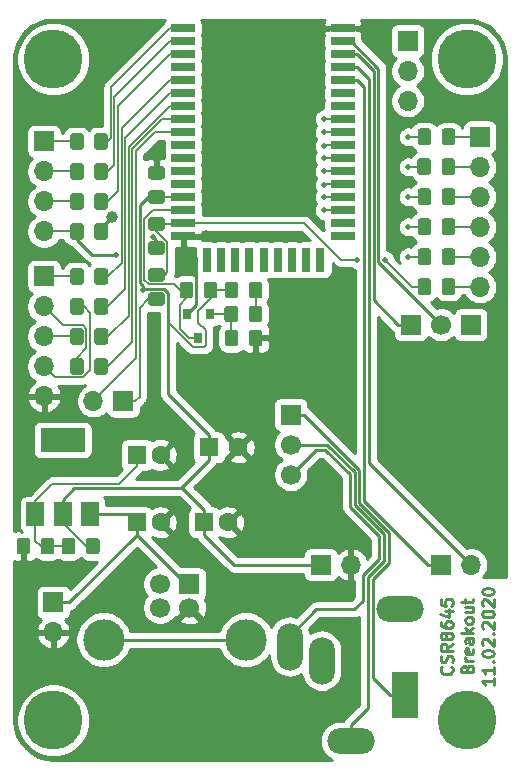
<source format=gbr>
G04 #@! TF.GenerationSoftware,KiCad,Pcbnew,(5.1.5)-3*
G04 #@! TF.CreationDate,2020-02-22T17:46:18+01:00*
G04 #@! TF.ProjectId,Breakoutboard,42726561-6b6f-4757-9462-6f6172642e6b,rev?*
G04 #@! TF.SameCoordinates,Original*
G04 #@! TF.FileFunction,Copper,L1,Top*
G04 #@! TF.FilePolarity,Positive*
%FSLAX46Y46*%
G04 Gerber Fmt 4.6, Leading zero omitted, Abs format (unit mm)*
G04 Created by KiCad (PCBNEW (5.1.5)-3) date 2020-02-22 17:46:18*
%MOMM*%
%LPD*%
G04 APERTURE LIST*
%ADD10C,0.250000*%
%ADD11C,0.100000*%
%ADD12R,3.800000X2.000000*%
%ADD13R,1.500000X2.000000*%
%ADD14R,1.700000X1.700000*%
%ADD15O,1.700000X1.700000*%
%ADD16C,5.000000*%
%ADD17C,1.700000*%
%ADD18R,2.000000X0.800000*%
%ADD19R,0.800000X2.000000*%
%ADD20R,0.800000X0.900000*%
%ADD21C,1.600000*%
%ADD22R,1.600000X1.600000*%
%ADD23C,3.500000*%
%ADD24R,2.200000X4.000000*%
%ADD25O,4.000000X2.200000*%
%ADD26O,2.200000X4.000000*%
%ADD27C,0.508000*%
%ADD28C,1.000000*%
%ADD29C,0.152400*%
%ADD30C,0.254000*%
G04 APERTURE END LIST*
D10*
X166704342Y-114458428D02*
X166751961Y-114506047D01*
X166799580Y-114648904D01*
X166799580Y-114744142D01*
X166751961Y-114887000D01*
X166656723Y-114982238D01*
X166561485Y-115029857D01*
X166371009Y-115077476D01*
X166228152Y-115077476D01*
X166037676Y-115029857D01*
X165942438Y-114982238D01*
X165847200Y-114887000D01*
X165799580Y-114744142D01*
X165799580Y-114648904D01*
X165847200Y-114506047D01*
X165894819Y-114458428D01*
X166751961Y-114077476D02*
X166799580Y-113934619D01*
X166799580Y-113696523D01*
X166751961Y-113601285D01*
X166704342Y-113553666D01*
X166609104Y-113506047D01*
X166513866Y-113506047D01*
X166418628Y-113553666D01*
X166371009Y-113601285D01*
X166323390Y-113696523D01*
X166275771Y-113887000D01*
X166228152Y-113982238D01*
X166180533Y-114029857D01*
X166085295Y-114077476D01*
X165990057Y-114077476D01*
X165894819Y-114029857D01*
X165847200Y-113982238D01*
X165799580Y-113887000D01*
X165799580Y-113648904D01*
X165847200Y-113506047D01*
X166799580Y-112506047D02*
X166323390Y-112839380D01*
X166799580Y-113077476D02*
X165799580Y-113077476D01*
X165799580Y-112696523D01*
X165847200Y-112601285D01*
X165894819Y-112553666D01*
X165990057Y-112506047D01*
X166132914Y-112506047D01*
X166228152Y-112553666D01*
X166275771Y-112601285D01*
X166323390Y-112696523D01*
X166323390Y-113077476D01*
X166228152Y-111934619D02*
X166180533Y-112029857D01*
X166132914Y-112077476D01*
X166037676Y-112125095D01*
X165990057Y-112125095D01*
X165894819Y-112077476D01*
X165847200Y-112029857D01*
X165799580Y-111934619D01*
X165799580Y-111744142D01*
X165847200Y-111648904D01*
X165894819Y-111601285D01*
X165990057Y-111553666D01*
X166037676Y-111553666D01*
X166132914Y-111601285D01*
X166180533Y-111648904D01*
X166228152Y-111744142D01*
X166228152Y-111934619D01*
X166275771Y-112029857D01*
X166323390Y-112077476D01*
X166418628Y-112125095D01*
X166609104Y-112125095D01*
X166704342Y-112077476D01*
X166751961Y-112029857D01*
X166799580Y-111934619D01*
X166799580Y-111744142D01*
X166751961Y-111648904D01*
X166704342Y-111601285D01*
X166609104Y-111553666D01*
X166418628Y-111553666D01*
X166323390Y-111601285D01*
X166275771Y-111648904D01*
X166228152Y-111744142D01*
X165799580Y-110696523D02*
X165799580Y-110887000D01*
X165847200Y-110982238D01*
X165894819Y-111029857D01*
X166037676Y-111125095D01*
X166228152Y-111172714D01*
X166609104Y-111172714D01*
X166704342Y-111125095D01*
X166751961Y-111077476D01*
X166799580Y-110982238D01*
X166799580Y-110791761D01*
X166751961Y-110696523D01*
X166704342Y-110648904D01*
X166609104Y-110601285D01*
X166371009Y-110601285D01*
X166275771Y-110648904D01*
X166228152Y-110696523D01*
X166180533Y-110791761D01*
X166180533Y-110982238D01*
X166228152Y-111077476D01*
X166275771Y-111125095D01*
X166371009Y-111172714D01*
X166132914Y-109744142D02*
X166799580Y-109744142D01*
X165751961Y-109982238D02*
X166466247Y-110220333D01*
X166466247Y-109601285D01*
X165799580Y-108744142D02*
X165799580Y-109220333D01*
X166275771Y-109267952D01*
X166228152Y-109220333D01*
X166180533Y-109125095D01*
X166180533Y-108887000D01*
X166228152Y-108791761D01*
X166275771Y-108744142D01*
X166371009Y-108696523D01*
X166609104Y-108696523D01*
X166704342Y-108744142D01*
X166751961Y-108791761D01*
X166799580Y-108887000D01*
X166799580Y-109125095D01*
X166751961Y-109220333D01*
X166704342Y-109267952D01*
X168025771Y-114601285D02*
X168073390Y-114458428D01*
X168121009Y-114410809D01*
X168216247Y-114363190D01*
X168359104Y-114363190D01*
X168454342Y-114410809D01*
X168501961Y-114458428D01*
X168549580Y-114553666D01*
X168549580Y-114934619D01*
X167549580Y-114934619D01*
X167549580Y-114601285D01*
X167597200Y-114506047D01*
X167644819Y-114458428D01*
X167740057Y-114410809D01*
X167835295Y-114410809D01*
X167930533Y-114458428D01*
X167978152Y-114506047D01*
X168025771Y-114601285D01*
X168025771Y-114934619D01*
X168549580Y-113934619D02*
X167882914Y-113934619D01*
X168073390Y-113934619D02*
X167978152Y-113887000D01*
X167930533Y-113839380D01*
X167882914Y-113744142D01*
X167882914Y-113648904D01*
X168501961Y-112934619D02*
X168549580Y-113029857D01*
X168549580Y-113220333D01*
X168501961Y-113315571D01*
X168406723Y-113363190D01*
X168025771Y-113363190D01*
X167930533Y-113315571D01*
X167882914Y-113220333D01*
X167882914Y-113029857D01*
X167930533Y-112934619D01*
X168025771Y-112887000D01*
X168121009Y-112887000D01*
X168216247Y-113363190D01*
X168549580Y-112029857D02*
X168025771Y-112029857D01*
X167930533Y-112077476D01*
X167882914Y-112172714D01*
X167882914Y-112363190D01*
X167930533Y-112458428D01*
X168501961Y-112029857D02*
X168549580Y-112125095D01*
X168549580Y-112363190D01*
X168501961Y-112458428D01*
X168406723Y-112506047D01*
X168311485Y-112506047D01*
X168216247Y-112458428D01*
X168168628Y-112363190D01*
X168168628Y-112125095D01*
X168121009Y-112029857D01*
X168549580Y-111553666D02*
X167549580Y-111553666D01*
X168168628Y-111458428D02*
X168549580Y-111172714D01*
X167882914Y-111172714D02*
X168263866Y-111553666D01*
X168549580Y-110601285D02*
X168501961Y-110696523D01*
X168454342Y-110744142D01*
X168359104Y-110791761D01*
X168073390Y-110791761D01*
X167978152Y-110744142D01*
X167930533Y-110696523D01*
X167882914Y-110601285D01*
X167882914Y-110458428D01*
X167930533Y-110363190D01*
X167978152Y-110315571D01*
X168073390Y-110267952D01*
X168359104Y-110267952D01*
X168454342Y-110315571D01*
X168501961Y-110363190D01*
X168549580Y-110458428D01*
X168549580Y-110601285D01*
X167882914Y-109410809D02*
X168549580Y-109410809D01*
X167882914Y-109839380D02*
X168406723Y-109839380D01*
X168501961Y-109791761D01*
X168549580Y-109696523D01*
X168549580Y-109553666D01*
X168501961Y-109458428D01*
X168454342Y-109410809D01*
X167882914Y-109077476D02*
X167882914Y-108696523D01*
X167549580Y-108934619D02*
X168406723Y-108934619D01*
X168501961Y-108887000D01*
X168549580Y-108791761D01*
X168549580Y-108696523D01*
X170299580Y-115410809D02*
X170299580Y-115982238D01*
X170299580Y-115696523D02*
X169299580Y-115696523D01*
X169442438Y-115791761D01*
X169537676Y-115887000D01*
X169585295Y-115982238D01*
X170299580Y-114458428D02*
X170299580Y-115029857D01*
X170299580Y-114744142D02*
X169299580Y-114744142D01*
X169442438Y-114839380D01*
X169537676Y-114934619D01*
X169585295Y-115029857D01*
X170204342Y-114029857D02*
X170251961Y-113982238D01*
X170299580Y-114029857D01*
X170251961Y-114077476D01*
X170204342Y-114029857D01*
X170299580Y-114029857D01*
X169299580Y-113363190D02*
X169299580Y-113267952D01*
X169347200Y-113172714D01*
X169394819Y-113125095D01*
X169490057Y-113077476D01*
X169680533Y-113029857D01*
X169918628Y-113029857D01*
X170109104Y-113077476D01*
X170204342Y-113125095D01*
X170251961Y-113172714D01*
X170299580Y-113267952D01*
X170299580Y-113363190D01*
X170251961Y-113458428D01*
X170204342Y-113506047D01*
X170109104Y-113553666D01*
X169918628Y-113601285D01*
X169680533Y-113601285D01*
X169490057Y-113553666D01*
X169394819Y-113506047D01*
X169347200Y-113458428D01*
X169299580Y-113363190D01*
X169394819Y-112648904D02*
X169347200Y-112601285D01*
X169299580Y-112506047D01*
X169299580Y-112267952D01*
X169347200Y-112172714D01*
X169394819Y-112125095D01*
X169490057Y-112077476D01*
X169585295Y-112077476D01*
X169728152Y-112125095D01*
X170299580Y-112696523D01*
X170299580Y-112077476D01*
X170204342Y-111648904D02*
X170251961Y-111601285D01*
X170299580Y-111648904D01*
X170251961Y-111696523D01*
X170204342Y-111648904D01*
X170299580Y-111648904D01*
X169394819Y-111220333D02*
X169347200Y-111172714D01*
X169299580Y-111077476D01*
X169299580Y-110839380D01*
X169347200Y-110744142D01*
X169394819Y-110696523D01*
X169490057Y-110648904D01*
X169585295Y-110648904D01*
X169728152Y-110696523D01*
X170299580Y-111267952D01*
X170299580Y-110648904D01*
X169299580Y-110029857D02*
X169299580Y-109934619D01*
X169347200Y-109839380D01*
X169394819Y-109791761D01*
X169490057Y-109744142D01*
X169680533Y-109696523D01*
X169918628Y-109696523D01*
X170109104Y-109744142D01*
X170204342Y-109791761D01*
X170251961Y-109839380D01*
X170299580Y-109934619D01*
X170299580Y-110029857D01*
X170251961Y-110125095D01*
X170204342Y-110172714D01*
X170109104Y-110220333D01*
X169918628Y-110267952D01*
X169680533Y-110267952D01*
X169490057Y-110220333D01*
X169394819Y-110172714D01*
X169347200Y-110125095D01*
X169299580Y-110029857D01*
X169394819Y-109315571D02*
X169347200Y-109267952D01*
X169299580Y-109172714D01*
X169299580Y-108934619D01*
X169347200Y-108839380D01*
X169394819Y-108791761D01*
X169490057Y-108744142D01*
X169585295Y-108744142D01*
X169728152Y-108791761D01*
X170299580Y-109363190D01*
X170299580Y-108744142D01*
X169299580Y-108125095D02*
X169299580Y-108029857D01*
X169347200Y-107934619D01*
X169394819Y-107887000D01*
X169490057Y-107839380D01*
X169680533Y-107791761D01*
X169918628Y-107791761D01*
X170109104Y-107839380D01*
X170204342Y-107887000D01*
X170251961Y-107934619D01*
X170299580Y-108029857D01*
X170299580Y-108125095D01*
X170251961Y-108220333D01*
X170204342Y-108267952D01*
X170109104Y-108315571D01*
X169918628Y-108363190D01*
X169680533Y-108363190D01*
X169490057Y-108315571D01*
X169394819Y-108267952D01*
X169347200Y-108220333D01*
X169299580Y-108125095D01*
G04 #@! TA.AperFunction,SMDPad,CuDef*
D11*
G36*
X130811505Y-103546204D02*
G01*
X130835773Y-103549804D01*
X130859572Y-103555765D01*
X130882671Y-103564030D01*
X130904850Y-103574520D01*
X130925893Y-103587132D01*
X130945599Y-103601747D01*
X130963777Y-103618223D01*
X130980253Y-103636401D01*
X130994868Y-103656107D01*
X131007480Y-103677150D01*
X131017970Y-103699329D01*
X131026235Y-103722428D01*
X131032196Y-103746227D01*
X131035796Y-103770495D01*
X131037000Y-103794999D01*
X131037000Y-104695001D01*
X131035796Y-104719505D01*
X131032196Y-104743773D01*
X131026235Y-104767572D01*
X131017970Y-104790671D01*
X131007480Y-104812850D01*
X130994868Y-104833893D01*
X130980253Y-104853599D01*
X130963777Y-104871777D01*
X130945599Y-104888253D01*
X130925893Y-104902868D01*
X130904850Y-104915480D01*
X130882671Y-104925970D01*
X130859572Y-104934235D01*
X130835773Y-104940196D01*
X130811505Y-104943796D01*
X130787001Y-104945000D01*
X130136999Y-104945000D01*
X130112495Y-104943796D01*
X130088227Y-104940196D01*
X130064428Y-104934235D01*
X130041329Y-104925970D01*
X130019150Y-104915480D01*
X129998107Y-104902868D01*
X129978401Y-104888253D01*
X129960223Y-104871777D01*
X129943747Y-104853599D01*
X129929132Y-104833893D01*
X129916520Y-104812850D01*
X129906030Y-104790671D01*
X129897765Y-104767572D01*
X129891804Y-104743773D01*
X129888204Y-104719505D01*
X129887000Y-104695001D01*
X129887000Y-103794999D01*
X129888204Y-103770495D01*
X129891804Y-103746227D01*
X129897765Y-103722428D01*
X129906030Y-103699329D01*
X129916520Y-103677150D01*
X129929132Y-103656107D01*
X129943747Y-103636401D01*
X129960223Y-103618223D01*
X129978401Y-103601747D01*
X129998107Y-103587132D01*
X130019150Y-103574520D01*
X130041329Y-103564030D01*
X130064428Y-103555765D01*
X130088227Y-103549804D01*
X130112495Y-103546204D01*
X130136999Y-103545000D01*
X130787001Y-103545000D01*
X130811505Y-103546204D01*
G37*
G04 #@! TD.AperFunction*
G04 #@! TA.AperFunction,SMDPad,CuDef*
G36*
X132861505Y-103546204D02*
G01*
X132885773Y-103549804D01*
X132909572Y-103555765D01*
X132932671Y-103564030D01*
X132954850Y-103574520D01*
X132975893Y-103587132D01*
X132995599Y-103601747D01*
X133013777Y-103618223D01*
X133030253Y-103636401D01*
X133044868Y-103656107D01*
X133057480Y-103677150D01*
X133067970Y-103699329D01*
X133076235Y-103722428D01*
X133082196Y-103746227D01*
X133085796Y-103770495D01*
X133087000Y-103794999D01*
X133087000Y-104695001D01*
X133085796Y-104719505D01*
X133082196Y-104743773D01*
X133076235Y-104767572D01*
X133067970Y-104790671D01*
X133057480Y-104812850D01*
X133044868Y-104833893D01*
X133030253Y-104853599D01*
X133013777Y-104871777D01*
X132995599Y-104888253D01*
X132975893Y-104902868D01*
X132954850Y-104915480D01*
X132932671Y-104925970D01*
X132909572Y-104934235D01*
X132885773Y-104940196D01*
X132861505Y-104943796D01*
X132837001Y-104945000D01*
X132186999Y-104945000D01*
X132162495Y-104943796D01*
X132138227Y-104940196D01*
X132114428Y-104934235D01*
X132091329Y-104925970D01*
X132069150Y-104915480D01*
X132048107Y-104902868D01*
X132028401Y-104888253D01*
X132010223Y-104871777D01*
X131993747Y-104853599D01*
X131979132Y-104833893D01*
X131966520Y-104812850D01*
X131956030Y-104790671D01*
X131947765Y-104767572D01*
X131941804Y-104743773D01*
X131938204Y-104719505D01*
X131937000Y-104695001D01*
X131937000Y-103794999D01*
X131938204Y-103770495D01*
X131941804Y-103746227D01*
X131947765Y-103722428D01*
X131956030Y-103699329D01*
X131966520Y-103677150D01*
X131979132Y-103656107D01*
X131993747Y-103636401D01*
X132010223Y-103618223D01*
X132028401Y-103601747D01*
X132048107Y-103587132D01*
X132069150Y-103574520D01*
X132091329Y-103564030D01*
X132114428Y-103555765D01*
X132138227Y-103549804D01*
X132162495Y-103546204D01*
X132186999Y-103545000D01*
X132837001Y-103545000D01*
X132861505Y-103546204D01*
G37*
G04 #@! TD.AperFunction*
G04 #@! TA.AperFunction,SMDPad,CuDef*
G36*
X136689505Y-103546204D02*
G01*
X136713773Y-103549804D01*
X136737572Y-103555765D01*
X136760671Y-103564030D01*
X136782850Y-103574520D01*
X136803893Y-103587132D01*
X136823599Y-103601747D01*
X136841777Y-103618223D01*
X136858253Y-103636401D01*
X136872868Y-103656107D01*
X136885480Y-103677150D01*
X136895970Y-103699329D01*
X136904235Y-103722428D01*
X136910196Y-103746227D01*
X136913796Y-103770495D01*
X136915000Y-103794999D01*
X136915000Y-104695001D01*
X136913796Y-104719505D01*
X136910196Y-104743773D01*
X136904235Y-104767572D01*
X136895970Y-104790671D01*
X136885480Y-104812850D01*
X136872868Y-104833893D01*
X136858253Y-104853599D01*
X136841777Y-104871777D01*
X136823599Y-104888253D01*
X136803893Y-104902868D01*
X136782850Y-104915480D01*
X136760671Y-104925970D01*
X136737572Y-104934235D01*
X136713773Y-104940196D01*
X136689505Y-104943796D01*
X136665001Y-104945000D01*
X136014999Y-104945000D01*
X135990495Y-104943796D01*
X135966227Y-104940196D01*
X135942428Y-104934235D01*
X135919329Y-104925970D01*
X135897150Y-104915480D01*
X135876107Y-104902868D01*
X135856401Y-104888253D01*
X135838223Y-104871777D01*
X135821747Y-104853599D01*
X135807132Y-104833893D01*
X135794520Y-104812850D01*
X135784030Y-104790671D01*
X135775765Y-104767572D01*
X135769804Y-104743773D01*
X135766204Y-104719505D01*
X135765000Y-104695001D01*
X135765000Y-103794999D01*
X135766204Y-103770495D01*
X135769804Y-103746227D01*
X135775765Y-103722428D01*
X135784030Y-103699329D01*
X135794520Y-103677150D01*
X135807132Y-103656107D01*
X135821747Y-103636401D01*
X135838223Y-103618223D01*
X135856401Y-103601747D01*
X135876107Y-103587132D01*
X135897150Y-103574520D01*
X135919329Y-103564030D01*
X135942428Y-103555765D01*
X135966227Y-103549804D01*
X135990495Y-103546204D01*
X136014999Y-103545000D01*
X136665001Y-103545000D01*
X136689505Y-103546204D01*
G37*
G04 #@! TD.AperFunction*
G04 #@! TA.AperFunction,SMDPad,CuDef*
G36*
X134639505Y-103546204D02*
G01*
X134663773Y-103549804D01*
X134687572Y-103555765D01*
X134710671Y-103564030D01*
X134732850Y-103574520D01*
X134753893Y-103587132D01*
X134773599Y-103601747D01*
X134791777Y-103618223D01*
X134808253Y-103636401D01*
X134822868Y-103656107D01*
X134835480Y-103677150D01*
X134845970Y-103699329D01*
X134854235Y-103722428D01*
X134860196Y-103746227D01*
X134863796Y-103770495D01*
X134865000Y-103794999D01*
X134865000Y-104695001D01*
X134863796Y-104719505D01*
X134860196Y-104743773D01*
X134854235Y-104767572D01*
X134845970Y-104790671D01*
X134835480Y-104812850D01*
X134822868Y-104833893D01*
X134808253Y-104853599D01*
X134791777Y-104871777D01*
X134773599Y-104888253D01*
X134753893Y-104902868D01*
X134732850Y-104915480D01*
X134710671Y-104925970D01*
X134687572Y-104934235D01*
X134663773Y-104940196D01*
X134639505Y-104943796D01*
X134615001Y-104945000D01*
X133964999Y-104945000D01*
X133940495Y-104943796D01*
X133916227Y-104940196D01*
X133892428Y-104934235D01*
X133869329Y-104925970D01*
X133847150Y-104915480D01*
X133826107Y-104902868D01*
X133806401Y-104888253D01*
X133788223Y-104871777D01*
X133771747Y-104853599D01*
X133757132Y-104833893D01*
X133744520Y-104812850D01*
X133734030Y-104790671D01*
X133725765Y-104767572D01*
X133719804Y-104743773D01*
X133716204Y-104719505D01*
X133715000Y-104695001D01*
X133715000Y-103794999D01*
X133716204Y-103770495D01*
X133719804Y-103746227D01*
X133725765Y-103722428D01*
X133734030Y-103699329D01*
X133744520Y-103677150D01*
X133757132Y-103656107D01*
X133771747Y-103636401D01*
X133788223Y-103618223D01*
X133806401Y-103601747D01*
X133826107Y-103587132D01*
X133847150Y-103574520D01*
X133869329Y-103564030D01*
X133892428Y-103555765D01*
X133916227Y-103549804D01*
X133940495Y-103546204D01*
X133964999Y-103545000D01*
X134615001Y-103545000D01*
X134639505Y-103546204D01*
G37*
G04 #@! TD.AperFunction*
D12*
X133782000Y-95253000D03*
D13*
X133782000Y-101553000D03*
X136082000Y-101553000D03*
X131482000Y-101553000D03*
G04 #@! TA.AperFunction,SMDPad,CuDef*
D11*
G36*
X166809505Y-81565204D02*
G01*
X166833773Y-81568804D01*
X166857572Y-81574765D01*
X166880671Y-81583030D01*
X166902850Y-81593520D01*
X166923893Y-81606132D01*
X166943599Y-81620747D01*
X166961777Y-81637223D01*
X166978253Y-81655401D01*
X166992868Y-81675107D01*
X167005480Y-81696150D01*
X167015970Y-81718329D01*
X167024235Y-81741428D01*
X167030196Y-81765227D01*
X167033796Y-81789495D01*
X167035000Y-81813999D01*
X167035000Y-82714001D01*
X167033796Y-82738505D01*
X167030196Y-82762773D01*
X167024235Y-82786572D01*
X167015970Y-82809671D01*
X167005480Y-82831850D01*
X166992868Y-82852893D01*
X166978253Y-82872599D01*
X166961777Y-82890777D01*
X166943599Y-82907253D01*
X166923893Y-82921868D01*
X166902850Y-82934480D01*
X166880671Y-82944970D01*
X166857572Y-82953235D01*
X166833773Y-82959196D01*
X166809505Y-82962796D01*
X166785001Y-82964000D01*
X166134999Y-82964000D01*
X166110495Y-82962796D01*
X166086227Y-82959196D01*
X166062428Y-82953235D01*
X166039329Y-82944970D01*
X166017150Y-82934480D01*
X165996107Y-82921868D01*
X165976401Y-82907253D01*
X165958223Y-82890777D01*
X165941747Y-82872599D01*
X165927132Y-82852893D01*
X165914520Y-82831850D01*
X165904030Y-82809671D01*
X165895765Y-82786572D01*
X165889804Y-82762773D01*
X165886204Y-82738505D01*
X165885000Y-82714001D01*
X165885000Y-81813999D01*
X165886204Y-81789495D01*
X165889804Y-81765227D01*
X165895765Y-81741428D01*
X165904030Y-81718329D01*
X165914520Y-81696150D01*
X165927132Y-81675107D01*
X165941747Y-81655401D01*
X165958223Y-81637223D01*
X165976401Y-81620747D01*
X165996107Y-81606132D01*
X166017150Y-81593520D01*
X166039329Y-81583030D01*
X166062428Y-81574765D01*
X166086227Y-81568804D01*
X166110495Y-81565204D01*
X166134999Y-81564000D01*
X166785001Y-81564000D01*
X166809505Y-81565204D01*
G37*
G04 #@! TD.AperFunction*
G04 #@! TA.AperFunction,SMDPad,CuDef*
G36*
X164759505Y-81565204D02*
G01*
X164783773Y-81568804D01*
X164807572Y-81574765D01*
X164830671Y-81583030D01*
X164852850Y-81593520D01*
X164873893Y-81606132D01*
X164893599Y-81620747D01*
X164911777Y-81637223D01*
X164928253Y-81655401D01*
X164942868Y-81675107D01*
X164955480Y-81696150D01*
X164965970Y-81718329D01*
X164974235Y-81741428D01*
X164980196Y-81765227D01*
X164983796Y-81789495D01*
X164985000Y-81813999D01*
X164985000Y-82714001D01*
X164983796Y-82738505D01*
X164980196Y-82762773D01*
X164974235Y-82786572D01*
X164965970Y-82809671D01*
X164955480Y-82831850D01*
X164942868Y-82852893D01*
X164928253Y-82872599D01*
X164911777Y-82890777D01*
X164893599Y-82907253D01*
X164873893Y-82921868D01*
X164852850Y-82934480D01*
X164830671Y-82944970D01*
X164807572Y-82953235D01*
X164783773Y-82959196D01*
X164759505Y-82962796D01*
X164735001Y-82964000D01*
X164084999Y-82964000D01*
X164060495Y-82962796D01*
X164036227Y-82959196D01*
X164012428Y-82953235D01*
X163989329Y-82944970D01*
X163967150Y-82934480D01*
X163946107Y-82921868D01*
X163926401Y-82907253D01*
X163908223Y-82890777D01*
X163891747Y-82872599D01*
X163877132Y-82852893D01*
X163864520Y-82831850D01*
X163854030Y-82809671D01*
X163845765Y-82786572D01*
X163839804Y-82762773D01*
X163836204Y-82738505D01*
X163835000Y-82714001D01*
X163835000Y-81813999D01*
X163836204Y-81789495D01*
X163839804Y-81765227D01*
X163845765Y-81741428D01*
X163854030Y-81718329D01*
X163864520Y-81696150D01*
X163877132Y-81675107D01*
X163891747Y-81655401D01*
X163908223Y-81637223D01*
X163926401Y-81620747D01*
X163946107Y-81606132D01*
X163967150Y-81593520D01*
X163989329Y-81583030D01*
X164012428Y-81574765D01*
X164036227Y-81568804D01*
X164060495Y-81565204D01*
X164084999Y-81564000D01*
X164735001Y-81564000D01*
X164759505Y-81565204D01*
G37*
G04 #@! TD.AperFunction*
G04 #@! TA.AperFunction,SMDPad,CuDef*
G36*
X166791505Y-71405204D02*
G01*
X166815773Y-71408804D01*
X166839572Y-71414765D01*
X166862671Y-71423030D01*
X166884850Y-71433520D01*
X166905893Y-71446132D01*
X166925599Y-71460747D01*
X166943777Y-71477223D01*
X166960253Y-71495401D01*
X166974868Y-71515107D01*
X166987480Y-71536150D01*
X166997970Y-71558329D01*
X167006235Y-71581428D01*
X167012196Y-71605227D01*
X167015796Y-71629495D01*
X167017000Y-71653999D01*
X167017000Y-72554001D01*
X167015796Y-72578505D01*
X167012196Y-72602773D01*
X167006235Y-72626572D01*
X166997970Y-72649671D01*
X166987480Y-72671850D01*
X166974868Y-72692893D01*
X166960253Y-72712599D01*
X166943777Y-72730777D01*
X166925599Y-72747253D01*
X166905893Y-72761868D01*
X166884850Y-72774480D01*
X166862671Y-72784970D01*
X166839572Y-72793235D01*
X166815773Y-72799196D01*
X166791505Y-72802796D01*
X166767001Y-72804000D01*
X166116999Y-72804000D01*
X166092495Y-72802796D01*
X166068227Y-72799196D01*
X166044428Y-72793235D01*
X166021329Y-72784970D01*
X165999150Y-72774480D01*
X165978107Y-72761868D01*
X165958401Y-72747253D01*
X165940223Y-72730777D01*
X165923747Y-72712599D01*
X165909132Y-72692893D01*
X165896520Y-72671850D01*
X165886030Y-72649671D01*
X165877765Y-72626572D01*
X165871804Y-72602773D01*
X165868204Y-72578505D01*
X165867000Y-72554001D01*
X165867000Y-71653999D01*
X165868204Y-71629495D01*
X165871804Y-71605227D01*
X165877765Y-71581428D01*
X165886030Y-71558329D01*
X165896520Y-71536150D01*
X165909132Y-71515107D01*
X165923747Y-71495401D01*
X165940223Y-71477223D01*
X165958401Y-71460747D01*
X165978107Y-71446132D01*
X165999150Y-71433520D01*
X166021329Y-71423030D01*
X166044428Y-71414765D01*
X166068227Y-71408804D01*
X166092495Y-71405204D01*
X166116999Y-71404000D01*
X166767001Y-71404000D01*
X166791505Y-71405204D01*
G37*
G04 #@! TD.AperFunction*
G04 #@! TA.AperFunction,SMDPad,CuDef*
G36*
X164741505Y-71405204D02*
G01*
X164765773Y-71408804D01*
X164789572Y-71414765D01*
X164812671Y-71423030D01*
X164834850Y-71433520D01*
X164855893Y-71446132D01*
X164875599Y-71460747D01*
X164893777Y-71477223D01*
X164910253Y-71495401D01*
X164924868Y-71515107D01*
X164937480Y-71536150D01*
X164947970Y-71558329D01*
X164956235Y-71581428D01*
X164962196Y-71605227D01*
X164965796Y-71629495D01*
X164967000Y-71653999D01*
X164967000Y-72554001D01*
X164965796Y-72578505D01*
X164962196Y-72602773D01*
X164956235Y-72626572D01*
X164947970Y-72649671D01*
X164937480Y-72671850D01*
X164924868Y-72692893D01*
X164910253Y-72712599D01*
X164893777Y-72730777D01*
X164875599Y-72747253D01*
X164855893Y-72761868D01*
X164834850Y-72774480D01*
X164812671Y-72784970D01*
X164789572Y-72793235D01*
X164765773Y-72799196D01*
X164741505Y-72802796D01*
X164717001Y-72804000D01*
X164066999Y-72804000D01*
X164042495Y-72802796D01*
X164018227Y-72799196D01*
X163994428Y-72793235D01*
X163971329Y-72784970D01*
X163949150Y-72774480D01*
X163928107Y-72761868D01*
X163908401Y-72747253D01*
X163890223Y-72730777D01*
X163873747Y-72712599D01*
X163859132Y-72692893D01*
X163846520Y-72671850D01*
X163836030Y-72649671D01*
X163827765Y-72626572D01*
X163821804Y-72602773D01*
X163818204Y-72578505D01*
X163817000Y-72554001D01*
X163817000Y-71653999D01*
X163818204Y-71629495D01*
X163821804Y-71605227D01*
X163827765Y-71581428D01*
X163836030Y-71558329D01*
X163846520Y-71536150D01*
X163859132Y-71515107D01*
X163873747Y-71495401D01*
X163890223Y-71477223D01*
X163908401Y-71460747D01*
X163928107Y-71446132D01*
X163949150Y-71433520D01*
X163971329Y-71423030D01*
X163994428Y-71414765D01*
X164018227Y-71408804D01*
X164042495Y-71405204D01*
X164066999Y-71404000D01*
X164717001Y-71404000D01*
X164741505Y-71405204D01*
G37*
G04 #@! TD.AperFunction*
G04 #@! TA.AperFunction,SMDPad,CuDef*
G36*
X164759505Y-73945204D02*
G01*
X164783773Y-73948804D01*
X164807572Y-73954765D01*
X164830671Y-73963030D01*
X164852850Y-73973520D01*
X164873893Y-73986132D01*
X164893599Y-74000747D01*
X164911777Y-74017223D01*
X164928253Y-74035401D01*
X164942868Y-74055107D01*
X164955480Y-74076150D01*
X164965970Y-74098329D01*
X164974235Y-74121428D01*
X164980196Y-74145227D01*
X164983796Y-74169495D01*
X164985000Y-74193999D01*
X164985000Y-75094001D01*
X164983796Y-75118505D01*
X164980196Y-75142773D01*
X164974235Y-75166572D01*
X164965970Y-75189671D01*
X164955480Y-75211850D01*
X164942868Y-75232893D01*
X164928253Y-75252599D01*
X164911777Y-75270777D01*
X164893599Y-75287253D01*
X164873893Y-75301868D01*
X164852850Y-75314480D01*
X164830671Y-75324970D01*
X164807572Y-75333235D01*
X164783773Y-75339196D01*
X164759505Y-75342796D01*
X164735001Y-75344000D01*
X164084999Y-75344000D01*
X164060495Y-75342796D01*
X164036227Y-75339196D01*
X164012428Y-75333235D01*
X163989329Y-75324970D01*
X163967150Y-75314480D01*
X163946107Y-75301868D01*
X163926401Y-75287253D01*
X163908223Y-75270777D01*
X163891747Y-75252599D01*
X163877132Y-75232893D01*
X163864520Y-75211850D01*
X163854030Y-75189671D01*
X163845765Y-75166572D01*
X163839804Y-75142773D01*
X163836204Y-75118505D01*
X163835000Y-75094001D01*
X163835000Y-74193999D01*
X163836204Y-74169495D01*
X163839804Y-74145227D01*
X163845765Y-74121428D01*
X163854030Y-74098329D01*
X163864520Y-74076150D01*
X163877132Y-74055107D01*
X163891747Y-74035401D01*
X163908223Y-74017223D01*
X163926401Y-74000747D01*
X163946107Y-73986132D01*
X163967150Y-73973520D01*
X163989329Y-73963030D01*
X164012428Y-73954765D01*
X164036227Y-73948804D01*
X164060495Y-73945204D01*
X164084999Y-73944000D01*
X164735001Y-73944000D01*
X164759505Y-73945204D01*
G37*
G04 #@! TD.AperFunction*
G04 #@! TA.AperFunction,SMDPad,CuDef*
G36*
X166809505Y-73945204D02*
G01*
X166833773Y-73948804D01*
X166857572Y-73954765D01*
X166880671Y-73963030D01*
X166902850Y-73973520D01*
X166923893Y-73986132D01*
X166943599Y-74000747D01*
X166961777Y-74017223D01*
X166978253Y-74035401D01*
X166992868Y-74055107D01*
X167005480Y-74076150D01*
X167015970Y-74098329D01*
X167024235Y-74121428D01*
X167030196Y-74145227D01*
X167033796Y-74169495D01*
X167035000Y-74193999D01*
X167035000Y-75094001D01*
X167033796Y-75118505D01*
X167030196Y-75142773D01*
X167024235Y-75166572D01*
X167015970Y-75189671D01*
X167005480Y-75211850D01*
X166992868Y-75232893D01*
X166978253Y-75252599D01*
X166961777Y-75270777D01*
X166943599Y-75287253D01*
X166923893Y-75301868D01*
X166902850Y-75314480D01*
X166880671Y-75324970D01*
X166857572Y-75333235D01*
X166833773Y-75339196D01*
X166809505Y-75342796D01*
X166785001Y-75344000D01*
X166134999Y-75344000D01*
X166110495Y-75342796D01*
X166086227Y-75339196D01*
X166062428Y-75333235D01*
X166039329Y-75324970D01*
X166017150Y-75314480D01*
X165996107Y-75301868D01*
X165976401Y-75287253D01*
X165958223Y-75270777D01*
X165941747Y-75252599D01*
X165927132Y-75232893D01*
X165914520Y-75211850D01*
X165904030Y-75189671D01*
X165895765Y-75166572D01*
X165889804Y-75142773D01*
X165886204Y-75118505D01*
X165885000Y-75094001D01*
X165885000Y-74193999D01*
X165886204Y-74169495D01*
X165889804Y-74145227D01*
X165895765Y-74121428D01*
X165904030Y-74098329D01*
X165914520Y-74076150D01*
X165927132Y-74055107D01*
X165941747Y-74035401D01*
X165958223Y-74017223D01*
X165976401Y-74000747D01*
X165996107Y-73986132D01*
X166017150Y-73973520D01*
X166039329Y-73963030D01*
X166062428Y-73954765D01*
X166086227Y-73948804D01*
X166110495Y-73945204D01*
X166134999Y-73944000D01*
X166785001Y-73944000D01*
X166809505Y-73945204D01*
G37*
G04 #@! TD.AperFunction*
G04 #@! TA.AperFunction,SMDPad,CuDef*
G36*
X166809505Y-76485204D02*
G01*
X166833773Y-76488804D01*
X166857572Y-76494765D01*
X166880671Y-76503030D01*
X166902850Y-76513520D01*
X166923893Y-76526132D01*
X166943599Y-76540747D01*
X166961777Y-76557223D01*
X166978253Y-76575401D01*
X166992868Y-76595107D01*
X167005480Y-76616150D01*
X167015970Y-76638329D01*
X167024235Y-76661428D01*
X167030196Y-76685227D01*
X167033796Y-76709495D01*
X167035000Y-76733999D01*
X167035000Y-77634001D01*
X167033796Y-77658505D01*
X167030196Y-77682773D01*
X167024235Y-77706572D01*
X167015970Y-77729671D01*
X167005480Y-77751850D01*
X166992868Y-77772893D01*
X166978253Y-77792599D01*
X166961777Y-77810777D01*
X166943599Y-77827253D01*
X166923893Y-77841868D01*
X166902850Y-77854480D01*
X166880671Y-77864970D01*
X166857572Y-77873235D01*
X166833773Y-77879196D01*
X166809505Y-77882796D01*
X166785001Y-77884000D01*
X166134999Y-77884000D01*
X166110495Y-77882796D01*
X166086227Y-77879196D01*
X166062428Y-77873235D01*
X166039329Y-77864970D01*
X166017150Y-77854480D01*
X165996107Y-77841868D01*
X165976401Y-77827253D01*
X165958223Y-77810777D01*
X165941747Y-77792599D01*
X165927132Y-77772893D01*
X165914520Y-77751850D01*
X165904030Y-77729671D01*
X165895765Y-77706572D01*
X165889804Y-77682773D01*
X165886204Y-77658505D01*
X165885000Y-77634001D01*
X165885000Y-76733999D01*
X165886204Y-76709495D01*
X165889804Y-76685227D01*
X165895765Y-76661428D01*
X165904030Y-76638329D01*
X165914520Y-76616150D01*
X165927132Y-76595107D01*
X165941747Y-76575401D01*
X165958223Y-76557223D01*
X165976401Y-76540747D01*
X165996107Y-76526132D01*
X166017150Y-76513520D01*
X166039329Y-76503030D01*
X166062428Y-76494765D01*
X166086227Y-76488804D01*
X166110495Y-76485204D01*
X166134999Y-76484000D01*
X166785001Y-76484000D01*
X166809505Y-76485204D01*
G37*
G04 #@! TD.AperFunction*
G04 #@! TA.AperFunction,SMDPad,CuDef*
G36*
X164759505Y-76485204D02*
G01*
X164783773Y-76488804D01*
X164807572Y-76494765D01*
X164830671Y-76503030D01*
X164852850Y-76513520D01*
X164873893Y-76526132D01*
X164893599Y-76540747D01*
X164911777Y-76557223D01*
X164928253Y-76575401D01*
X164942868Y-76595107D01*
X164955480Y-76616150D01*
X164965970Y-76638329D01*
X164974235Y-76661428D01*
X164980196Y-76685227D01*
X164983796Y-76709495D01*
X164985000Y-76733999D01*
X164985000Y-77634001D01*
X164983796Y-77658505D01*
X164980196Y-77682773D01*
X164974235Y-77706572D01*
X164965970Y-77729671D01*
X164955480Y-77751850D01*
X164942868Y-77772893D01*
X164928253Y-77792599D01*
X164911777Y-77810777D01*
X164893599Y-77827253D01*
X164873893Y-77841868D01*
X164852850Y-77854480D01*
X164830671Y-77864970D01*
X164807572Y-77873235D01*
X164783773Y-77879196D01*
X164759505Y-77882796D01*
X164735001Y-77884000D01*
X164084999Y-77884000D01*
X164060495Y-77882796D01*
X164036227Y-77879196D01*
X164012428Y-77873235D01*
X163989329Y-77864970D01*
X163967150Y-77854480D01*
X163946107Y-77841868D01*
X163926401Y-77827253D01*
X163908223Y-77810777D01*
X163891747Y-77792599D01*
X163877132Y-77772893D01*
X163864520Y-77751850D01*
X163854030Y-77729671D01*
X163845765Y-77706572D01*
X163839804Y-77682773D01*
X163836204Y-77658505D01*
X163835000Y-77634001D01*
X163835000Y-76733999D01*
X163836204Y-76709495D01*
X163839804Y-76685227D01*
X163845765Y-76661428D01*
X163854030Y-76638329D01*
X163864520Y-76616150D01*
X163877132Y-76595107D01*
X163891747Y-76575401D01*
X163908223Y-76557223D01*
X163926401Y-76540747D01*
X163946107Y-76526132D01*
X163967150Y-76513520D01*
X163989329Y-76503030D01*
X164012428Y-76494765D01*
X164036227Y-76488804D01*
X164060495Y-76485204D01*
X164084999Y-76484000D01*
X164735001Y-76484000D01*
X164759505Y-76485204D01*
G37*
G04 #@! TD.AperFunction*
G04 #@! TA.AperFunction,SMDPad,CuDef*
G36*
X164759505Y-68865204D02*
G01*
X164783773Y-68868804D01*
X164807572Y-68874765D01*
X164830671Y-68883030D01*
X164852850Y-68893520D01*
X164873893Y-68906132D01*
X164893599Y-68920747D01*
X164911777Y-68937223D01*
X164928253Y-68955401D01*
X164942868Y-68975107D01*
X164955480Y-68996150D01*
X164965970Y-69018329D01*
X164974235Y-69041428D01*
X164980196Y-69065227D01*
X164983796Y-69089495D01*
X164985000Y-69113999D01*
X164985000Y-70014001D01*
X164983796Y-70038505D01*
X164980196Y-70062773D01*
X164974235Y-70086572D01*
X164965970Y-70109671D01*
X164955480Y-70131850D01*
X164942868Y-70152893D01*
X164928253Y-70172599D01*
X164911777Y-70190777D01*
X164893599Y-70207253D01*
X164873893Y-70221868D01*
X164852850Y-70234480D01*
X164830671Y-70244970D01*
X164807572Y-70253235D01*
X164783773Y-70259196D01*
X164759505Y-70262796D01*
X164735001Y-70264000D01*
X164084999Y-70264000D01*
X164060495Y-70262796D01*
X164036227Y-70259196D01*
X164012428Y-70253235D01*
X163989329Y-70244970D01*
X163967150Y-70234480D01*
X163946107Y-70221868D01*
X163926401Y-70207253D01*
X163908223Y-70190777D01*
X163891747Y-70172599D01*
X163877132Y-70152893D01*
X163864520Y-70131850D01*
X163854030Y-70109671D01*
X163845765Y-70086572D01*
X163839804Y-70062773D01*
X163836204Y-70038505D01*
X163835000Y-70014001D01*
X163835000Y-69113999D01*
X163836204Y-69089495D01*
X163839804Y-69065227D01*
X163845765Y-69041428D01*
X163854030Y-69018329D01*
X163864520Y-68996150D01*
X163877132Y-68975107D01*
X163891747Y-68955401D01*
X163908223Y-68937223D01*
X163926401Y-68920747D01*
X163946107Y-68906132D01*
X163967150Y-68893520D01*
X163989329Y-68883030D01*
X164012428Y-68874765D01*
X164036227Y-68868804D01*
X164060495Y-68865204D01*
X164084999Y-68864000D01*
X164735001Y-68864000D01*
X164759505Y-68865204D01*
G37*
G04 #@! TD.AperFunction*
G04 #@! TA.AperFunction,SMDPad,CuDef*
G36*
X166809505Y-68865204D02*
G01*
X166833773Y-68868804D01*
X166857572Y-68874765D01*
X166880671Y-68883030D01*
X166902850Y-68893520D01*
X166923893Y-68906132D01*
X166943599Y-68920747D01*
X166961777Y-68937223D01*
X166978253Y-68955401D01*
X166992868Y-68975107D01*
X167005480Y-68996150D01*
X167015970Y-69018329D01*
X167024235Y-69041428D01*
X167030196Y-69065227D01*
X167033796Y-69089495D01*
X167035000Y-69113999D01*
X167035000Y-70014001D01*
X167033796Y-70038505D01*
X167030196Y-70062773D01*
X167024235Y-70086572D01*
X167015970Y-70109671D01*
X167005480Y-70131850D01*
X166992868Y-70152893D01*
X166978253Y-70172599D01*
X166961777Y-70190777D01*
X166943599Y-70207253D01*
X166923893Y-70221868D01*
X166902850Y-70234480D01*
X166880671Y-70244970D01*
X166857572Y-70253235D01*
X166833773Y-70259196D01*
X166809505Y-70262796D01*
X166785001Y-70264000D01*
X166134999Y-70264000D01*
X166110495Y-70262796D01*
X166086227Y-70259196D01*
X166062428Y-70253235D01*
X166039329Y-70244970D01*
X166017150Y-70234480D01*
X165996107Y-70221868D01*
X165976401Y-70207253D01*
X165958223Y-70190777D01*
X165941747Y-70172599D01*
X165927132Y-70152893D01*
X165914520Y-70131850D01*
X165904030Y-70109671D01*
X165895765Y-70086572D01*
X165889804Y-70062773D01*
X165886204Y-70038505D01*
X165885000Y-70014001D01*
X165885000Y-69113999D01*
X165886204Y-69089495D01*
X165889804Y-69065227D01*
X165895765Y-69041428D01*
X165904030Y-69018329D01*
X165914520Y-68996150D01*
X165927132Y-68975107D01*
X165941747Y-68955401D01*
X165958223Y-68937223D01*
X165976401Y-68920747D01*
X165996107Y-68906132D01*
X166017150Y-68893520D01*
X166039329Y-68883030D01*
X166062428Y-68874765D01*
X166086227Y-68868804D01*
X166110495Y-68865204D01*
X166134999Y-68864000D01*
X166785001Y-68864000D01*
X166809505Y-68865204D01*
G37*
G04 #@! TD.AperFunction*
G04 #@! TA.AperFunction,SMDPad,CuDef*
G36*
X164759505Y-79025204D02*
G01*
X164783773Y-79028804D01*
X164807572Y-79034765D01*
X164830671Y-79043030D01*
X164852850Y-79053520D01*
X164873893Y-79066132D01*
X164893599Y-79080747D01*
X164911777Y-79097223D01*
X164928253Y-79115401D01*
X164942868Y-79135107D01*
X164955480Y-79156150D01*
X164965970Y-79178329D01*
X164974235Y-79201428D01*
X164980196Y-79225227D01*
X164983796Y-79249495D01*
X164985000Y-79273999D01*
X164985000Y-80174001D01*
X164983796Y-80198505D01*
X164980196Y-80222773D01*
X164974235Y-80246572D01*
X164965970Y-80269671D01*
X164955480Y-80291850D01*
X164942868Y-80312893D01*
X164928253Y-80332599D01*
X164911777Y-80350777D01*
X164893599Y-80367253D01*
X164873893Y-80381868D01*
X164852850Y-80394480D01*
X164830671Y-80404970D01*
X164807572Y-80413235D01*
X164783773Y-80419196D01*
X164759505Y-80422796D01*
X164735001Y-80424000D01*
X164084999Y-80424000D01*
X164060495Y-80422796D01*
X164036227Y-80419196D01*
X164012428Y-80413235D01*
X163989329Y-80404970D01*
X163967150Y-80394480D01*
X163946107Y-80381868D01*
X163926401Y-80367253D01*
X163908223Y-80350777D01*
X163891747Y-80332599D01*
X163877132Y-80312893D01*
X163864520Y-80291850D01*
X163854030Y-80269671D01*
X163845765Y-80246572D01*
X163839804Y-80222773D01*
X163836204Y-80198505D01*
X163835000Y-80174001D01*
X163835000Y-79273999D01*
X163836204Y-79249495D01*
X163839804Y-79225227D01*
X163845765Y-79201428D01*
X163854030Y-79178329D01*
X163864520Y-79156150D01*
X163877132Y-79135107D01*
X163891747Y-79115401D01*
X163908223Y-79097223D01*
X163926401Y-79080747D01*
X163946107Y-79066132D01*
X163967150Y-79053520D01*
X163989329Y-79043030D01*
X164012428Y-79034765D01*
X164036227Y-79028804D01*
X164060495Y-79025204D01*
X164084999Y-79024000D01*
X164735001Y-79024000D01*
X164759505Y-79025204D01*
G37*
G04 #@! TD.AperFunction*
G04 #@! TA.AperFunction,SMDPad,CuDef*
G36*
X166809505Y-79025204D02*
G01*
X166833773Y-79028804D01*
X166857572Y-79034765D01*
X166880671Y-79043030D01*
X166902850Y-79053520D01*
X166923893Y-79066132D01*
X166943599Y-79080747D01*
X166961777Y-79097223D01*
X166978253Y-79115401D01*
X166992868Y-79135107D01*
X167005480Y-79156150D01*
X167015970Y-79178329D01*
X167024235Y-79201428D01*
X167030196Y-79225227D01*
X167033796Y-79249495D01*
X167035000Y-79273999D01*
X167035000Y-80174001D01*
X167033796Y-80198505D01*
X167030196Y-80222773D01*
X167024235Y-80246572D01*
X167015970Y-80269671D01*
X167005480Y-80291850D01*
X166992868Y-80312893D01*
X166978253Y-80332599D01*
X166961777Y-80350777D01*
X166943599Y-80367253D01*
X166923893Y-80381868D01*
X166902850Y-80394480D01*
X166880671Y-80404970D01*
X166857572Y-80413235D01*
X166833773Y-80419196D01*
X166809505Y-80422796D01*
X166785001Y-80424000D01*
X166134999Y-80424000D01*
X166110495Y-80422796D01*
X166086227Y-80419196D01*
X166062428Y-80413235D01*
X166039329Y-80404970D01*
X166017150Y-80394480D01*
X165996107Y-80381868D01*
X165976401Y-80367253D01*
X165958223Y-80350777D01*
X165941747Y-80332599D01*
X165927132Y-80312893D01*
X165914520Y-80291850D01*
X165904030Y-80269671D01*
X165895765Y-80246572D01*
X165889804Y-80222773D01*
X165886204Y-80198505D01*
X165885000Y-80174001D01*
X165885000Y-79273999D01*
X165886204Y-79249495D01*
X165889804Y-79225227D01*
X165895765Y-79201428D01*
X165904030Y-79178329D01*
X165914520Y-79156150D01*
X165927132Y-79135107D01*
X165941747Y-79115401D01*
X165958223Y-79097223D01*
X165976401Y-79080747D01*
X165996107Y-79066132D01*
X166017150Y-79053520D01*
X166039329Y-79043030D01*
X166062428Y-79034765D01*
X166086227Y-79028804D01*
X166110495Y-79025204D01*
X166134999Y-79024000D01*
X166785001Y-79024000D01*
X166809505Y-79025204D01*
G37*
G04 #@! TD.AperFunction*
D14*
X169116000Y-69596000D03*
D15*
X169116000Y-72136000D03*
X169116000Y-74676000D03*
X169116000Y-77216000D03*
X169116000Y-79756000D03*
X169116000Y-82296000D03*
D14*
X163000000Y-61460000D03*
D15*
X163000000Y-64000000D03*
X163000000Y-66540000D03*
D16*
X168000000Y-119000000D03*
X168000000Y-63000000D03*
X133000000Y-119000000D03*
X133000000Y-63000000D03*
D14*
X155650000Y-105810000D03*
D15*
X158190000Y-105810000D03*
D14*
X165810000Y-105810000D03*
D15*
X168350000Y-105810000D03*
D17*
X153110000Y-98190000D03*
X153110000Y-95650000D03*
D14*
X153110000Y-93110000D03*
D17*
X165810000Y-85490000D03*
D14*
X168350000Y-85490000D03*
X163270000Y-85490000D03*
D18*
X144000000Y-60400000D03*
X144000000Y-61500000D03*
X144000000Y-62600000D03*
X144000000Y-63700000D03*
X144000000Y-64800000D03*
X144000000Y-65900000D03*
X144000000Y-67000000D03*
X144000000Y-68100000D03*
X144000000Y-69200000D03*
X144000000Y-70300000D03*
X144000000Y-71400000D03*
X144000000Y-72500000D03*
X144000000Y-73600000D03*
X144000000Y-74700000D03*
X144000000Y-75800000D03*
X144000000Y-76900000D03*
X144000000Y-78000000D03*
D19*
X146000000Y-80000000D03*
X147200000Y-80000000D03*
X148400000Y-80000000D03*
X149600000Y-80000000D03*
X150800000Y-80000000D03*
X152000000Y-80000000D03*
X153200000Y-80000000D03*
X154400000Y-80000000D03*
X155600000Y-80000000D03*
D18*
X157500000Y-60400000D03*
X157500000Y-61500000D03*
X157500000Y-62600000D03*
X157500000Y-63700000D03*
X157500000Y-64800000D03*
X157500000Y-65900000D03*
X157500000Y-67000000D03*
X157500000Y-68100000D03*
X157500000Y-69200000D03*
X157500000Y-70300000D03*
X157500000Y-71400000D03*
X157500000Y-72500000D03*
X157500000Y-73600000D03*
X157500000Y-74700000D03*
X157500000Y-75800000D03*
X157500000Y-76900000D03*
X157500000Y-78000000D03*
D20*
X146238000Y-84614000D03*
X144338000Y-84614000D03*
X145288000Y-86614000D03*
G04 #@! TA.AperFunction,SMDPad,CuDef*
D11*
G36*
X150463505Y-83883204D02*
G01*
X150487773Y-83886804D01*
X150511572Y-83892765D01*
X150534671Y-83901030D01*
X150556850Y-83911520D01*
X150577893Y-83924132D01*
X150597599Y-83938747D01*
X150615777Y-83955223D01*
X150632253Y-83973401D01*
X150646868Y-83993107D01*
X150659480Y-84014150D01*
X150669970Y-84036329D01*
X150678235Y-84059428D01*
X150684196Y-84083227D01*
X150687796Y-84107495D01*
X150689000Y-84131999D01*
X150689000Y-85032001D01*
X150687796Y-85056505D01*
X150684196Y-85080773D01*
X150678235Y-85104572D01*
X150669970Y-85127671D01*
X150659480Y-85149850D01*
X150646868Y-85170893D01*
X150632253Y-85190599D01*
X150615777Y-85208777D01*
X150597599Y-85225253D01*
X150577893Y-85239868D01*
X150556850Y-85252480D01*
X150534671Y-85262970D01*
X150511572Y-85271235D01*
X150487773Y-85277196D01*
X150463505Y-85280796D01*
X150439001Y-85282000D01*
X149788999Y-85282000D01*
X149764495Y-85280796D01*
X149740227Y-85277196D01*
X149716428Y-85271235D01*
X149693329Y-85262970D01*
X149671150Y-85252480D01*
X149650107Y-85239868D01*
X149630401Y-85225253D01*
X149612223Y-85208777D01*
X149595747Y-85190599D01*
X149581132Y-85170893D01*
X149568520Y-85149850D01*
X149558030Y-85127671D01*
X149549765Y-85104572D01*
X149543804Y-85080773D01*
X149540204Y-85056505D01*
X149539000Y-85032001D01*
X149539000Y-84131999D01*
X149540204Y-84107495D01*
X149543804Y-84083227D01*
X149549765Y-84059428D01*
X149558030Y-84036329D01*
X149568520Y-84014150D01*
X149581132Y-83993107D01*
X149595747Y-83973401D01*
X149612223Y-83955223D01*
X149630401Y-83938747D01*
X149650107Y-83924132D01*
X149671150Y-83911520D01*
X149693329Y-83901030D01*
X149716428Y-83892765D01*
X149740227Y-83886804D01*
X149764495Y-83883204D01*
X149788999Y-83882000D01*
X150439001Y-83882000D01*
X150463505Y-83883204D01*
G37*
G04 #@! TD.AperFunction*
G04 #@! TA.AperFunction,SMDPad,CuDef*
G36*
X148413505Y-83883204D02*
G01*
X148437773Y-83886804D01*
X148461572Y-83892765D01*
X148484671Y-83901030D01*
X148506850Y-83911520D01*
X148527893Y-83924132D01*
X148547599Y-83938747D01*
X148565777Y-83955223D01*
X148582253Y-83973401D01*
X148596868Y-83993107D01*
X148609480Y-84014150D01*
X148619970Y-84036329D01*
X148628235Y-84059428D01*
X148634196Y-84083227D01*
X148637796Y-84107495D01*
X148639000Y-84131999D01*
X148639000Y-85032001D01*
X148637796Y-85056505D01*
X148634196Y-85080773D01*
X148628235Y-85104572D01*
X148619970Y-85127671D01*
X148609480Y-85149850D01*
X148596868Y-85170893D01*
X148582253Y-85190599D01*
X148565777Y-85208777D01*
X148547599Y-85225253D01*
X148527893Y-85239868D01*
X148506850Y-85252480D01*
X148484671Y-85262970D01*
X148461572Y-85271235D01*
X148437773Y-85277196D01*
X148413505Y-85280796D01*
X148389001Y-85282000D01*
X147738999Y-85282000D01*
X147714495Y-85280796D01*
X147690227Y-85277196D01*
X147666428Y-85271235D01*
X147643329Y-85262970D01*
X147621150Y-85252480D01*
X147600107Y-85239868D01*
X147580401Y-85225253D01*
X147562223Y-85208777D01*
X147545747Y-85190599D01*
X147531132Y-85170893D01*
X147518520Y-85149850D01*
X147508030Y-85127671D01*
X147499765Y-85104572D01*
X147493804Y-85080773D01*
X147490204Y-85056505D01*
X147489000Y-85032001D01*
X147489000Y-84131999D01*
X147490204Y-84107495D01*
X147493804Y-84083227D01*
X147499765Y-84059428D01*
X147508030Y-84036329D01*
X147518520Y-84014150D01*
X147531132Y-83993107D01*
X147545747Y-83973401D01*
X147562223Y-83955223D01*
X147580401Y-83938747D01*
X147600107Y-83924132D01*
X147621150Y-83911520D01*
X147643329Y-83901030D01*
X147666428Y-83892765D01*
X147690227Y-83886804D01*
X147714495Y-83883204D01*
X147738999Y-83882000D01*
X148389001Y-83882000D01*
X148413505Y-83883204D01*
G37*
G04 #@! TD.AperFunction*
G04 #@! TA.AperFunction,SMDPad,CuDef*
G36*
X148431505Y-85915204D02*
G01*
X148455773Y-85918804D01*
X148479572Y-85924765D01*
X148502671Y-85933030D01*
X148524850Y-85943520D01*
X148545893Y-85956132D01*
X148565599Y-85970747D01*
X148583777Y-85987223D01*
X148600253Y-86005401D01*
X148614868Y-86025107D01*
X148627480Y-86046150D01*
X148637970Y-86068329D01*
X148646235Y-86091428D01*
X148652196Y-86115227D01*
X148655796Y-86139495D01*
X148657000Y-86163999D01*
X148657000Y-87064001D01*
X148655796Y-87088505D01*
X148652196Y-87112773D01*
X148646235Y-87136572D01*
X148637970Y-87159671D01*
X148627480Y-87181850D01*
X148614868Y-87202893D01*
X148600253Y-87222599D01*
X148583777Y-87240777D01*
X148565599Y-87257253D01*
X148545893Y-87271868D01*
X148524850Y-87284480D01*
X148502671Y-87294970D01*
X148479572Y-87303235D01*
X148455773Y-87309196D01*
X148431505Y-87312796D01*
X148407001Y-87314000D01*
X147756999Y-87314000D01*
X147732495Y-87312796D01*
X147708227Y-87309196D01*
X147684428Y-87303235D01*
X147661329Y-87294970D01*
X147639150Y-87284480D01*
X147618107Y-87271868D01*
X147598401Y-87257253D01*
X147580223Y-87240777D01*
X147563747Y-87222599D01*
X147549132Y-87202893D01*
X147536520Y-87181850D01*
X147526030Y-87159671D01*
X147517765Y-87136572D01*
X147511804Y-87112773D01*
X147508204Y-87088505D01*
X147507000Y-87064001D01*
X147507000Y-86163999D01*
X147508204Y-86139495D01*
X147511804Y-86115227D01*
X147517765Y-86091428D01*
X147526030Y-86068329D01*
X147536520Y-86046150D01*
X147549132Y-86025107D01*
X147563747Y-86005401D01*
X147580223Y-85987223D01*
X147598401Y-85970747D01*
X147618107Y-85956132D01*
X147639150Y-85943520D01*
X147661329Y-85933030D01*
X147684428Y-85924765D01*
X147708227Y-85918804D01*
X147732495Y-85915204D01*
X147756999Y-85914000D01*
X148407001Y-85914000D01*
X148431505Y-85915204D01*
G37*
G04 #@! TD.AperFunction*
G04 #@! TA.AperFunction,SMDPad,CuDef*
G36*
X150481505Y-85915204D02*
G01*
X150505773Y-85918804D01*
X150529572Y-85924765D01*
X150552671Y-85933030D01*
X150574850Y-85943520D01*
X150595893Y-85956132D01*
X150615599Y-85970747D01*
X150633777Y-85987223D01*
X150650253Y-86005401D01*
X150664868Y-86025107D01*
X150677480Y-86046150D01*
X150687970Y-86068329D01*
X150696235Y-86091428D01*
X150702196Y-86115227D01*
X150705796Y-86139495D01*
X150707000Y-86163999D01*
X150707000Y-87064001D01*
X150705796Y-87088505D01*
X150702196Y-87112773D01*
X150696235Y-87136572D01*
X150687970Y-87159671D01*
X150677480Y-87181850D01*
X150664868Y-87202893D01*
X150650253Y-87222599D01*
X150633777Y-87240777D01*
X150615599Y-87257253D01*
X150595893Y-87271868D01*
X150574850Y-87284480D01*
X150552671Y-87294970D01*
X150529572Y-87303235D01*
X150505773Y-87309196D01*
X150481505Y-87312796D01*
X150457001Y-87314000D01*
X149806999Y-87314000D01*
X149782495Y-87312796D01*
X149758227Y-87309196D01*
X149734428Y-87303235D01*
X149711329Y-87294970D01*
X149689150Y-87284480D01*
X149668107Y-87271868D01*
X149648401Y-87257253D01*
X149630223Y-87240777D01*
X149613747Y-87222599D01*
X149599132Y-87202893D01*
X149586520Y-87181850D01*
X149576030Y-87159671D01*
X149567765Y-87136572D01*
X149561804Y-87112773D01*
X149558204Y-87088505D01*
X149557000Y-87064001D01*
X149557000Y-86163999D01*
X149558204Y-86139495D01*
X149561804Y-86115227D01*
X149567765Y-86091428D01*
X149576030Y-86068329D01*
X149586520Y-86046150D01*
X149599132Y-86025107D01*
X149613747Y-86005401D01*
X149630223Y-85987223D01*
X149648401Y-85970747D01*
X149668107Y-85956132D01*
X149689150Y-85943520D01*
X149711329Y-85933030D01*
X149734428Y-85924765D01*
X149758227Y-85918804D01*
X149782495Y-85915204D01*
X149806999Y-85914000D01*
X150457001Y-85914000D01*
X150481505Y-85915204D01*
G37*
G04 #@! TD.AperFunction*
G04 #@! TA.AperFunction,SMDPad,CuDef*
G36*
X144612505Y-81851204D02*
G01*
X144636773Y-81854804D01*
X144660572Y-81860765D01*
X144683671Y-81869030D01*
X144705850Y-81879520D01*
X144726893Y-81892132D01*
X144746599Y-81906747D01*
X144764777Y-81923223D01*
X144781253Y-81941401D01*
X144795868Y-81961107D01*
X144808480Y-81982150D01*
X144818970Y-82004329D01*
X144827235Y-82027428D01*
X144833196Y-82051227D01*
X144836796Y-82075495D01*
X144838000Y-82099999D01*
X144838000Y-83000001D01*
X144836796Y-83024505D01*
X144833196Y-83048773D01*
X144827235Y-83072572D01*
X144818970Y-83095671D01*
X144808480Y-83117850D01*
X144795868Y-83138893D01*
X144781253Y-83158599D01*
X144764777Y-83176777D01*
X144746599Y-83193253D01*
X144726893Y-83207868D01*
X144705850Y-83220480D01*
X144683671Y-83230970D01*
X144660572Y-83239235D01*
X144636773Y-83245196D01*
X144612505Y-83248796D01*
X144588001Y-83250000D01*
X143937999Y-83250000D01*
X143913495Y-83248796D01*
X143889227Y-83245196D01*
X143865428Y-83239235D01*
X143842329Y-83230970D01*
X143820150Y-83220480D01*
X143799107Y-83207868D01*
X143779401Y-83193253D01*
X143761223Y-83176777D01*
X143744747Y-83158599D01*
X143730132Y-83138893D01*
X143717520Y-83117850D01*
X143707030Y-83095671D01*
X143698765Y-83072572D01*
X143692804Y-83048773D01*
X143689204Y-83024505D01*
X143688000Y-83000001D01*
X143688000Y-82099999D01*
X143689204Y-82075495D01*
X143692804Y-82051227D01*
X143698765Y-82027428D01*
X143707030Y-82004329D01*
X143717520Y-81982150D01*
X143730132Y-81961107D01*
X143744747Y-81941401D01*
X143761223Y-81923223D01*
X143779401Y-81906747D01*
X143799107Y-81892132D01*
X143820150Y-81879520D01*
X143842329Y-81869030D01*
X143865428Y-81860765D01*
X143889227Y-81854804D01*
X143913495Y-81851204D01*
X143937999Y-81850000D01*
X144588001Y-81850000D01*
X144612505Y-81851204D01*
G37*
G04 #@! TD.AperFunction*
G04 #@! TA.AperFunction,SMDPad,CuDef*
G36*
X146662505Y-81851204D02*
G01*
X146686773Y-81854804D01*
X146710572Y-81860765D01*
X146733671Y-81869030D01*
X146755850Y-81879520D01*
X146776893Y-81892132D01*
X146796599Y-81906747D01*
X146814777Y-81923223D01*
X146831253Y-81941401D01*
X146845868Y-81961107D01*
X146858480Y-81982150D01*
X146868970Y-82004329D01*
X146877235Y-82027428D01*
X146883196Y-82051227D01*
X146886796Y-82075495D01*
X146888000Y-82099999D01*
X146888000Y-83000001D01*
X146886796Y-83024505D01*
X146883196Y-83048773D01*
X146877235Y-83072572D01*
X146868970Y-83095671D01*
X146858480Y-83117850D01*
X146845868Y-83138893D01*
X146831253Y-83158599D01*
X146814777Y-83176777D01*
X146796599Y-83193253D01*
X146776893Y-83207868D01*
X146755850Y-83220480D01*
X146733671Y-83230970D01*
X146710572Y-83239235D01*
X146686773Y-83245196D01*
X146662505Y-83248796D01*
X146638001Y-83250000D01*
X145987999Y-83250000D01*
X145963495Y-83248796D01*
X145939227Y-83245196D01*
X145915428Y-83239235D01*
X145892329Y-83230970D01*
X145870150Y-83220480D01*
X145849107Y-83207868D01*
X145829401Y-83193253D01*
X145811223Y-83176777D01*
X145794747Y-83158599D01*
X145780132Y-83138893D01*
X145767520Y-83117850D01*
X145757030Y-83095671D01*
X145748765Y-83072572D01*
X145742804Y-83048773D01*
X145739204Y-83024505D01*
X145738000Y-83000001D01*
X145738000Y-82099999D01*
X145739204Y-82075495D01*
X145742804Y-82051227D01*
X145748765Y-82027428D01*
X145757030Y-82004329D01*
X145767520Y-81982150D01*
X145780132Y-81961107D01*
X145794747Y-81941401D01*
X145811223Y-81923223D01*
X145829401Y-81906747D01*
X145849107Y-81892132D01*
X145870150Y-81879520D01*
X145892329Y-81869030D01*
X145915428Y-81860765D01*
X145939227Y-81854804D01*
X145963495Y-81851204D01*
X145987999Y-81850000D01*
X146638001Y-81850000D01*
X146662505Y-81851204D01*
G37*
G04 #@! TD.AperFunction*
G04 #@! TA.AperFunction,SMDPad,CuDef*
G36*
X150481505Y-81851204D02*
G01*
X150505773Y-81854804D01*
X150529572Y-81860765D01*
X150552671Y-81869030D01*
X150574850Y-81879520D01*
X150595893Y-81892132D01*
X150615599Y-81906747D01*
X150633777Y-81923223D01*
X150650253Y-81941401D01*
X150664868Y-81961107D01*
X150677480Y-81982150D01*
X150687970Y-82004329D01*
X150696235Y-82027428D01*
X150702196Y-82051227D01*
X150705796Y-82075495D01*
X150707000Y-82099999D01*
X150707000Y-83000001D01*
X150705796Y-83024505D01*
X150702196Y-83048773D01*
X150696235Y-83072572D01*
X150687970Y-83095671D01*
X150677480Y-83117850D01*
X150664868Y-83138893D01*
X150650253Y-83158599D01*
X150633777Y-83176777D01*
X150615599Y-83193253D01*
X150595893Y-83207868D01*
X150574850Y-83220480D01*
X150552671Y-83230970D01*
X150529572Y-83239235D01*
X150505773Y-83245196D01*
X150481505Y-83248796D01*
X150457001Y-83250000D01*
X149806999Y-83250000D01*
X149782495Y-83248796D01*
X149758227Y-83245196D01*
X149734428Y-83239235D01*
X149711329Y-83230970D01*
X149689150Y-83220480D01*
X149668107Y-83207868D01*
X149648401Y-83193253D01*
X149630223Y-83176777D01*
X149613747Y-83158599D01*
X149599132Y-83138893D01*
X149586520Y-83117850D01*
X149576030Y-83095671D01*
X149567765Y-83072572D01*
X149561804Y-83048773D01*
X149558204Y-83024505D01*
X149557000Y-83000001D01*
X149557000Y-82099999D01*
X149558204Y-82075495D01*
X149561804Y-82051227D01*
X149567765Y-82027428D01*
X149576030Y-82004329D01*
X149586520Y-81982150D01*
X149599132Y-81961107D01*
X149613747Y-81941401D01*
X149630223Y-81923223D01*
X149648401Y-81906747D01*
X149668107Y-81892132D01*
X149689150Y-81879520D01*
X149711329Y-81869030D01*
X149734428Y-81860765D01*
X149758227Y-81854804D01*
X149782495Y-81851204D01*
X149806999Y-81850000D01*
X150457001Y-81850000D01*
X150481505Y-81851204D01*
G37*
G04 #@! TD.AperFunction*
G04 #@! TA.AperFunction,SMDPad,CuDef*
G36*
X148431505Y-81851204D02*
G01*
X148455773Y-81854804D01*
X148479572Y-81860765D01*
X148502671Y-81869030D01*
X148524850Y-81879520D01*
X148545893Y-81892132D01*
X148565599Y-81906747D01*
X148583777Y-81923223D01*
X148600253Y-81941401D01*
X148614868Y-81961107D01*
X148627480Y-81982150D01*
X148637970Y-82004329D01*
X148646235Y-82027428D01*
X148652196Y-82051227D01*
X148655796Y-82075495D01*
X148657000Y-82099999D01*
X148657000Y-83000001D01*
X148655796Y-83024505D01*
X148652196Y-83048773D01*
X148646235Y-83072572D01*
X148637970Y-83095671D01*
X148627480Y-83117850D01*
X148614868Y-83138893D01*
X148600253Y-83158599D01*
X148583777Y-83176777D01*
X148565599Y-83193253D01*
X148545893Y-83207868D01*
X148524850Y-83220480D01*
X148502671Y-83230970D01*
X148479572Y-83239235D01*
X148455773Y-83245196D01*
X148431505Y-83248796D01*
X148407001Y-83250000D01*
X147756999Y-83250000D01*
X147732495Y-83248796D01*
X147708227Y-83245196D01*
X147684428Y-83239235D01*
X147661329Y-83230970D01*
X147639150Y-83220480D01*
X147618107Y-83207868D01*
X147598401Y-83193253D01*
X147580223Y-83176777D01*
X147563747Y-83158599D01*
X147549132Y-83138893D01*
X147536520Y-83117850D01*
X147526030Y-83095671D01*
X147517765Y-83072572D01*
X147511804Y-83048773D01*
X147508204Y-83024505D01*
X147507000Y-83000001D01*
X147507000Y-82099999D01*
X147508204Y-82075495D01*
X147511804Y-82051227D01*
X147517765Y-82027428D01*
X147526030Y-82004329D01*
X147536520Y-81982150D01*
X147549132Y-81961107D01*
X147563747Y-81941401D01*
X147580223Y-81923223D01*
X147598401Y-81906747D01*
X147618107Y-81892132D01*
X147639150Y-81879520D01*
X147661329Y-81869030D01*
X147684428Y-81860765D01*
X147708227Y-81854804D01*
X147732495Y-81851204D01*
X147756999Y-81850000D01*
X148407001Y-81850000D01*
X148431505Y-81851204D01*
G37*
G04 #@! TD.AperFunction*
D21*
X147796000Y-102235000D03*
D22*
X145796000Y-102235000D03*
G04 #@! TA.AperFunction,SMDPad,CuDef*
D11*
G36*
X137385505Y-76891204D02*
G01*
X137409773Y-76894804D01*
X137433572Y-76900765D01*
X137456671Y-76909030D01*
X137478850Y-76919520D01*
X137499893Y-76932132D01*
X137519599Y-76946747D01*
X137537777Y-76963223D01*
X137554253Y-76981401D01*
X137568868Y-77001107D01*
X137581480Y-77022150D01*
X137591970Y-77044329D01*
X137600235Y-77067428D01*
X137606196Y-77091227D01*
X137609796Y-77115495D01*
X137611000Y-77139999D01*
X137611000Y-78040001D01*
X137609796Y-78064505D01*
X137606196Y-78088773D01*
X137600235Y-78112572D01*
X137591970Y-78135671D01*
X137581480Y-78157850D01*
X137568868Y-78178893D01*
X137554253Y-78198599D01*
X137537777Y-78216777D01*
X137519599Y-78233253D01*
X137499893Y-78247868D01*
X137478850Y-78260480D01*
X137456671Y-78270970D01*
X137433572Y-78279235D01*
X137409773Y-78285196D01*
X137385505Y-78288796D01*
X137361001Y-78290000D01*
X136710999Y-78290000D01*
X136686495Y-78288796D01*
X136662227Y-78285196D01*
X136638428Y-78279235D01*
X136615329Y-78270970D01*
X136593150Y-78260480D01*
X136572107Y-78247868D01*
X136552401Y-78233253D01*
X136534223Y-78216777D01*
X136517747Y-78198599D01*
X136503132Y-78178893D01*
X136490520Y-78157850D01*
X136480030Y-78135671D01*
X136471765Y-78112572D01*
X136465804Y-78088773D01*
X136462204Y-78064505D01*
X136461000Y-78040001D01*
X136461000Y-77139999D01*
X136462204Y-77115495D01*
X136465804Y-77091227D01*
X136471765Y-77067428D01*
X136480030Y-77044329D01*
X136490520Y-77022150D01*
X136503132Y-77001107D01*
X136517747Y-76981401D01*
X136534223Y-76963223D01*
X136552401Y-76946747D01*
X136572107Y-76932132D01*
X136593150Y-76919520D01*
X136615329Y-76909030D01*
X136638428Y-76900765D01*
X136662227Y-76894804D01*
X136686495Y-76891204D01*
X136710999Y-76890000D01*
X137361001Y-76890000D01*
X137385505Y-76891204D01*
G37*
G04 #@! TD.AperFunction*
G04 #@! TA.AperFunction,SMDPad,CuDef*
G36*
X135335505Y-76891204D02*
G01*
X135359773Y-76894804D01*
X135383572Y-76900765D01*
X135406671Y-76909030D01*
X135428850Y-76919520D01*
X135449893Y-76932132D01*
X135469599Y-76946747D01*
X135487777Y-76963223D01*
X135504253Y-76981401D01*
X135518868Y-77001107D01*
X135531480Y-77022150D01*
X135541970Y-77044329D01*
X135550235Y-77067428D01*
X135556196Y-77091227D01*
X135559796Y-77115495D01*
X135561000Y-77139999D01*
X135561000Y-78040001D01*
X135559796Y-78064505D01*
X135556196Y-78088773D01*
X135550235Y-78112572D01*
X135541970Y-78135671D01*
X135531480Y-78157850D01*
X135518868Y-78178893D01*
X135504253Y-78198599D01*
X135487777Y-78216777D01*
X135469599Y-78233253D01*
X135449893Y-78247868D01*
X135428850Y-78260480D01*
X135406671Y-78270970D01*
X135383572Y-78279235D01*
X135359773Y-78285196D01*
X135335505Y-78288796D01*
X135311001Y-78290000D01*
X134660999Y-78290000D01*
X134636495Y-78288796D01*
X134612227Y-78285196D01*
X134588428Y-78279235D01*
X134565329Y-78270970D01*
X134543150Y-78260480D01*
X134522107Y-78247868D01*
X134502401Y-78233253D01*
X134484223Y-78216777D01*
X134467747Y-78198599D01*
X134453132Y-78178893D01*
X134440520Y-78157850D01*
X134430030Y-78135671D01*
X134421765Y-78112572D01*
X134415804Y-78088773D01*
X134412204Y-78064505D01*
X134411000Y-78040001D01*
X134411000Y-77139999D01*
X134412204Y-77115495D01*
X134415804Y-77091227D01*
X134421765Y-77067428D01*
X134430030Y-77044329D01*
X134440520Y-77022150D01*
X134453132Y-77001107D01*
X134467747Y-76981401D01*
X134484223Y-76963223D01*
X134502401Y-76946747D01*
X134522107Y-76932132D01*
X134543150Y-76919520D01*
X134565329Y-76909030D01*
X134588428Y-76900765D01*
X134612227Y-76894804D01*
X134636495Y-76891204D01*
X134660999Y-76890000D01*
X135311001Y-76890000D01*
X135335505Y-76891204D01*
G37*
G04 #@! TD.AperFunction*
D22*
X140081000Y-102235000D03*
D21*
X142081000Y-102235000D03*
D22*
X140081000Y-96520000D03*
D21*
X142081000Y-96520000D03*
D22*
X146177000Y-95885000D03*
D21*
X148677000Y-95885000D03*
G04 #@! TA.AperFunction,SMDPad,CuDef*
D11*
G36*
X142206505Y-74102204D02*
G01*
X142230773Y-74105804D01*
X142254572Y-74111765D01*
X142277671Y-74120030D01*
X142299850Y-74130520D01*
X142320893Y-74143132D01*
X142340599Y-74157747D01*
X142358777Y-74174223D01*
X142375253Y-74192401D01*
X142389868Y-74212107D01*
X142402480Y-74233150D01*
X142412970Y-74255329D01*
X142421235Y-74278428D01*
X142427196Y-74302227D01*
X142430796Y-74326495D01*
X142432000Y-74350999D01*
X142432000Y-75001001D01*
X142430796Y-75025505D01*
X142427196Y-75049773D01*
X142421235Y-75073572D01*
X142412970Y-75096671D01*
X142402480Y-75118850D01*
X142389868Y-75139893D01*
X142375253Y-75159599D01*
X142358777Y-75177777D01*
X142340599Y-75194253D01*
X142320893Y-75208868D01*
X142299850Y-75221480D01*
X142277671Y-75231970D01*
X142254572Y-75240235D01*
X142230773Y-75246196D01*
X142206505Y-75249796D01*
X142182001Y-75251000D01*
X141281999Y-75251000D01*
X141257495Y-75249796D01*
X141233227Y-75246196D01*
X141209428Y-75240235D01*
X141186329Y-75231970D01*
X141164150Y-75221480D01*
X141143107Y-75208868D01*
X141123401Y-75194253D01*
X141105223Y-75177777D01*
X141088747Y-75159599D01*
X141074132Y-75139893D01*
X141061520Y-75118850D01*
X141051030Y-75096671D01*
X141042765Y-75073572D01*
X141036804Y-75049773D01*
X141033204Y-75025505D01*
X141032000Y-75001001D01*
X141032000Y-74350999D01*
X141033204Y-74326495D01*
X141036804Y-74302227D01*
X141042765Y-74278428D01*
X141051030Y-74255329D01*
X141061520Y-74233150D01*
X141074132Y-74212107D01*
X141088747Y-74192401D01*
X141105223Y-74174223D01*
X141123401Y-74157747D01*
X141143107Y-74143132D01*
X141164150Y-74130520D01*
X141186329Y-74120030D01*
X141209428Y-74111765D01*
X141233227Y-74105804D01*
X141257495Y-74102204D01*
X141281999Y-74101000D01*
X142182001Y-74101000D01*
X142206505Y-74102204D01*
G37*
G04 #@! TD.AperFunction*
G04 #@! TA.AperFunction,SMDPad,CuDef*
G36*
X142206505Y-72052204D02*
G01*
X142230773Y-72055804D01*
X142254572Y-72061765D01*
X142277671Y-72070030D01*
X142299850Y-72080520D01*
X142320893Y-72093132D01*
X142340599Y-72107747D01*
X142358777Y-72124223D01*
X142375253Y-72142401D01*
X142389868Y-72162107D01*
X142402480Y-72183150D01*
X142412970Y-72205329D01*
X142421235Y-72228428D01*
X142427196Y-72252227D01*
X142430796Y-72276495D01*
X142432000Y-72300999D01*
X142432000Y-72951001D01*
X142430796Y-72975505D01*
X142427196Y-72999773D01*
X142421235Y-73023572D01*
X142412970Y-73046671D01*
X142402480Y-73068850D01*
X142389868Y-73089893D01*
X142375253Y-73109599D01*
X142358777Y-73127777D01*
X142340599Y-73144253D01*
X142320893Y-73158868D01*
X142299850Y-73171480D01*
X142277671Y-73181970D01*
X142254572Y-73190235D01*
X142230773Y-73196196D01*
X142206505Y-73199796D01*
X142182001Y-73201000D01*
X141281999Y-73201000D01*
X141257495Y-73199796D01*
X141233227Y-73196196D01*
X141209428Y-73190235D01*
X141186329Y-73181970D01*
X141164150Y-73171480D01*
X141143107Y-73158868D01*
X141123401Y-73144253D01*
X141105223Y-73127777D01*
X141088747Y-73109599D01*
X141074132Y-73089893D01*
X141061520Y-73068850D01*
X141051030Y-73046671D01*
X141042765Y-73023572D01*
X141036804Y-72999773D01*
X141033204Y-72975505D01*
X141032000Y-72951001D01*
X141032000Y-72300999D01*
X141033204Y-72276495D01*
X141036804Y-72252227D01*
X141042765Y-72228428D01*
X141051030Y-72205329D01*
X141061520Y-72183150D01*
X141074132Y-72162107D01*
X141088747Y-72142401D01*
X141105223Y-72124223D01*
X141123401Y-72107747D01*
X141143107Y-72093132D01*
X141164150Y-72080520D01*
X141186329Y-72070030D01*
X141209428Y-72061765D01*
X141233227Y-72055804D01*
X141257495Y-72052204D01*
X141281999Y-72051000D01*
X142182001Y-72051000D01*
X142206505Y-72052204D01*
G37*
G04 #@! TD.AperFunction*
G04 #@! TA.AperFunction,SMDPad,CuDef*
G36*
X142206505Y-76388204D02*
G01*
X142230773Y-76391804D01*
X142254572Y-76397765D01*
X142277671Y-76406030D01*
X142299850Y-76416520D01*
X142320893Y-76429132D01*
X142340599Y-76443747D01*
X142358777Y-76460223D01*
X142375253Y-76478401D01*
X142389868Y-76498107D01*
X142402480Y-76519150D01*
X142412970Y-76541329D01*
X142421235Y-76564428D01*
X142427196Y-76588227D01*
X142430796Y-76612495D01*
X142432000Y-76636999D01*
X142432000Y-77287001D01*
X142430796Y-77311505D01*
X142427196Y-77335773D01*
X142421235Y-77359572D01*
X142412970Y-77382671D01*
X142402480Y-77404850D01*
X142389868Y-77425893D01*
X142375253Y-77445599D01*
X142358777Y-77463777D01*
X142340599Y-77480253D01*
X142320893Y-77494868D01*
X142299850Y-77507480D01*
X142277671Y-77517970D01*
X142254572Y-77526235D01*
X142230773Y-77532196D01*
X142206505Y-77535796D01*
X142182001Y-77537000D01*
X141281999Y-77537000D01*
X141257495Y-77535796D01*
X141233227Y-77532196D01*
X141209428Y-77526235D01*
X141186329Y-77517970D01*
X141164150Y-77507480D01*
X141143107Y-77494868D01*
X141123401Y-77480253D01*
X141105223Y-77463777D01*
X141088747Y-77445599D01*
X141074132Y-77425893D01*
X141061520Y-77404850D01*
X141051030Y-77382671D01*
X141042765Y-77359572D01*
X141036804Y-77335773D01*
X141033204Y-77311505D01*
X141032000Y-77287001D01*
X141032000Y-76636999D01*
X141033204Y-76612495D01*
X141036804Y-76588227D01*
X141042765Y-76564428D01*
X141051030Y-76541329D01*
X141061520Y-76519150D01*
X141074132Y-76498107D01*
X141088747Y-76478401D01*
X141105223Y-76460223D01*
X141123401Y-76443747D01*
X141143107Y-76429132D01*
X141164150Y-76416520D01*
X141186329Y-76406030D01*
X141209428Y-76397765D01*
X141233227Y-76391804D01*
X141257495Y-76388204D01*
X141281999Y-76387000D01*
X142182001Y-76387000D01*
X142206505Y-76388204D01*
G37*
G04 #@! TD.AperFunction*
G04 #@! TA.AperFunction,SMDPad,CuDef*
G36*
X142206505Y-78438204D02*
G01*
X142230773Y-78441804D01*
X142254572Y-78447765D01*
X142277671Y-78456030D01*
X142299850Y-78466520D01*
X142320893Y-78479132D01*
X142340599Y-78493747D01*
X142358777Y-78510223D01*
X142375253Y-78528401D01*
X142389868Y-78548107D01*
X142402480Y-78569150D01*
X142412970Y-78591329D01*
X142421235Y-78614428D01*
X142427196Y-78638227D01*
X142430796Y-78662495D01*
X142432000Y-78686999D01*
X142432000Y-79337001D01*
X142430796Y-79361505D01*
X142427196Y-79385773D01*
X142421235Y-79409572D01*
X142412970Y-79432671D01*
X142402480Y-79454850D01*
X142389868Y-79475893D01*
X142375253Y-79495599D01*
X142358777Y-79513777D01*
X142340599Y-79530253D01*
X142320893Y-79544868D01*
X142299850Y-79557480D01*
X142277671Y-79567970D01*
X142254572Y-79576235D01*
X142230773Y-79582196D01*
X142206505Y-79585796D01*
X142182001Y-79587000D01*
X141281999Y-79587000D01*
X141257495Y-79585796D01*
X141233227Y-79582196D01*
X141209428Y-79576235D01*
X141186329Y-79567970D01*
X141164150Y-79557480D01*
X141143107Y-79544868D01*
X141123401Y-79530253D01*
X141105223Y-79513777D01*
X141088747Y-79495599D01*
X141074132Y-79475893D01*
X141061520Y-79454850D01*
X141051030Y-79432671D01*
X141042765Y-79409572D01*
X141036804Y-79385773D01*
X141033204Y-79361505D01*
X141032000Y-79337001D01*
X141032000Y-78686999D01*
X141033204Y-78662495D01*
X141036804Y-78638227D01*
X141042765Y-78614428D01*
X141051030Y-78591329D01*
X141061520Y-78569150D01*
X141074132Y-78548107D01*
X141088747Y-78528401D01*
X141105223Y-78510223D01*
X141123401Y-78493747D01*
X141143107Y-78479132D01*
X141164150Y-78466520D01*
X141186329Y-78456030D01*
X141209428Y-78447765D01*
X141233227Y-78441804D01*
X141257495Y-78438204D01*
X141281999Y-78437000D01*
X142182001Y-78437000D01*
X142206505Y-78438204D01*
G37*
G04 #@! TD.AperFunction*
D14*
X132210000Y-69970000D03*
D15*
X132210000Y-72510000D03*
X132210000Y-75050000D03*
X132210000Y-77590000D03*
D14*
X132210000Y-81400000D03*
D15*
X132210000Y-83940000D03*
X132210000Y-86480000D03*
X132210000Y-89020000D03*
X132210000Y-91560000D03*
D14*
X144526000Y-107442000D03*
D17*
X142026000Y-107442000D03*
X142026000Y-109442000D03*
X144526000Y-109442000D03*
D23*
X149296000Y-112152000D03*
X137256000Y-112152000D03*
D14*
X138938000Y-91948000D03*
D15*
X136398000Y-91948000D03*
D14*
X133000000Y-109000000D03*
D15*
X133000000Y-111540000D03*
D24*
X162814000Y-116840000D03*
D25*
X162314000Y-109540000D03*
D26*
X155714000Y-113940000D03*
X153014000Y-112740000D03*
D25*
X158214000Y-120740000D03*
G04 #@! TA.AperFunction,SMDPad,CuDef*
D11*
G36*
X142206505Y-80706204D02*
G01*
X142230773Y-80709804D01*
X142254572Y-80715765D01*
X142277671Y-80724030D01*
X142299850Y-80734520D01*
X142320893Y-80747132D01*
X142340599Y-80761747D01*
X142358777Y-80778223D01*
X142375253Y-80796401D01*
X142389868Y-80816107D01*
X142402480Y-80837150D01*
X142412970Y-80859329D01*
X142421235Y-80882428D01*
X142427196Y-80906227D01*
X142430796Y-80930495D01*
X142432000Y-80954999D01*
X142432000Y-81605001D01*
X142430796Y-81629505D01*
X142427196Y-81653773D01*
X142421235Y-81677572D01*
X142412970Y-81700671D01*
X142402480Y-81722850D01*
X142389868Y-81743893D01*
X142375253Y-81763599D01*
X142358777Y-81781777D01*
X142340599Y-81798253D01*
X142320893Y-81812868D01*
X142299850Y-81825480D01*
X142277671Y-81835970D01*
X142254572Y-81844235D01*
X142230773Y-81850196D01*
X142206505Y-81853796D01*
X142182001Y-81855000D01*
X141281999Y-81855000D01*
X141257495Y-81853796D01*
X141233227Y-81850196D01*
X141209428Y-81844235D01*
X141186329Y-81835970D01*
X141164150Y-81825480D01*
X141143107Y-81812868D01*
X141123401Y-81798253D01*
X141105223Y-81781777D01*
X141088747Y-81763599D01*
X141074132Y-81743893D01*
X141061520Y-81722850D01*
X141051030Y-81700671D01*
X141042765Y-81677572D01*
X141036804Y-81653773D01*
X141033204Y-81629505D01*
X141032000Y-81605001D01*
X141032000Y-80954999D01*
X141033204Y-80930495D01*
X141036804Y-80906227D01*
X141042765Y-80882428D01*
X141051030Y-80859329D01*
X141061520Y-80837150D01*
X141074132Y-80816107D01*
X141088747Y-80796401D01*
X141105223Y-80778223D01*
X141123401Y-80761747D01*
X141143107Y-80747132D01*
X141164150Y-80734520D01*
X141186329Y-80724030D01*
X141209428Y-80715765D01*
X141233227Y-80709804D01*
X141257495Y-80706204D01*
X141281999Y-80705000D01*
X142182001Y-80705000D01*
X142206505Y-80706204D01*
G37*
G04 #@! TD.AperFunction*
G04 #@! TA.AperFunction,SMDPad,CuDef*
G36*
X142206505Y-82756204D02*
G01*
X142230773Y-82759804D01*
X142254572Y-82765765D01*
X142277671Y-82774030D01*
X142299850Y-82784520D01*
X142320893Y-82797132D01*
X142340599Y-82811747D01*
X142358777Y-82828223D01*
X142375253Y-82846401D01*
X142389868Y-82866107D01*
X142402480Y-82887150D01*
X142412970Y-82909329D01*
X142421235Y-82932428D01*
X142427196Y-82956227D01*
X142430796Y-82980495D01*
X142432000Y-83004999D01*
X142432000Y-83655001D01*
X142430796Y-83679505D01*
X142427196Y-83703773D01*
X142421235Y-83727572D01*
X142412970Y-83750671D01*
X142402480Y-83772850D01*
X142389868Y-83793893D01*
X142375253Y-83813599D01*
X142358777Y-83831777D01*
X142340599Y-83848253D01*
X142320893Y-83862868D01*
X142299850Y-83875480D01*
X142277671Y-83885970D01*
X142254572Y-83894235D01*
X142230773Y-83900196D01*
X142206505Y-83903796D01*
X142182001Y-83905000D01*
X141281999Y-83905000D01*
X141257495Y-83903796D01*
X141233227Y-83900196D01*
X141209428Y-83894235D01*
X141186329Y-83885970D01*
X141164150Y-83875480D01*
X141143107Y-83862868D01*
X141123401Y-83848253D01*
X141105223Y-83831777D01*
X141088747Y-83813599D01*
X141074132Y-83793893D01*
X141061520Y-83772850D01*
X141051030Y-83750671D01*
X141042765Y-83727572D01*
X141036804Y-83703773D01*
X141033204Y-83679505D01*
X141032000Y-83655001D01*
X141032000Y-83004999D01*
X141033204Y-82980495D01*
X141036804Y-82956227D01*
X141042765Y-82932428D01*
X141051030Y-82909329D01*
X141061520Y-82887150D01*
X141074132Y-82866107D01*
X141088747Y-82846401D01*
X141105223Y-82828223D01*
X141123401Y-82811747D01*
X141143107Y-82797132D01*
X141164150Y-82784520D01*
X141186329Y-82774030D01*
X141209428Y-82765765D01*
X141233227Y-82759804D01*
X141257495Y-82756204D01*
X141281999Y-82755000D01*
X142182001Y-82755000D01*
X142206505Y-82756204D01*
G37*
G04 #@! TD.AperFunction*
G04 #@! TA.AperFunction,SMDPad,CuDef*
G36*
X135353505Y-80701204D02*
G01*
X135377773Y-80704804D01*
X135401572Y-80710765D01*
X135424671Y-80719030D01*
X135446850Y-80729520D01*
X135467893Y-80742132D01*
X135487599Y-80756747D01*
X135505777Y-80773223D01*
X135522253Y-80791401D01*
X135536868Y-80811107D01*
X135549480Y-80832150D01*
X135559970Y-80854329D01*
X135568235Y-80877428D01*
X135574196Y-80901227D01*
X135577796Y-80925495D01*
X135579000Y-80949999D01*
X135579000Y-81850001D01*
X135577796Y-81874505D01*
X135574196Y-81898773D01*
X135568235Y-81922572D01*
X135559970Y-81945671D01*
X135549480Y-81967850D01*
X135536868Y-81988893D01*
X135522253Y-82008599D01*
X135505777Y-82026777D01*
X135487599Y-82043253D01*
X135467893Y-82057868D01*
X135446850Y-82070480D01*
X135424671Y-82080970D01*
X135401572Y-82089235D01*
X135377773Y-82095196D01*
X135353505Y-82098796D01*
X135329001Y-82100000D01*
X134678999Y-82100000D01*
X134654495Y-82098796D01*
X134630227Y-82095196D01*
X134606428Y-82089235D01*
X134583329Y-82080970D01*
X134561150Y-82070480D01*
X134540107Y-82057868D01*
X134520401Y-82043253D01*
X134502223Y-82026777D01*
X134485747Y-82008599D01*
X134471132Y-81988893D01*
X134458520Y-81967850D01*
X134448030Y-81945671D01*
X134439765Y-81922572D01*
X134433804Y-81898773D01*
X134430204Y-81874505D01*
X134429000Y-81850001D01*
X134429000Y-80949999D01*
X134430204Y-80925495D01*
X134433804Y-80901227D01*
X134439765Y-80877428D01*
X134448030Y-80854329D01*
X134458520Y-80832150D01*
X134471132Y-80811107D01*
X134485747Y-80791401D01*
X134502223Y-80773223D01*
X134520401Y-80756747D01*
X134540107Y-80742132D01*
X134561150Y-80729520D01*
X134583329Y-80719030D01*
X134606428Y-80710765D01*
X134630227Y-80704804D01*
X134654495Y-80701204D01*
X134678999Y-80700000D01*
X135329001Y-80700000D01*
X135353505Y-80701204D01*
G37*
G04 #@! TD.AperFunction*
G04 #@! TA.AperFunction,SMDPad,CuDef*
G36*
X137403505Y-80701204D02*
G01*
X137427773Y-80704804D01*
X137451572Y-80710765D01*
X137474671Y-80719030D01*
X137496850Y-80729520D01*
X137517893Y-80742132D01*
X137537599Y-80756747D01*
X137555777Y-80773223D01*
X137572253Y-80791401D01*
X137586868Y-80811107D01*
X137599480Y-80832150D01*
X137609970Y-80854329D01*
X137618235Y-80877428D01*
X137624196Y-80901227D01*
X137627796Y-80925495D01*
X137629000Y-80949999D01*
X137629000Y-81850001D01*
X137627796Y-81874505D01*
X137624196Y-81898773D01*
X137618235Y-81922572D01*
X137609970Y-81945671D01*
X137599480Y-81967850D01*
X137586868Y-81988893D01*
X137572253Y-82008599D01*
X137555777Y-82026777D01*
X137537599Y-82043253D01*
X137517893Y-82057868D01*
X137496850Y-82070480D01*
X137474671Y-82080970D01*
X137451572Y-82089235D01*
X137427773Y-82095196D01*
X137403505Y-82098796D01*
X137379001Y-82100000D01*
X136728999Y-82100000D01*
X136704495Y-82098796D01*
X136680227Y-82095196D01*
X136656428Y-82089235D01*
X136633329Y-82080970D01*
X136611150Y-82070480D01*
X136590107Y-82057868D01*
X136570401Y-82043253D01*
X136552223Y-82026777D01*
X136535747Y-82008599D01*
X136521132Y-81988893D01*
X136508520Y-81967850D01*
X136498030Y-81945671D01*
X136489765Y-81922572D01*
X136483804Y-81898773D01*
X136480204Y-81874505D01*
X136479000Y-81850001D01*
X136479000Y-80949999D01*
X136480204Y-80925495D01*
X136483804Y-80901227D01*
X136489765Y-80877428D01*
X136498030Y-80854329D01*
X136508520Y-80832150D01*
X136521132Y-80811107D01*
X136535747Y-80791401D01*
X136552223Y-80773223D01*
X136570401Y-80756747D01*
X136590107Y-80742132D01*
X136611150Y-80729520D01*
X136633329Y-80719030D01*
X136656428Y-80710765D01*
X136680227Y-80704804D01*
X136704495Y-80701204D01*
X136728999Y-80700000D01*
X137379001Y-80700000D01*
X137403505Y-80701204D01*
G37*
G04 #@! TD.AperFunction*
G04 #@! TA.AperFunction,SMDPad,CuDef*
G36*
X137385505Y-88321204D02*
G01*
X137409773Y-88324804D01*
X137433572Y-88330765D01*
X137456671Y-88339030D01*
X137478850Y-88349520D01*
X137499893Y-88362132D01*
X137519599Y-88376747D01*
X137537777Y-88393223D01*
X137554253Y-88411401D01*
X137568868Y-88431107D01*
X137581480Y-88452150D01*
X137591970Y-88474329D01*
X137600235Y-88497428D01*
X137606196Y-88521227D01*
X137609796Y-88545495D01*
X137611000Y-88569999D01*
X137611000Y-89470001D01*
X137609796Y-89494505D01*
X137606196Y-89518773D01*
X137600235Y-89542572D01*
X137591970Y-89565671D01*
X137581480Y-89587850D01*
X137568868Y-89608893D01*
X137554253Y-89628599D01*
X137537777Y-89646777D01*
X137519599Y-89663253D01*
X137499893Y-89677868D01*
X137478850Y-89690480D01*
X137456671Y-89700970D01*
X137433572Y-89709235D01*
X137409773Y-89715196D01*
X137385505Y-89718796D01*
X137361001Y-89720000D01*
X136710999Y-89720000D01*
X136686495Y-89718796D01*
X136662227Y-89715196D01*
X136638428Y-89709235D01*
X136615329Y-89700970D01*
X136593150Y-89690480D01*
X136572107Y-89677868D01*
X136552401Y-89663253D01*
X136534223Y-89646777D01*
X136517747Y-89628599D01*
X136503132Y-89608893D01*
X136490520Y-89587850D01*
X136480030Y-89565671D01*
X136471765Y-89542572D01*
X136465804Y-89518773D01*
X136462204Y-89494505D01*
X136461000Y-89470001D01*
X136461000Y-88569999D01*
X136462204Y-88545495D01*
X136465804Y-88521227D01*
X136471765Y-88497428D01*
X136480030Y-88474329D01*
X136490520Y-88452150D01*
X136503132Y-88431107D01*
X136517747Y-88411401D01*
X136534223Y-88393223D01*
X136552401Y-88376747D01*
X136572107Y-88362132D01*
X136593150Y-88349520D01*
X136615329Y-88339030D01*
X136638428Y-88330765D01*
X136662227Y-88324804D01*
X136686495Y-88321204D01*
X136710999Y-88320000D01*
X137361001Y-88320000D01*
X137385505Y-88321204D01*
G37*
G04 #@! TD.AperFunction*
G04 #@! TA.AperFunction,SMDPad,CuDef*
G36*
X135335505Y-88321204D02*
G01*
X135359773Y-88324804D01*
X135383572Y-88330765D01*
X135406671Y-88339030D01*
X135428850Y-88349520D01*
X135449893Y-88362132D01*
X135469599Y-88376747D01*
X135487777Y-88393223D01*
X135504253Y-88411401D01*
X135518868Y-88431107D01*
X135531480Y-88452150D01*
X135541970Y-88474329D01*
X135550235Y-88497428D01*
X135556196Y-88521227D01*
X135559796Y-88545495D01*
X135561000Y-88569999D01*
X135561000Y-89470001D01*
X135559796Y-89494505D01*
X135556196Y-89518773D01*
X135550235Y-89542572D01*
X135541970Y-89565671D01*
X135531480Y-89587850D01*
X135518868Y-89608893D01*
X135504253Y-89628599D01*
X135487777Y-89646777D01*
X135469599Y-89663253D01*
X135449893Y-89677868D01*
X135428850Y-89690480D01*
X135406671Y-89700970D01*
X135383572Y-89709235D01*
X135359773Y-89715196D01*
X135335505Y-89718796D01*
X135311001Y-89720000D01*
X134660999Y-89720000D01*
X134636495Y-89718796D01*
X134612227Y-89715196D01*
X134588428Y-89709235D01*
X134565329Y-89700970D01*
X134543150Y-89690480D01*
X134522107Y-89677868D01*
X134502401Y-89663253D01*
X134484223Y-89646777D01*
X134467747Y-89628599D01*
X134453132Y-89608893D01*
X134440520Y-89587850D01*
X134430030Y-89565671D01*
X134421765Y-89542572D01*
X134415804Y-89518773D01*
X134412204Y-89494505D01*
X134411000Y-89470001D01*
X134411000Y-88569999D01*
X134412204Y-88545495D01*
X134415804Y-88521227D01*
X134421765Y-88497428D01*
X134430030Y-88474329D01*
X134440520Y-88452150D01*
X134453132Y-88431107D01*
X134467747Y-88411401D01*
X134484223Y-88393223D01*
X134502401Y-88376747D01*
X134522107Y-88362132D01*
X134543150Y-88349520D01*
X134565329Y-88339030D01*
X134588428Y-88330765D01*
X134612227Y-88324804D01*
X134636495Y-88321204D01*
X134660999Y-88320000D01*
X135311001Y-88320000D01*
X135335505Y-88321204D01*
G37*
G04 #@! TD.AperFunction*
G04 #@! TA.AperFunction,SMDPad,CuDef*
G36*
X135353505Y-85781204D02*
G01*
X135377773Y-85784804D01*
X135401572Y-85790765D01*
X135424671Y-85799030D01*
X135446850Y-85809520D01*
X135467893Y-85822132D01*
X135487599Y-85836747D01*
X135505777Y-85853223D01*
X135522253Y-85871401D01*
X135536868Y-85891107D01*
X135549480Y-85912150D01*
X135559970Y-85934329D01*
X135568235Y-85957428D01*
X135574196Y-85981227D01*
X135577796Y-86005495D01*
X135579000Y-86029999D01*
X135579000Y-86930001D01*
X135577796Y-86954505D01*
X135574196Y-86978773D01*
X135568235Y-87002572D01*
X135559970Y-87025671D01*
X135549480Y-87047850D01*
X135536868Y-87068893D01*
X135522253Y-87088599D01*
X135505777Y-87106777D01*
X135487599Y-87123253D01*
X135467893Y-87137868D01*
X135446850Y-87150480D01*
X135424671Y-87160970D01*
X135401572Y-87169235D01*
X135377773Y-87175196D01*
X135353505Y-87178796D01*
X135329001Y-87180000D01*
X134678999Y-87180000D01*
X134654495Y-87178796D01*
X134630227Y-87175196D01*
X134606428Y-87169235D01*
X134583329Y-87160970D01*
X134561150Y-87150480D01*
X134540107Y-87137868D01*
X134520401Y-87123253D01*
X134502223Y-87106777D01*
X134485747Y-87088599D01*
X134471132Y-87068893D01*
X134458520Y-87047850D01*
X134448030Y-87025671D01*
X134439765Y-87002572D01*
X134433804Y-86978773D01*
X134430204Y-86954505D01*
X134429000Y-86930001D01*
X134429000Y-86029999D01*
X134430204Y-86005495D01*
X134433804Y-85981227D01*
X134439765Y-85957428D01*
X134448030Y-85934329D01*
X134458520Y-85912150D01*
X134471132Y-85891107D01*
X134485747Y-85871401D01*
X134502223Y-85853223D01*
X134520401Y-85836747D01*
X134540107Y-85822132D01*
X134561150Y-85809520D01*
X134583329Y-85799030D01*
X134606428Y-85790765D01*
X134630227Y-85784804D01*
X134654495Y-85781204D01*
X134678999Y-85780000D01*
X135329001Y-85780000D01*
X135353505Y-85781204D01*
G37*
G04 #@! TD.AperFunction*
G04 #@! TA.AperFunction,SMDPad,CuDef*
G36*
X137403505Y-85781204D02*
G01*
X137427773Y-85784804D01*
X137451572Y-85790765D01*
X137474671Y-85799030D01*
X137496850Y-85809520D01*
X137517893Y-85822132D01*
X137537599Y-85836747D01*
X137555777Y-85853223D01*
X137572253Y-85871401D01*
X137586868Y-85891107D01*
X137599480Y-85912150D01*
X137609970Y-85934329D01*
X137618235Y-85957428D01*
X137624196Y-85981227D01*
X137627796Y-86005495D01*
X137629000Y-86029999D01*
X137629000Y-86930001D01*
X137627796Y-86954505D01*
X137624196Y-86978773D01*
X137618235Y-87002572D01*
X137609970Y-87025671D01*
X137599480Y-87047850D01*
X137586868Y-87068893D01*
X137572253Y-87088599D01*
X137555777Y-87106777D01*
X137537599Y-87123253D01*
X137517893Y-87137868D01*
X137496850Y-87150480D01*
X137474671Y-87160970D01*
X137451572Y-87169235D01*
X137427773Y-87175196D01*
X137403505Y-87178796D01*
X137379001Y-87180000D01*
X136728999Y-87180000D01*
X136704495Y-87178796D01*
X136680227Y-87175196D01*
X136656428Y-87169235D01*
X136633329Y-87160970D01*
X136611150Y-87150480D01*
X136590107Y-87137868D01*
X136570401Y-87123253D01*
X136552223Y-87106777D01*
X136535747Y-87088599D01*
X136521132Y-87068893D01*
X136508520Y-87047850D01*
X136498030Y-87025671D01*
X136489765Y-87002572D01*
X136483804Y-86978773D01*
X136480204Y-86954505D01*
X136479000Y-86930001D01*
X136479000Y-86029999D01*
X136480204Y-86005495D01*
X136483804Y-85981227D01*
X136489765Y-85957428D01*
X136498030Y-85934329D01*
X136508520Y-85912150D01*
X136521132Y-85891107D01*
X136535747Y-85871401D01*
X136552223Y-85853223D01*
X136570401Y-85836747D01*
X136590107Y-85822132D01*
X136611150Y-85809520D01*
X136633329Y-85799030D01*
X136656428Y-85790765D01*
X136680227Y-85784804D01*
X136704495Y-85781204D01*
X136728999Y-85780000D01*
X137379001Y-85780000D01*
X137403505Y-85781204D01*
G37*
G04 #@! TD.AperFunction*
G04 #@! TA.AperFunction,SMDPad,CuDef*
G36*
X137403505Y-83241204D02*
G01*
X137427773Y-83244804D01*
X137451572Y-83250765D01*
X137474671Y-83259030D01*
X137496850Y-83269520D01*
X137517893Y-83282132D01*
X137537599Y-83296747D01*
X137555777Y-83313223D01*
X137572253Y-83331401D01*
X137586868Y-83351107D01*
X137599480Y-83372150D01*
X137609970Y-83394329D01*
X137618235Y-83417428D01*
X137624196Y-83441227D01*
X137627796Y-83465495D01*
X137629000Y-83489999D01*
X137629000Y-84390001D01*
X137627796Y-84414505D01*
X137624196Y-84438773D01*
X137618235Y-84462572D01*
X137609970Y-84485671D01*
X137599480Y-84507850D01*
X137586868Y-84528893D01*
X137572253Y-84548599D01*
X137555777Y-84566777D01*
X137537599Y-84583253D01*
X137517893Y-84597868D01*
X137496850Y-84610480D01*
X137474671Y-84620970D01*
X137451572Y-84629235D01*
X137427773Y-84635196D01*
X137403505Y-84638796D01*
X137379001Y-84640000D01*
X136728999Y-84640000D01*
X136704495Y-84638796D01*
X136680227Y-84635196D01*
X136656428Y-84629235D01*
X136633329Y-84620970D01*
X136611150Y-84610480D01*
X136590107Y-84597868D01*
X136570401Y-84583253D01*
X136552223Y-84566777D01*
X136535747Y-84548599D01*
X136521132Y-84528893D01*
X136508520Y-84507850D01*
X136498030Y-84485671D01*
X136489765Y-84462572D01*
X136483804Y-84438773D01*
X136480204Y-84414505D01*
X136479000Y-84390001D01*
X136479000Y-83489999D01*
X136480204Y-83465495D01*
X136483804Y-83441227D01*
X136489765Y-83417428D01*
X136498030Y-83394329D01*
X136508520Y-83372150D01*
X136521132Y-83351107D01*
X136535747Y-83331401D01*
X136552223Y-83313223D01*
X136570401Y-83296747D01*
X136590107Y-83282132D01*
X136611150Y-83269520D01*
X136633329Y-83259030D01*
X136656428Y-83250765D01*
X136680227Y-83244804D01*
X136704495Y-83241204D01*
X136728999Y-83240000D01*
X137379001Y-83240000D01*
X137403505Y-83241204D01*
G37*
G04 #@! TD.AperFunction*
G04 #@! TA.AperFunction,SMDPad,CuDef*
G36*
X135353505Y-83241204D02*
G01*
X135377773Y-83244804D01*
X135401572Y-83250765D01*
X135424671Y-83259030D01*
X135446850Y-83269520D01*
X135467893Y-83282132D01*
X135487599Y-83296747D01*
X135505777Y-83313223D01*
X135522253Y-83331401D01*
X135536868Y-83351107D01*
X135549480Y-83372150D01*
X135559970Y-83394329D01*
X135568235Y-83417428D01*
X135574196Y-83441227D01*
X135577796Y-83465495D01*
X135579000Y-83489999D01*
X135579000Y-84390001D01*
X135577796Y-84414505D01*
X135574196Y-84438773D01*
X135568235Y-84462572D01*
X135559970Y-84485671D01*
X135549480Y-84507850D01*
X135536868Y-84528893D01*
X135522253Y-84548599D01*
X135505777Y-84566777D01*
X135487599Y-84583253D01*
X135467893Y-84597868D01*
X135446850Y-84610480D01*
X135424671Y-84620970D01*
X135401572Y-84629235D01*
X135377773Y-84635196D01*
X135353505Y-84638796D01*
X135329001Y-84640000D01*
X134678999Y-84640000D01*
X134654495Y-84638796D01*
X134630227Y-84635196D01*
X134606428Y-84629235D01*
X134583329Y-84620970D01*
X134561150Y-84610480D01*
X134540107Y-84597868D01*
X134520401Y-84583253D01*
X134502223Y-84566777D01*
X134485747Y-84548599D01*
X134471132Y-84528893D01*
X134458520Y-84507850D01*
X134448030Y-84485671D01*
X134439765Y-84462572D01*
X134433804Y-84438773D01*
X134430204Y-84414505D01*
X134429000Y-84390001D01*
X134429000Y-83489999D01*
X134430204Y-83465495D01*
X134433804Y-83441227D01*
X134439765Y-83417428D01*
X134448030Y-83394329D01*
X134458520Y-83372150D01*
X134471132Y-83351107D01*
X134485747Y-83331401D01*
X134502223Y-83313223D01*
X134520401Y-83296747D01*
X134540107Y-83282132D01*
X134561150Y-83269520D01*
X134583329Y-83259030D01*
X134606428Y-83250765D01*
X134630227Y-83244804D01*
X134654495Y-83241204D01*
X134678999Y-83240000D01*
X135329001Y-83240000D01*
X135353505Y-83241204D01*
G37*
G04 #@! TD.AperFunction*
G04 #@! TA.AperFunction,SMDPad,CuDef*
G36*
X135335505Y-69271204D02*
G01*
X135359773Y-69274804D01*
X135383572Y-69280765D01*
X135406671Y-69289030D01*
X135428850Y-69299520D01*
X135449893Y-69312132D01*
X135469599Y-69326747D01*
X135487777Y-69343223D01*
X135504253Y-69361401D01*
X135518868Y-69381107D01*
X135531480Y-69402150D01*
X135541970Y-69424329D01*
X135550235Y-69447428D01*
X135556196Y-69471227D01*
X135559796Y-69495495D01*
X135561000Y-69519999D01*
X135561000Y-70420001D01*
X135559796Y-70444505D01*
X135556196Y-70468773D01*
X135550235Y-70492572D01*
X135541970Y-70515671D01*
X135531480Y-70537850D01*
X135518868Y-70558893D01*
X135504253Y-70578599D01*
X135487777Y-70596777D01*
X135469599Y-70613253D01*
X135449893Y-70627868D01*
X135428850Y-70640480D01*
X135406671Y-70650970D01*
X135383572Y-70659235D01*
X135359773Y-70665196D01*
X135335505Y-70668796D01*
X135311001Y-70670000D01*
X134660999Y-70670000D01*
X134636495Y-70668796D01*
X134612227Y-70665196D01*
X134588428Y-70659235D01*
X134565329Y-70650970D01*
X134543150Y-70640480D01*
X134522107Y-70627868D01*
X134502401Y-70613253D01*
X134484223Y-70596777D01*
X134467747Y-70578599D01*
X134453132Y-70558893D01*
X134440520Y-70537850D01*
X134430030Y-70515671D01*
X134421765Y-70492572D01*
X134415804Y-70468773D01*
X134412204Y-70444505D01*
X134411000Y-70420001D01*
X134411000Y-69519999D01*
X134412204Y-69495495D01*
X134415804Y-69471227D01*
X134421765Y-69447428D01*
X134430030Y-69424329D01*
X134440520Y-69402150D01*
X134453132Y-69381107D01*
X134467747Y-69361401D01*
X134484223Y-69343223D01*
X134502401Y-69326747D01*
X134522107Y-69312132D01*
X134543150Y-69299520D01*
X134565329Y-69289030D01*
X134588428Y-69280765D01*
X134612227Y-69274804D01*
X134636495Y-69271204D01*
X134660999Y-69270000D01*
X135311001Y-69270000D01*
X135335505Y-69271204D01*
G37*
G04 #@! TD.AperFunction*
G04 #@! TA.AperFunction,SMDPad,CuDef*
G36*
X137385505Y-69271204D02*
G01*
X137409773Y-69274804D01*
X137433572Y-69280765D01*
X137456671Y-69289030D01*
X137478850Y-69299520D01*
X137499893Y-69312132D01*
X137519599Y-69326747D01*
X137537777Y-69343223D01*
X137554253Y-69361401D01*
X137568868Y-69381107D01*
X137581480Y-69402150D01*
X137591970Y-69424329D01*
X137600235Y-69447428D01*
X137606196Y-69471227D01*
X137609796Y-69495495D01*
X137611000Y-69519999D01*
X137611000Y-70420001D01*
X137609796Y-70444505D01*
X137606196Y-70468773D01*
X137600235Y-70492572D01*
X137591970Y-70515671D01*
X137581480Y-70537850D01*
X137568868Y-70558893D01*
X137554253Y-70578599D01*
X137537777Y-70596777D01*
X137519599Y-70613253D01*
X137499893Y-70627868D01*
X137478850Y-70640480D01*
X137456671Y-70650970D01*
X137433572Y-70659235D01*
X137409773Y-70665196D01*
X137385505Y-70668796D01*
X137361001Y-70670000D01*
X136710999Y-70670000D01*
X136686495Y-70668796D01*
X136662227Y-70665196D01*
X136638428Y-70659235D01*
X136615329Y-70650970D01*
X136593150Y-70640480D01*
X136572107Y-70627868D01*
X136552401Y-70613253D01*
X136534223Y-70596777D01*
X136517747Y-70578599D01*
X136503132Y-70558893D01*
X136490520Y-70537850D01*
X136480030Y-70515671D01*
X136471765Y-70492572D01*
X136465804Y-70468773D01*
X136462204Y-70444505D01*
X136461000Y-70420001D01*
X136461000Y-69519999D01*
X136462204Y-69495495D01*
X136465804Y-69471227D01*
X136471765Y-69447428D01*
X136480030Y-69424329D01*
X136490520Y-69402150D01*
X136503132Y-69381107D01*
X136517747Y-69361401D01*
X136534223Y-69343223D01*
X136552401Y-69326747D01*
X136572107Y-69312132D01*
X136593150Y-69299520D01*
X136615329Y-69289030D01*
X136638428Y-69280765D01*
X136662227Y-69274804D01*
X136686495Y-69271204D01*
X136710999Y-69270000D01*
X137361001Y-69270000D01*
X137385505Y-69271204D01*
G37*
G04 #@! TD.AperFunction*
G04 #@! TA.AperFunction,SMDPad,CuDef*
G36*
X137394505Y-71811204D02*
G01*
X137418773Y-71814804D01*
X137442572Y-71820765D01*
X137465671Y-71829030D01*
X137487850Y-71839520D01*
X137508893Y-71852132D01*
X137528599Y-71866747D01*
X137546777Y-71883223D01*
X137563253Y-71901401D01*
X137577868Y-71921107D01*
X137590480Y-71942150D01*
X137600970Y-71964329D01*
X137609235Y-71987428D01*
X137615196Y-72011227D01*
X137618796Y-72035495D01*
X137620000Y-72059999D01*
X137620000Y-72960001D01*
X137618796Y-72984505D01*
X137615196Y-73008773D01*
X137609235Y-73032572D01*
X137600970Y-73055671D01*
X137590480Y-73077850D01*
X137577868Y-73098893D01*
X137563253Y-73118599D01*
X137546777Y-73136777D01*
X137528599Y-73153253D01*
X137508893Y-73167868D01*
X137487850Y-73180480D01*
X137465671Y-73190970D01*
X137442572Y-73199235D01*
X137418773Y-73205196D01*
X137394505Y-73208796D01*
X137370001Y-73210000D01*
X136719999Y-73210000D01*
X136695495Y-73208796D01*
X136671227Y-73205196D01*
X136647428Y-73199235D01*
X136624329Y-73190970D01*
X136602150Y-73180480D01*
X136581107Y-73167868D01*
X136561401Y-73153253D01*
X136543223Y-73136777D01*
X136526747Y-73118599D01*
X136512132Y-73098893D01*
X136499520Y-73077850D01*
X136489030Y-73055671D01*
X136480765Y-73032572D01*
X136474804Y-73008773D01*
X136471204Y-72984505D01*
X136470000Y-72960001D01*
X136470000Y-72059999D01*
X136471204Y-72035495D01*
X136474804Y-72011227D01*
X136480765Y-71987428D01*
X136489030Y-71964329D01*
X136499520Y-71942150D01*
X136512132Y-71921107D01*
X136526747Y-71901401D01*
X136543223Y-71883223D01*
X136561401Y-71866747D01*
X136581107Y-71852132D01*
X136602150Y-71839520D01*
X136624329Y-71829030D01*
X136647428Y-71820765D01*
X136671227Y-71814804D01*
X136695495Y-71811204D01*
X136719999Y-71810000D01*
X137370001Y-71810000D01*
X137394505Y-71811204D01*
G37*
G04 #@! TD.AperFunction*
G04 #@! TA.AperFunction,SMDPad,CuDef*
G36*
X135344505Y-71811204D02*
G01*
X135368773Y-71814804D01*
X135392572Y-71820765D01*
X135415671Y-71829030D01*
X135437850Y-71839520D01*
X135458893Y-71852132D01*
X135478599Y-71866747D01*
X135496777Y-71883223D01*
X135513253Y-71901401D01*
X135527868Y-71921107D01*
X135540480Y-71942150D01*
X135550970Y-71964329D01*
X135559235Y-71987428D01*
X135565196Y-72011227D01*
X135568796Y-72035495D01*
X135570000Y-72059999D01*
X135570000Y-72960001D01*
X135568796Y-72984505D01*
X135565196Y-73008773D01*
X135559235Y-73032572D01*
X135550970Y-73055671D01*
X135540480Y-73077850D01*
X135527868Y-73098893D01*
X135513253Y-73118599D01*
X135496777Y-73136777D01*
X135478599Y-73153253D01*
X135458893Y-73167868D01*
X135437850Y-73180480D01*
X135415671Y-73190970D01*
X135392572Y-73199235D01*
X135368773Y-73205196D01*
X135344505Y-73208796D01*
X135320001Y-73210000D01*
X134669999Y-73210000D01*
X134645495Y-73208796D01*
X134621227Y-73205196D01*
X134597428Y-73199235D01*
X134574329Y-73190970D01*
X134552150Y-73180480D01*
X134531107Y-73167868D01*
X134511401Y-73153253D01*
X134493223Y-73136777D01*
X134476747Y-73118599D01*
X134462132Y-73098893D01*
X134449520Y-73077850D01*
X134439030Y-73055671D01*
X134430765Y-73032572D01*
X134424804Y-73008773D01*
X134421204Y-72984505D01*
X134420000Y-72960001D01*
X134420000Y-72059999D01*
X134421204Y-72035495D01*
X134424804Y-72011227D01*
X134430765Y-71987428D01*
X134439030Y-71964329D01*
X134449520Y-71942150D01*
X134462132Y-71921107D01*
X134476747Y-71901401D01*
X134493223Y-71883223D01*
X134511401Y-71866747D01*
X134531107Y-71852132D01*
X134552150Y-71839520D01*
X134574329Y-71829030D01*
X134597428Y-71820765D01*
X134621227Y-71814804D01*
X134645495Y-71811204D01*
X134669999Y-71810000D01*
X135320001Y-71810000D01*
X135344505Y-71811204D01*
G37*
G04 #@! TD.AperFunction*
G04 #@! TA.AperFunction,SMDPad,CuDef*
G36*
X137385505Y-74351204D02*
G01*
X137409773Y-74354804D01*
X137433572Y-74360765D01*
X137456671Y-74369030D01*
X137478850Y-74379520D01*
X137499893Y-74392132D01*
X137519599Y-74406747D01*
X137537777Y-74423223D01*
X137554253Y-74441401D01*
X137568868Y-74461107D01*
X137581480Y-74482150D01*
X137591970Y-74504329D01*
X137600235Y-74527428D01*
X137606196Y-74551227D01*
X137609796Y-74575495D01*
X137611000Y-74599999D01*
X137611000Y-75500001D01*
X137609796Y-75524505D01*
X137606196Y-75548773D01*
X137600235Y-75572572D01*
X137591970Y-75595671D01*
X137581480Y-75617850D01*
X137568868Y-75638893D01*
X137554253Y-75658599D01*
X137537777Y-75676777D01*
X137519599Y-75693253D01*
X137499893Y-75707868D01*
X137478850Y-75720480D01*
X137456671Y-75730970D01*
X137433572Y-75739235D01*
X137409773Y-75745196D01*
X137385505Y-75748796D01*
X137361001Y-75750000D01*
X136710999Y-75750000D01*
X136686495Y-75748796D01*
X136662227Y-75745196D01*
X136638428Y-75739235D01*
X136615329Y-75730970D01*
X136593150Y-75720480D01*
X136572107Y-75707868D01*
X136552401Y-75693253D01*
X136534223Y-75676777D01*
X136517747Y-75658599D01*
X136503132Y-75638893D01*
X136490520Y-75617850D01*
X136480030Y-75595671D01*
X136471765Y-75572572D01*
X136465804Y-75548773D01*
X136462204Y-75524505D01*
X136461000Y-75500001D01*
X136461000Y-74599999D01*
X136462204Y-74575495D01*
X136465804Y-74551227D01*
X136471765Y-74527428D01*
X136480030Y-74504329D01*
X136490520Y-74482150D01*
X136503132Y-74461107D01*
X136517747Y-74441401D01*
X136534223Y-74423223D01*
X136552401Y-74406747D01*
X136572107Y-74392132D01*
X136593150Y-74379520D01*
X136615329Y-74369030D01*
X136638428Y-74360765D01*
X136662227Y-74354804D01*
X136686495Y-74351204D01*
X136710999Y-74350000D01*
X137361001Y-74350000D01*
X137385505Y-74351204D01*
G37*
G04 #@! TD.AperFunction*
G04 #@! TA.AperFunction,SMDPad,CuDef*
G36*
X135335505Y-74351204D02*
G01*
X135359773Y-74354804D01*
X135383572Y-74360765D01*
X135406671Y-74369030D01*
X135428850Y-74379520D01*
X135449893Y-74392132D01*
X135469599Y-74406747D01*
X135487777Y-74423223D01*
X135504253Y-74441401D01*
X135518868Y-74461107D01*
X135531480Y-74482150D01*
X135541970Y-74504329D01*
X135550235Y-74527428D01*
X135556196Y-74551227D01*
X135559796Y-74575495D01*
X135561000Y-74599999D01*
X135561000Y-75500001D01*
X135559796Y-75524505D01*
X135556196Y-75548773D01*
X135550235Y-75572572D01*
X135541970Y-75595671D01*
X135531480Y-75617850D01*
X135518868Y-75638893D01*
X135504253Y-75658599D01*
X135487777Y-75676777D01*
X135469599Y-75693253D01*
X135449893Y-75707868D01*
X135428850Y-75720480D01*
X135406671Y-75730970D01*
X135383572Y-75739235D01*
X135359773Y-75745196D01*
X135335505Y-75748796D01*
X135311001Y-75750000D01*
X134660999Y-75750000D01*
X134636495Y-75748796D01*
X134612227Y-75745196D01*
X134588428Y-75739235D01*
X134565329Y-75730970D01*
X134543150Y-75720480D01*
X134522107Y-75707868D01*
X134502401Y-75693253D01*
X134484223Y-75676777D01*
X134467747Y-75658599D01*
X134453132Y-75638893D01*
X134440520Y-75617850D01*
X134430030Y-75595671D01*
X134421765Y-75572572D01*
X134415804Y-75548773D01*
X134412204Y-75524505D01*
X134411000Y-75500001D01*
X134411000Y-74599999D01*
X134412204Y-74575495D01*
X134415804Y-74551227D01*
X134421765Y-74527428D01*
X134430030Y-74504329D01*
X134440520Y-74482150D01*
X134453132Y-74461107D01*
X134467747Y-74441401D01*
X134484223Y-74423223D01*
X134502401Y-74406747D01*
X134522107Y-74392132D01*
X134543150Y-74379520D01*
X134565329Y-74369030D01*
X134588428Y-74360765D01*
X134612227Y-74354804D01*
X134636495Y-74351204D01*
X134660999Y-74350000D01*
X135311001Y-74350000D01*
X135335505Y-74351204D01*
G37*
G04 #@! TD.AperFunction*
D27*
X141478000Y-78105000D03*
D28*
X154432000Y-60452000D03*
X160401000Y-60579000D03*
X141732000Y-70993000D03*
X166624000Y-97409000D03*
X136779000Y-62230000D03*
X145923000Y-78003400D03*
X137998200Y-76352400D03*
D27*
X138303020Y-79576029D03*
X140589000Y-82550000D03*
X161070457Y-79998943D03*
X158750000Y-80010000D03*
X155956000Y-71374000D03*
X163068000Y-69596000D03*
X155956000Y-72517000D03*
X163068000Y-72136000D03*
X155956000Y-73660000D03*
X163068000Y-74676000D03*
X155956000Y-74676000D03*
X163068000Y-77216000D03*
X155956000Y-75819000D03*
X163068000Y-79756000D03*
X155956000Y-68072000D03*
X155956000Y-69215000D03*
X155956000Y-70358000D03*
D10*
X144000000Y-78650000D02*
X144000000Y-78000000D01*
X145115410Y-79765410D02*
X144000000Y-78650000D01*
X145115410Y-83786590D02*
X145115410Y-79765410D01*
X144338000Y-84564000D02*
X145115410Y-83786590D01*
X144338000Y-84614000D02*
X144338000Y-84564000D01*
X141732000Y-79012000D02*
X141732000Y-78359000D01*
X141732000Y-78359000D02*
X141478000Y-78105000D01*
X157500000Y-60400000D02*
X154484000Y-60400000D01*
X154484000Y-60400000D02*
X154432000Y-60452000D01*
X157500000Y-60400000D02*
X160222000Y-60400000D01*
X160222000Y-60400000D02*
X160401000Y-60579000D01*
X141732000Y-72626000D02*
X141732000Y-70993000D01*
X144000000Y-78000000D02*
X145919600Y-78000000D01*
X145919600Y-78000000D02*
X145923000Y-78003400D01*
X137036000Y-77590000D02*
X137036000Y-77314600D01*
X137036000Y-77314600D02*
X137998200Y-76352400D01*
D29*
X143976000Y-74676000D02*
X144000000Y-74700000D01*
X141732000Y-74676000D02*
X143976000Y-74676000D01*
X134411000Y-77590000D02*
X132210000Y-77590000D01*
X134986000Y-77590000D02*
X134411000Y-77590000D01*
D10*
X134986000Y-78290000D02*
X134986000Y-77590000D01*
X136272029Y-79576029D02*
X134986000Y-78290000D01*
X138303020Y-79576029D02*
X136272029Y-79576029D01*
X133782000Y-100303000D02*
X134771000Y-99314000D01*
X133782000Y-101553000D02*
X133782000Y-100303000D01*
X146177000Y-96935000D02*
X146177000Y-95885000D01*
X143798000Y-99314000D02*
X146177000Y-96935000D01*
X145796000Y-101185000D02*
X143925000Y-99314000D01*
X145796000Y-102235000D02*
X145796000Y-101185000D01*
X134771000Y-99314000D02*
X143764000Y-99314000D01*
X143925000Y-99314000D02*
X143764000Y-99314000D01*
X143764000Y-99314000D02*
X143798000Y-99314000D01*
D29*
X133782000Y-102262000D02*
X133782000Y-101553000D01*
X135765000Y-104245000D02*
X133782000Y-102262000D01*
X136340000Y-104245000D02*
X135765000Y-104245000D01*
D10*
X154550000Y-105810000D02*
X155650000Y-105810000D01*
X145796000Y-103285000D02*
X148321000Y-105810000D01*
X148321000Y-105810000D02*
X154550000Y-105810000D01*
X145796000Y-102235000D02*
X145796000Y-103285000D01*
D29*
X146313000Y-82550000D02*
X148082000Y-82550000D01*
X146313000Y-83250000D02*
X145271411Y-84291589D01*
X146313000Y-82550000D02*
X146313000Y-83250000D01*
X145916601Y-85981119D02*
X145916601Y-87246881D01*
X145271411Y-84291589D02*
X145271411Y-85335929D01*
X145916601Y-87246881D02*
X145787482Y-87376000D01*
X145271411Y-85335929D02*
X145916601Y-85981119D01*
X142709410Y-85296892D02*
X142709410Y-82786536D01*
X144788518Y-87376000D02*
X142709410Y-85296892D01*
X145787482Y-87376000D02*
X144788518Y-87376000D01*
D10*
X146177000Y-95885000D02*
X146177000Y-94835000D01*
X142709410Y-91367410D02*
X142709410Y-82786536D01*
X146177000Y-94835000D02*
X142709410Y-91367410D01*
X142709410Y-82786536D02*
X142400464Y-82477590D01*
X142400464Y-82477590D02*
X141097000Y-82477590D01*
X141097000Y-82477590D02*
X140661410Y-82477590D01*
X140661410Y-82477590D02*
X140589000Y-82550000D01*
X140589000Y-82190790D02*
X140589000Y-82550000D01*
X140358469Y-81960259D02*
X140589000Y-82190790D01*
X141732000Y-74676000D02*
X141032000Y-74676000D01*
X140358469Y-75349531D02*
X140358469Y-81960259D01*
X141032000Y-74676000D02*
X140358469Y-75349531D01*
X139399000Y-101553000D02*
X140081000Y-102235000D01*
X136082000Y-101553000D02*
X139399000Y-101553000D01*
X134366000Y-109000000D02*
X140081000Y-103285000D01*
X133000000Y-109000000D02*
X134366000Y-109000000D01*
X144238000Y-107442000D02*
X144526000Y-107442000D01*
X140081000Y-103285000D02*
X144238000Y-107442000D01*
X140081000Y-102235000D02*
X140081000Y-103285000D01*
D29*
X138593010Y-98960390D02*
X140081000Y-97472400D01*
X140081000Y-97472400D02*
X140081000Y-96520000D01*
X132922210Y-98960390D02*
X138593010Y-98960390D01*
X131482000Y-100400600D02*
X132922210Y-98960390D01*
X131482000Y-101553000D02*
X131482000Y-100400600D01*
X133715000Y-104245000D02*
X132512000Y-104245000D01*
X134290000Y-104245000D02*
X133715000Y-104245000D01*
X131937000Y-104245000D02*
X132512000Y-104245000D01*
X131482000Y-103790000D02*
X131937000Y-104245000D01*
X131482000Y-101553000D02*
X131482000Y-103790000D01*
X150132000Y-84564000D02*
X150114000Y-84582000D01*
X150132000Y-82550000D02*
X150132000Y-84564000D01*
X164410000Y-82264000D02*
X163335514Y-82264000D01*
X163335514Y-82264000D02*
X161070457Y-79998943D01*
X158390790Y-80010000D02*
X158750000Y-80010000D01*
X157371601Y-80010000D02*
X158390790Y-80010000D01*
X154261601Y-76900000D02*
X157371601Y-80010000D01*
X144000000Y-76900000D02*
X154261601Y-76900000D01*
X143938000Y-76962000D02*
X144000000Y-76900000D01*
X141732000Y-76962000D02*
X143938000Y-76962000D01*
X142432000Y-81280000D02*
X141732000Y-81280000D01*
X142660610Y-81051390D02*
X142432000Y-81280000D01*
X142660610Y-78465610D02*
X142660610Y-81051390D01*
X141732000Y-77537000D02*
X142660610Y-78465610D01*
X141732000Y-76962000D02*
X141732000Y-77537000D01*
X134986000Y-69970000D02*
X132210000Y-69970000D01*
X134420000Y-72510000D02*
X132210000Y-72510000D01*
X134995000Y-72510000D02*
X134420000Y-72510000D01*
X134411000Y-75050000D02*
X132210000Y-75050000D01*
X134986000Y-75050000D02*
X134411000Y-75050000D01*
X134429000Y-81400000D02*
X132210000Y-81400000D01*
X135004000Y-81400000D02*
X134429000Y-81400000D01*
X135807610Y-87498390D02*
X135807610Y-85831752D01*
X134986000Y-88320000D02*
X135807610Y-87498390D01*
X134986000Y-89020000D02*
X134986000Y-88320000D01*
X133059999Y-84789999D02*
X132210000Y-83940000D01*
X133821390Y-85551390D02*
X133059999Y-84789999D01*
X135527248Y-85551390D02*
X133821390Y-85551390D01*
X135807610Y-85831752D02*
X135527248Y-85551390D01*
X134429000Y-86480000D02*
X132210000Y-86480000D01*
X135004000Y-86480000D02*
X134429000Y-86480000D01*
X135509248Y-89948610D02*
X133138610Y-89948610D01*
X133059999Y-89869999D02*
X132210000Y-89020000D01*
X133138610Y-89948610D02*
X133059999Y-89869999D01*
X136112420Y-89345438D02*
X135509248Y-89948610D01*
X136112420Y-84473420D02*
X136112420Y-89345438D01*
X135579000Y-83940000D02*
X136112420Y-84473420D01*
X135004000Y-83940000D02*
X135579000Y-83940000D01*
D10*
X137256000Y-112152000D02*
X149296000Y-112152000D01*
D29*
X141032000Y-83330000D02*
X140309669Y-84052331D01*
X141732000Y-83330000D02*
X141032000Y-83330000D01*
X139940400Y-91948000D02*
X138938000Y-91948000D01*
X140309669Y-91578731D02*
X139940400Y-91948000D01*
X140309669Y-84052331D02*
X140309669Y-91578731D01*
X136398000Y-91948000D02*
X140004859Y-88341141D01*
X142847600Y-69200000D02*
X144000000Y-69200000D01*
X141620000Y-69200000D02*
X142847600Y-69200000D01*
X140004859Y-70815141D02*
X141620000Y-69200000D01*
X140004859Y-88341141D02*
X140004859Y-70815141D01*
X169084000Y-69564000D02*
X169116000Y-69596000D01*
X166460000Y-69564000D02*
X169084000Y-69564000D01*
X169084000Y-72104000D02*
X169116000Y-72136000D01*
X166442000Y-72104000D02*
X169084000Y-72104000D01*
X169084000Y-74644000D02*
X169116000Y-74676000D01*
X166460000Y-74644000D02*
X169084000Y-74644000D01*
X169084000Y-77184000D02*
X169116000Y-77216000D01*
X166460000Y-77184000D02*
X169084000Y-77184000D01*
X169084000Y-79724000D02*
X169116000Y-79756000D01*
X166460000Y-79724000D02*
X169084000Y-79724000D01*
X169084000Y-82264000D02*
X169116000Y-82296000D01*
X166460000Y-82264000D02*
X169084000Y-82264000D01*
D10*
X153110000Y-93110000D02*
X154210000Y-93110000D01*
X158914991Y-97814991D02*
X158914991Y-100584083D01*
X160036590Y-115412590D02*
X161464000Y-116840000D01*
X161464000Y-116840000D02*
X162814000Y-116840000D01*
X160036590Y-108347590D02*
X160036590Y-115412590D01*
X160036590Y-108347590D02*
X160036590Y-107044410D01*
X160036590Y-107044410D02*
X161417000Y-105664000D01*
X158914991Y-100584083D02*
X158914991Y-100076000D01*
X161417000Y-105664000D02*
X161417000Y-103086092D01*
X161417000Y-103086092D02*
X158914991Y-100584083D01*
X156343500Y-95243500D02*
X158914991Y-97814991D01*
X154210000Y-93110000D02*
X156343500Y-95243500D01*
X155233408Y-96066592D02*
X153110000Y-98190000D01*
X155253000Y-109601000D02*
X158496000Y-109601000D01*
X159231770Y-108865230D02*
X159231770Y-106711044D01*
X153014000Y-111840000D02*
X155253000Y-109601000D01*
X153014000Y-112740000D02*
X153014000Y-111840000D01*
X158496000Y-109601000D02*
X159231770Y-108865230D01*
X160612180Y-105330635D02*
X160612180Y-103419457D01*
X159231770Y-106711044D02*
X160612180Y-105330635D01*
X160612180Y-103419457D02*
X158110171Y-100917449D01*
X158110171Y-100917449D02*
X158110171Y-98148355D01*
X158110171Y-98148355D02*
X156028408Y-96066592D01*
X156028408Y-96066592D02*
X155233408Y-96066592D01*
X156180908Y-95650000D02*
X153110000Y-95650000D01*
X158512581Y-97981673D02*
X156180908Y-95650000D01*
X158512581Y-100750766D02*
X158512581Y-97981673D01*
X161014590Y-103252775D02*
X158512581Y-100750766D01*
X158214000Y-119390000D02*
X159634180Y-117969820D01*
X161014590Y-105497318D02*
X161014590Y-103252775D01*
X158214000Y-120740000D02*
X158214000Y-119390000D01*
X159634180Y-117969820D02*
X159634180Y-106877727D01*
X159634180Y-106877727D02*
X161014590Y-105497318D01*
D29*
X148064000Y-86596000D02*
X148082000Y-86614000D01*
X148064000Y-84582000D02*
X148064000Y-86596000D01*
X146270000Y-84582000D02*
X146238000Y-84614000D01*
X148064000Y-84582000D02*
X146270000Y-84582000D01*
X145288000Y-86614000D02*
X144457584Y-86614000D01*
X144263000Y-83250000D02*
X144263000Y-82550000D01*
X143709399Y-85865815D02*
X143709399Y-83803601D01*
X143709399Y-83803601D02*
X144263000Y-83250000D01*
X144457584Y-86614000D02*
X143709399Y-85865815D01*
X143688000Y-82550000D02*
X144263000Y-82550000D01*
X143221610Y-82083610D02*
X143688000Y-82550000D01*
X144000000Y-75800000D02*
X141442142Y-75800000D01*
X141442142Y-75800000D02*
X140712079Y-76530063D01*
X140712079Y-76530063D02*
X140712079Y-81711937D01*
X141083752Y-82083610D02*
X143221610Y-82083610D01*
X140712079Y-81711937D02*
X141083752Y-82083610D01*
X137629000Y-81400000D02*
X137054000Y-81400000D01*
X138785620Y-80243380D02*
X137629000Y-81400000D01*
X142847600Y-64800000D02*
X138785620Y-68861980D01*
X138785620Y-68861980D02*
X138785620Y-80243380D01*
X144000000Y-64800000D02*
X142847600Y-64800000D01*
X139700049Y-86930951D02*
X137611000Y-89020000D01*
X139700049Y-70578617D02*
X139700049Y-86930951D01*
X142178666Y-68100000D02*
X139700049Y-70578617D01*
X137611000Y-89020000D02*
X137036000Y-89020000D01*
X144000000Y-68100000D02*
X142178666Y-68100000D01*
X139395240Y-84713760D02*
X137629000Y-86480000D01*
X139395240Y-70452360D02*
X139395240Y-84713760D01*
X137629000Y-86480000D02*
X137054000Y-86480000D01*
X142847600Y-67000000D02*
X139395240Y-70452360D01*
X144000000Y-67000000D02*
X142847600Y-67000000D01*
X137629000Y-83940000D02*
X137054000Y-83940000D01*
X139090430Y-82478570D02*
X137629000Y-83940000D01*
X139090430Y-69657170D02*
X139090430Y-82478570D01*
X142847600Y-65900000D02*
X139090430Y-69657170D01*
X144000000Y-65900000D02*
X142847600Y-65900000D01*
X137611000Y-75050000D02*
X138480810Y-74180190D01*
X137036000Y-75050000D02*
X137611000Y-75050000D01*
X138480810Y-66966790D02*
X142847600Y-62600000D01*
X142847600Y-62600000D02*
X144000000Y-62600000D01*
X138480810Y-74180190D02*
X138480810Y-66966790D01*
X137620000Y-72510000D02*
X138176000Y-71954000D01*
X137045000Y-72510000D02*
X137620000Y-72510000D01*
X142847600Y-61500000D02*
X144000000Y-61500000D01*
X138176000Y-66171600D02*
X142847600Y-61500000D01*
X138176000Y-71954000D02*
X138176000Y-66171600D01*
X137611000Y-69970000D02*
X137871190Y-69709810D01*
X137036000Y-69970000D02*
X137611000Y-69970000D01*
X142847600Y-60400000D02*
X144000000Y-60400000D01*
X137871190Y-65376410D02*
X142847600Y-60400000D01*
X137871190Y-69709810D02*
X137871190Y-65376410D01*
X157474000Y-71374000D02*
X157500000Y-71400000D01*
X155956000Y-71374000D02*
X157474000Y-71374000D01*
X163100000Y-69564000D02*
X163068000Y-69596000D01*
X164410000Y-69564000D02*
X163100000Y-69564000D01*
X157500000Y-72500000D02*
X155973000Y-72500000D01*
X155973000Y-72500000D02*
X155956000Y-72517000D01*
X164360000Y-72136000D02*
X164392000Y-72104000D01*
X163068000Y-72136000D02*
X164360000Y-72136000D01*
X157500000Y-73600000D02*
X156016000Y-73600000D01*
X156016000Y-73600000D02*
X155956000Y-73660000D01*
X164378000Y-74676000D02*
X164410000Y-74644000D01*
X163068000Y-74676000D02*
X164378000Y-74676000D01*
X157500000Y-74700000D02*
X155980000Y-74700000D01*
X155980000Y-74700000D02*
X155956000Y-74676000D01*
X164378000Y-77216000D02*
X164410000Y-77184000D01*
X163068000Y-77216000D02*
X164378000Y-77216000D01*
X157500000Y-75800000D02*
X155975000Y-75800000D01*
X155975000Y-75800000D02*
X155956000Y-75819000D01*
X164378000Y-79756000D02*
X164410000Y-79724000D01*
X163068000Y-79756000D02*
X164378000Y-79756000D01*
D10*
X160528000Y-80208000D02*
X165810000Y-85490000D01*
X160528000Y-63808910D02*
X160528000Y-80208000D01*
X157500000Y-61500000D02*
X158219090Y-61500000D01*
X158219090Y-61500000D02*
X160528000Y-63808910D01*
X158750000Y-62600000D02*
X160122221Y-63972221D01*
X157500000Y-62600000D02*
X158750000Y-62600000D01*
X162170000Y-85490000D02*
X163270000Y-85490000D01*
X160122221Y-83442221D02*
X162170000Y-85490000D01*
X160122221Y-63972221D02*
X160122221Y-83442221D01*
X158750000Y-63700000D02*
X159719811Y-64669811D01*
X157500000Y-63700000D02*
X158750000Y-63700000D01*
X159719811Y-97179811D02*
X168350000Y-105810000D01*
X159719811Y-64669811D02*
X159719811Y-97179811D01*
X159317401Y-100417401D02*
X164710000Y-105810000D01*
X159317401Y-65367401D02*
X159317401Y-100417401D01*
X158750000Y-64800000D02*
X159317401Y-65367401D01*
X164710000Y-105810000D02*
X165810000Y-105810000D01*
X157500000Y-64800000D02*
X158750000Y-64800000D01*
D29*
X157500000Y-68100000D02*
X155984000Y-68100000D01*
X155984000Y-68100000D02*
X155956000Y-68072000D01*
X157500000Y-69200000D02*
X155971000Y-69200000D01*
X155971000Y-69200000D02*
X155956000Y-69215000D01*
X157500000Y-70300000D02*
X156014000Y-70300000D01*
X156014000Y-70300000D02*
X155956000Y-70358000D01*
D30*
G36*
X156844004Y-80488191D02*
G01*
X156866274Y-80515327D01*
X156974568Y-80604202D01*
X157098120Y-80670242D01*
X157232181Y-80710909D01*
X157336665Y-80721200D01*
X157336674Y-80721200D01*
X157371600Y-80724640D01*
X157406526Y-80721200D01*
X158214229Y-80721200D01*
X158328901Y-80797821D01*
X158490688Y-80864836D01*
X158557401Y-80878106D01*
X158557402Y-96382600D01*
X156907303Y-94732502D01*
X156907299Y-94732497D01*
X154773804Y-92599003D01*
X154750001Y-92569999D01*
X154634276Y-92475026D01*
X154598072Y-92455674D01*
X154598072Y-92260000D01*
X154585812Y-92135518D01*
X154549502Y-92015820D01*
X154490537Y-91905506D01*
X154411185Y-91808815D01*
X154314494Y-91729463D01*
X154204180Y-91670498D01*
X154084482Y-91634188D01*
X153960000Y-91621928D01*
X152260000Y-91621928D01*
X152135518Y-91634188D01*
X152015820Y-91670498D01*
X151905506Y-91729463D01*
X151808815Y-91808815D01*
X151729463Y-91905506D01*
X151670498Y-92015820D01*
X151634188Y-92135518D01*
X151621928Y-92260000D01*
X151621928Y-93960000D01*
X151634188Y-94084482D01*
X151670498Y-94204180D01*
X151729463Y-94314494D01*
X151808815Y-94411185D01*
X151905506Y-94490537D01*
X152015820Y-94549502D01*
X152088380Y-94571513D01*
X151956525Y-94703368D01*
X151794010Y-94946589D01*
X151682068Y-95216842D01*
X151625000Y-95503740D01*
X151625000Y-95796260D01*
X151682068Y-96083158D01*
X151794010Y-96353411D01*
X151956525Y-96596632D01*
X152163368Y-96803475D01*
X152337760Y-96920000D01*
X152163368Y-97036525D01*
X151956525Y-97243368D01*
X151794010Y-97486589D01*
X151682068Y-97756842D01*
X151625000Y-98043740D01*
X151625000Y-98336260D01*
X151682068Y-98623158D01*
X151794010Y-98893411D01*
X151956525Y-99136632D01*
X152163368Y-99343475D01*
X152406589Y-99505990D01*
X152676842Y-99617932D01*
X152963740Y-99675000D01*
X153256260Y-99675000D01*
X153543158Y-99617932D01*
X153813411Y-99505990D01*
X154056632Y-99343475D01*
X154263475Y-99136632D01*
X154425990Y-98893411D01*
X154537932Y-98623158D01*
X154595000Y-98336260D01*
X154595000Y-98043740D01*
X154551210Y-97823592D01*
X155548211Y-96826592D01*
X155713607Y-96826592D01*
X157350172Y-98463159D01*
X157350171Y-100880126D01*
X157346495Y-100917449D01*
X157350171Y-100954772D01*
X157350171Y-100954781D01*
X157361168Y-101066434D01*
X157404625Y-101209695D01*
X157475197Y-101341725D01*
X157511320Y-101385740D01*
X157570170Y-101457450D01*
X157599174Y-101481253D01*
X159852181Y-103734260D01*
X159852180Y-105015833D01*
X159574771Y-105293242D01*
X159534157Y-105178748D01*
X159385178Y-104928645D01*
X159190269Y-104712412D01*
X158956920Y-104538359D01*
X158694099Y-104413175D01*
X158546890Y-104368524D01*
X158317000Y-104489845D01*
X158317000Y-105683000D01*
X158337000Y-105683000D01*
X158337000Y-105937000D01*
X158317000Y-105937000D01*
X158317000Y-107130155D01*
X158471771Y-107211833D01*
X158471770Y-108550428D01*
X158181199Y-108841000D01*
X155290322Y-108841000D01*
X155252999Y-108837324D01*
X155215676Y-108841000D01*
X155215667Y-108841000D01*
X155104014Y-108851997D01*
X154960753Y-108895454D01*
X154828724Y-108966026D01*
X154712999Y-109060999D01*
X154689201Y-109089997D01*
X153580440Y-110198759D01*
X153354118Y-110130105D01*
X153014000Y-110096606D01*
X152673881Y-110130105D01*
X152346832Y-110229314D01*
X152045422Y-110390421D01*
X151781234Y-110607234D01*
X151564421Y-110871423D01*
X151441967Y-111100518D01*
X151409560Y-111022279D01*
X151148550Y-110631651D01*
X150816349Y-110299450D01*
X150425721Y-110038440D01*
X149991679Y-109858654D01*
X149530902Y-109767000D01*
X149061098Y-109767000D01*
X148600321Y-109858654D01*
X148166279Y-110038440D01*
X147775651Y-110299450D01*
X147443450Y-110631651D01*
X147182440Y-111022279D01*
X147029297Y-111392000D01*
X139522703Y-111392000D01*
X139369560Y-111022279D01*
X139108550Y-110631651D01*
X138776349Y-110299450D01*
X138385721Y-110038440D01*
X137951679Y-109858654D01*
X137490902Y-109767000D01*
X137021098Y-109767000D01*
X136560321Y-109858654D01*
X136126279Y-110038440D01*
X135735651Y-110299450D01*
X135403450Y-110631651D01*
X135142440Y-111022279D01*
X134962654Y-111456321D01*
X134871000Y-111917098D01*
X134871000Y-112386902D01*
X134962654Y-112847679D01*
X135142440Y-113281721D01*
X135403450Y-113672349D01*
X135735651Y-114004550D01*
X136126279Y-114265560D01*
X136560321Y-114445346D01*
X137021098Y-114537000D01*
X137490902Y-114537000D01*
X137951679Y-114445346D01*
X138385721Y-114265560D01*
X138776349Y-114004550D01*
X139108550Y-113672349D01*
X139369560Y-113281721D01*
X139522703Y-112912000D01*
X147029297Y-112912000D01*
X147182440Y-113281721D01*
X147443450Y-113672349D01*
X147775651Y-114004550D01*
X148166279Y-114265560D01*
X148600321Y-114445346D01*
X149061098Y-114537000D01*
X149530902Y-114537000D01*
X149991679Y-114445346D01*
X150425721Y-114265560D01*
X150816349Y-114004550D01*
X151148550Y-113672349D01*
X151279000Y-113477117D01*
X151279000Y-113725225D01*
X151304106Y-113980119D01*
X151403315Y-114307168D01*
X151564422Y-114608578D01*
X151781235Y-114872766D01*
X152045423Y-115089579D01*
X152346833Y-115250686D01*
X152673882Y-115349895D01*
X153014000Y-115383394D01*
X153354119Y-115349895D01*
X153681168Y-115250686D01*
X153982578Y-115089579D01*
X153994245Y-115080004D01*
X154004106Y-115180119D01*
X154103315Y-115507168D01*
X154264422Y-115808578D01*
X154481235Y-116072766D01*
X154745423Y-116289579D01*
X155046833Y-116450686D01*
X155373882Y-116549895D01*
X155714000Y-116583394D01*
X156054119Y-116549895D01*
X156381168Y-116450686D01*
X156682578Y-116289579D01*
X156946766Y-116072766D01*
X157163579Y-115808578D01*
X157324686Y-115507168D01*
X157423895Y-115180119D01*
X157449000Y-114925225D01*
X157449000Y-112954775D01*
X157423895Y-112699881D01*
X157324686Y-112372832D01*
X157163579Y-112071422D01*
X156946766Y-111807234D01*
X156682577Y-111590421D01*
X156381167Y-111429314D01*
X156054118Y-111330105D01*
X155714000Y-111296606D01*
X155373881Y-111330105D01*
X155046832Y-111429314D01*
X154745422Y-111590421D01*
X154733755Y-111599995D01*
X154723895Y-111499881D01*
X154655241Y-111273560D01*
X155567802Y-110361000D01*
X158458678Y-110361000D01*
X158496000Y-110364676D01*
X158533322Y-110361000D01*
X158533333Y-110361000D01*
X158644986Y-110350003D01*
X158788247Y-110306546D01*
X158874181Y-110260613D01*
X158874180Y-117655018D01*
X157702998Y-118826201D01*
X157674000Y-118849999D01*
X157650202Y-118878997D01*
X157650201Y-118878998D01*
X157579026Y-118965724D01*
X157558032Y-119005000D01*
X157228775Y-119005000D01*
X156973881Y-119030105D01*
X156646832Y-119129314D01*
X156345422Y-119290421D01*
X156081234Y-119507234D01*
X155864421Y-119771422D01*
X155703314Y-120072832D01*
X155604105Y-120399881D01*
X155570606Y-120740000D01*
X155604105Y-121080119D01*
X155703314Y-121407168D01*
X155864421Y-121708578D01*
X156081234Y-121972766D01*
X156345422Y-122189579D01*
X156626840Y-122340000D01*
X133032279Y-122340000D01*
X132351874Y-122273286D01*
X131728430Y-122085057D01*
X131153427Y-121779323D01*
X130648752Y-121367721D01*
X130233638Y-120865933D01*
X129923896Y-120293077D01*
X129731318Y-119670961D01*
X129660000Y-118992417D01*
X129660000Y-118691229D01*
X129865000Y-118691229D01*
X129865000Y-119308771D01*
X129985476Y-119914446D01*
X130221799Y-120484979D01*
X130564886Y-120998446D01*
X131001554Y-121435114D01*
X131515021Y-121778201D01*
X132085554Y-122014524D01*
X132691229Y-122135000D01*
X133308771Y-122135000D01*
X133914446Y-122014524D01*
X134484979Y-121778201D01*
X134998446Y-121435114D01*
X135435114Y-120998446D01*
X135778201Y-120484979D01*
X136014524Y-119914446D01*
X136135000Y-119308771D01*
X136135000Y-118691229D01*
X136014524Y-118085554D01*
X135778201Y-117515021D01*
X135435114Y-117001554D01*
X134998446Y-116564886D01*
X134484979Y-116221799D01*
X133914446Y-115985476D01*
X133308771Y-115865000D01*
X132691229Y-115865000D01*
X132085554Y-115985476D01*
X131515021Y-116221799D01*
X131001554Y-116564886D01*
X130564886Y-117001554D01*
X130221799Y-117515021D01*
X129985476Y-118085554D01*
X129865000Y-118691229D01*
X129660000Y-118691229D01*
X129660000Y-111896890D01*
X131558524Y-111896890D01*
X131603175Y-112044099D01*
X131728359Y-112306920D01*
X131902412Y-112540269D01*
X132118645Y-112735178D01*
X132368748Y-112884157D01*
X132643109Y-112981481D01*
X132873000Y-112860814D01*
X132873000Y-111667000D01*
X133127000Y-111667000D01*
X133127000Y-112860814D01*
X133356891Y-112981481D01*
X133631252Y-112884157D01*
X133881355Y-112735178D01*
X134097588Y-112540269D01*
X134271641Y-112306920D01*
X134396825Y-112044099D01*
X134441476Y-111896890D01*
X134320155Y-111667000D01*
X133127000Y-111667000D01*
X132873000Y-111667000D01*
X131679845Y-111667000D01*
X131558524Y-111896890D01*
X129660000Y-111896890D01*
X129660000Y-105539713D01*
X129762518Y-105570812D01*
X129887000Y-105583072D01*
X130176250Y-105580000D01*
X130335000Y-105421250D01*
X130335000Y-104372000D01*
X130315000Y-104372000D01*
X130315000Y-104118000D01*
X130335000Y-104118000D01*
X130335000Y-104098000D01*
X130589000Y-104098000D01*
X130589000Y-104118000D01*
X130609000Y-104118000D01*
X130609000Y-104372000D01*
X130589000Y-104372000D01*
X130589000Y-105421250D01*
X130747750Y-105580000D01*
X131037000Y-105583072D01*
X131161482Y-105570812D01*
X131281180Y-105534502D01*
X131391494Y-105475537D01*
X131488185Y-105396185D01*
X131553658Y-105316406D01*
X131559038Y-105322962D01*
X131693613Y-105433405D01*
X131847149Y-105515472D01*
X132013745Y-105566008D01*
X132186999Y-105583072D01*
X132837001Y-105583072D01*
X133010255Y-105566008D01*
X133176851Y-105515472D01*
X133330387Y-105433405D01*
X133401000Y-105375454D01*
X133471613Y-105433405D01*
X133625149Y-105515472D01*
X133791745Y-105566008D01*
X133964999Y-105583072D01*
X134615001Y-105583072D01*
X134788255Y-105566008D01*
X134954851Y-105515472D01*
X135108387Y-105433405D01*
X135242962Y-105322962D01*
X135315000Y-105235184D01*
X135387038Y-105322962D01*
X135521613Y-105433405D01*
X135675149Y-105515472D01*
X135841745Y-105566008D01*
X136014999Y-105583072D01*
X136665001Y-105583072D01*
X136712838Y-105578360D01*
X134420649Y-107870550D01*
X134380537Y-107795506D01*
X134301185Y-107698815D01*
X134204494Y-107619463D01*
X134094180Y-107560498D01*
X133974482Y-107524188D01*
X133850000Y-107511928D01*
X132150000Y-107511928D01*
X132025518Y-107524188D01*
X131905820Y-107560498D01*
X131795506Y-107619463D01*
X131698815Y-107698815D01*
X131619463Y-107795506D01*
X131560498Y-107905820D01*
X131524188Y-108025518D01*
X131511928Y-108150000D01*
X131511928Y-109850000D01*
X131524188Y-109974482D01*
X131560498Y-110094180D01*
X131619463Y-110204494D01*
X131698815Y-110301185D01*
X131795506Y-110380537D01*
X131905820Y-110439502D01*
X131986466Y-110463966D01*
X131902412Y-110539731D01*
X131728359Y-110773080D01*
X131603175Y-111035901D01*
X131558524Y-111183110D01*
X131679845Y-111413000D01*
X132873000Y-111413000D01*
X132873000Y-111393000D01*
X133127000Y-111393000D01*
X133127000Y-111413000D01*
X134320155Y-111413000D01*
X134441476Y-111183110D01*
X134396825Y-111035901D01*
X134271641Y-110773080D01*
X134097588Y-110539731D01*
X134013534Y-110463966D01*
X134094180Y-110439502D01*
X134204494Y-110380537D01*
X134301185Y-110301185D01*
X134380537Y-110204494D01*
X134439502Y-110094180D01*
X134475812Y-109974482D01*
X134488072Y-109850000D01*
X134488072Y-109751654D01*
X134514986Y-109749003D01*
X134658247Y-109705546D01*
X134790276Y-109634974D01*
X134906001Y-109540001D01*
X134929804Y-109510997D01*
X140081000Y-104359802D01*
X141711637Y-105990438D01*
X141592842Y-106014068D01*
X141322589Y-106126010D01*
X141079368Y-106288525D01*
X140872525Y-106495368D01*
X140710010Y-106738589D01*
X140598068Y-107008842D01*
X140541000Y-107295740D01*
X140541000Y-107588260D01*
X140598068Y-107875158D01*
X140710010Y-108145411D01*
X140872525Y-108388632D01*
X140925893Y-108442000D01*
X140872525Y-108495368D01*
X140710010Y-108738589D01*
X140598068Y-109008842D01*
X140541000Y-109295740D01*
X140541000Y-109588260D01*
X140598068Y-109875158D01*
X140710010Y-110145411D01*
X140872525Y-110388632D01*
X141079368Y-110595475D01*
X141322589Y-110757990D01*
X141592842Y-110869932D01*
X141879740Y-110927000D01*
X142172260Y-110927000D01*
X142459158Y-110869932D01*
X142729411Y-110757990D01*
X142972632Y-110595475D01*
X143097710Y-110470397D01*
X143677208Y-110470397D01*
X143754843Y-110719472D01*
X144018883Y-110845371D01*
X144302411Y-110917339D01*
X144594531Y-110932611D01*
X144884019Y-110890599D01*
X145159747Y-110792919D01*
X145297157Y-110719472D01*
X145374792Y-110470397D01*
X144526000Y-109621605D01*
X143677208Y-110470397D01*
X143097710Y-110470397D01*
X143179475Y-110388632D01*
X143288416Y-110225590D01*
X143497603Y-110290792D01*
X144346395Y-109442000D01*
X144332253Y-109427858D01*
X144511858Y-109248253D01*
X144526000Y-109262395D01*
X144540143Y-109248253D01*
X144719748Y-109427858D01*
X144705605Y-109442000D01*
X145554397Y-110290792D01*
X145803472Y-110213157D01*
X145929371Y-109949117D01*
X146001339Y-109665589D01*
X146016611Y-109373469D01*
X145974599Y-109083981D01*
X145876919Y-108808253D01*
X145836241Y-108732150D01*
X145906537Y-108646494D01*
X145965502Y-108536180D01*
X146001812Y-108416482D01*
X146014072Y-108292000D01*
X146014072Y-106592000D01*
X146001812Y-106467518D01*
X145965502Y-106347820D01*
X145906537Y-106237506D01*
X145827185Y-106140815D01*
X145730494Y-106061463D01*
X145620180Y-106002498D01*
X145500482Y-105966188D01*
X145376000Y-105953928D01*
X143824730Y-105953928D01*
X141345154Y-103474353D01*
X141594996Y-103592571D01*
X141869184Y-103661300D01*
X142151512Y-103675217D01*
X142431130Y-103633787D01*
X142697292Y-103538603D01*
X142822514Y-103471671D01*
X142894097Y-103227702D01*
X142081000Y-102414605D01*
X142066858Y-102428748D01*
X141887253Y-102249143D01*
X141901395Y-102235000D01*
X142260605Y-102235000D01*
X143073702Y-103048097D01*
X143317671Y-102976514D01*
X143438571Y-102721004D01*
X143507300Y-102446816D01*
X143521217Y-102164488D01*
X143479787Y-101884870D01*
X143384603Y-101618708D01*
X143317671Y-101493486D01*
X143073702Y-101421903D01*
X142260605Y-102235000D01*
X141901395Y-102235000D01*
X141887253Y-102220858D01*
X142066858Y-102041253D01*
X142081000Y-102055395D01*
X142894097Y-101242298D01*
X142822514Y-100998329D01*
X142567004Y-100877429D01*
X142292816Y-100808700D01*
X142010488Y-100794783D01*
X141730870Y-100836213D01*
X141464708Y-100931397D01*
X141342691Y-100996616D01*
X141332185Y-100983815D01*
X141235494Y-100904463D01*
X141125180Y-100845498D01*
X141005482Y-100809188D01*
X140881000Y-100796928D01*
X139476214Y-100796928D01*
X139436333Y-100793000D01*
X139436322Y-100793000D01*
X139399000Y-100789324D01*
X139361678Y-100793000D01*
X137470072Y-100793000D01*
X137470072Y-100553000D01*
X137457812Y-100428518D01*
X137421502Y-100308820D01*
X137362537Y-100198506D01*
X137283185Y-100101815D01*
X137249292Y-100074000D01*
X143610199Y-100074000D01*
X144533636Y-100997437D01*
X144465463Y-101080506D01*
X144406498Y-101190820D01*
X144370188Y-101310518D01*
X144357928Y-101435000D01*
X144357928Y-103035000D01*
X144370188Y-103159482D01*
X144406498Y-103279180D01*
X144465463Y-103389494D01*
X144544815Y-103486185D01*
X144641506Y-103565537D01*
X144751820Y-103624502D01*
X144871518Y-103660812D01*
X144996000Y-103673072D01*
X145141674Y-103673072D01*
X145161026Y-103709276D01*
X145231378Y-103794999D01*
X145256000Y-103825001D01*
X145284998Y-103848799D01*
X147757201Y-106321003D01*
X147780999Y-106350001D01*
X147896724Y-106444974D01*
X148028753Y-106515546D01*
X148172014Y-106559003D01*
X148283667Y-106570000D01*
X148283676Y-106570000D01*
X148320999Y-106573676D01*
X148358322Y-106570000D01*
X154161928Y-106570000D01*
X154161928Y-106660000D01*
X154174188Y-106784482D01*
X154210498Y-106904180D01*
X154269463Y-107014494D01*
X154348815Y-107111185D01*
X154445506Y-107190537D01*
X154555820Y-107249502D01*
X154675518Y-107285812D01*
X154800000Y-107298072D01*
X156500000Y-107298072D01*
X156624482Y-107285812D01*
X156744180Y-107249502D01*
X156854494Y-107190537D01*
X156951185Y-107111185D01*
X157030537Y-107014494D01*
X157089502Y-106904180D01*
X157113966Y-106823534D01*
X157189731Y-106907588D01*
X157423080Y-107081641D01*
X157685901Y-107206825D01*
X157833110Y-107251476D01*
X158063000Y-107130155D01*
X158063000Y-105937000D01*
X158043000Y-105937000D01*
X158043000Y-105683000D01*
X158063000Y-105683000D01*
X158063000Y-104489845D01*
X157833110Y-104368524D01*
X157685901Y-104413175D01*
X157423080Y-104538359D01*
X157189731Y-104712412D01*
X157113966Y-104796466D01*
X157089502Y-104715820D01*
X157030537Y-104605506D01*
X156951185Y-104508815D01*
X156854494Y-104429463D01*
X156744180Y-104370498D01*
X156624482Y-104334188D01*
X156500000Y-104321928D01*
X154800000Y-104321928D01*
X154675518Y-104334188D01*
X154555820Y-104370498D01*
X154445506Y-104429463D01*
X154348815Y-104508815D01*
X154269463Y-104605506D01*
X154210498Y-104715820D01*
X154174188Y-104835518D01*
X154161928Y-104960000D01*
X154161928Y-105050000D01*
X148635802Y-105050000D01*
X147060154Y-103474353D01*
X147309996Y-103592571D01*
X147584184Y-103661300D01*
X147866512Y-103675217D01*
X148146130Y-103633787D01*
X148412292Y-103538603D01*
X148537514Y-103471671D01*
X148609097Y-103227702D01*
X147796000Y-102414605D01*
X147781858Y-102428748D01*
X147602253Y-102249143D01*
X147616395Y-102235000D01*
X147975605Y-102235000D01*
X148788702Y-103048097D01*
X149032671Y-102976514D01*
X149153571Y-102721004D01*
X149222300Y-102446816D01*
X149236217Y-102164488D01*
X149194787Y-101884870D01*
X149099603Y-101618708D01*
X149032671Y-101493486D01*
X148788702Y-101421903D01*
X147975605Y-102235000D01*
X147616395Y-102235000D01*
X147602253Y-102220858D01*
X147781858Y-102041253D01*
X147796000Y-102055395D01*
X148609097Y-101242298D01*
X148537514Y-100998329D01*
X148282004Y-100877429D01*
X148007816Y-100808700D01*
X147725488Y-100794783D01*
X147445870Y-100836213D01*
X147179708Y-100931397D01*
X147057691Y-100996616D01*
X147047185Y-100983815D01*
X146950494Y-100904463D01*
X146840180Y-100845498D01*
X146720482Y-100809188D01*
X146596000Y-100796928D01*
X146450326Y-100796928D01*
X146430974Y-100760724D01*
X146359799Y-100673997D01*
X146336001Y-100644999D01*
X146307003Y-100621201D01*
X144936301Y-99250500D01*
X146688004Y-97498798D01*
X146717001Y-97475001D01*
X146744353Y-97441672D01*
X146811974Y-97359277D01*
X146831326Y-97323072D01*
X146977000Y-97323072D01*
X147101482Y-97310812D01*
X147221180Y-97274502D01*
X147331494Y-97215537D01*
X147428185Y-97136185D01*
X147507537Y-97039494D01*
X147566502Y-96929180D01*
X147582117Y-96877702D01*
X147863903Y-96877702D01*
X147935486Y-97121671D01*
X148190996Y-97242571D01*
X148465184Y-97311300D01*
X148747512Y-97325217D01*
X149027130Y-97283787D01*
X149293292Y-97188603D01*
X149418514Y-97121671D01*
X149490097Y-96877702D01*
X148677000Y-96064605D01*
X147863903Y-96877702D01*
X147582117Y-96877702D01*
X147602812Y-96809482D01*
X147615072Y-96685000D01*
X147615072Y-96677785D01*
X147684298Y-96698097D01*
X148497395Y-95885000D01*
X148856605Y-95885000D01*
X149669702Y-96698097D01*
X149913671Y-96626514D01*
X150034571Y-96371004D01*
X150103300Y-96096816D01*
X150117217Y-95814488D01*
X150075787Y-95534870D01*
X149980603Y-95268708D01*
X149913671Y-95143486D01*
X149669702Y-95071903D01*
X148856605Y-95885000D01*
X148497395Y-95885000D01*
X147684298Y-95071903D01*
X147615072Y-95092215D01*
X147615072Y-95085000D01*
X147602812Y-94960518D01*
X147582118Y-94892298D01*
X147863903Y-94892298D01*
X148677000Y-95705395D01*
X149490097Y-94892298D01*
X149418514Y-94648329D01*
X149163004Y-94527429D01*
X148888816Y-94458700D01*
X148606488Y-94444783D01*
X148326870Y-94486213D01*
X148060708Y-94581397D01*
X147935486Y-94648329D01*
X147863903Y-94892298D01*
X147582118Y-94892298D01*
X147566502Y-94840820D01*
X147507537Y-94730506D01*
X147428185Y-94633815D01*
X147331494Y-94554463D01*
X147221180Y-94495498D01*
X147101482Y-94459188D01*
X146977000Y-94446928D01*
X146831326Y-94446928D01*
X146811974Y-94410724D01*
X146717001Y-94294999D01*
X146688003Y-94271201D01*
X143469410Y-91052609D01*
X143469410Y-87062680D01*
X144260925Y-87854196D01*
X144283191Y-87881327D01*
X144310322Y-87903593D01*
X144310327Y-87903598D01*
X144391485Y-87970202D01*
X144515036Y-88036242D01*
X144618608Y-88067660D01*
X144649098Y-88076909D01*
X144753582Y-88087200D01*
X144753589Y-88087200D01*
X144788518Y-88090640D01*
X144823446Y-88087200D01*
X145752556Y-88087200D01*
X145787482Y-88090640D01*
X145822408Y-88087200D01*
X145822418Y-88087200D01*
X145926902Y-88076909D01*
X146060963Y-88036242D01*
X146184515Y-87970202D01*
X146292809Y-87881327D01*
X146315084Y-87854185D01*
X146394786Y-87774483D01*
X146421928Y-87752208D01*
X146510803Y-87643914D01*
X146576843Y-87520362D01*
X146617510Y-87386301D01*
X146627801Y-87281817D01*
X146627801Y-87281809D01*
X146631241Y-87246881D01*
X146627801Y-87211953D01*
X146627801Y-86016036D01*
X146631240Y-85981118D01*
X146627801Y-85946200D01*
X146627801Y-85946183D01*
X146617510Y-85841699D01*
X146576843Y-85707638D01*
X146573868Y-85702072D01*
X146638000Y-85702072D01*
X146762482Y-85689812D01*
X146882180Y-85653502D01*
X146992494Y-85594537D01*
X147031245Y-85562735D01*
X147069187Y-85608967D01*
X147018595Y-85670613D01*
X146936528Y-85824149D01*
X146885992Y-85990745D01*
X146868928Y-86163999D01*
X146868928Y-87064001D01*
X146885992Y-87237255D01*
X146936528Y-87403851D01*
X147018595Y-87557387D01*
X147129038Y-87691962D01*
X147263613Y-87802405D01*
X147417149Y-87884472D01*
X147583745Y-87935008D01*
X147756999Y-87952072D01*
X148407001Y-87952072D01*
X148580255Y-87935008D01*
X148746851Y-87884472D01*
X148900387Y-87802405D01*
X149034962Y-87691962D01*
X149040342Y-87685406D01*
X149105815Y-87765185D01*
X149202506Y-87844537D01*
X149312820Y-87903502D01*
X149432518Y-87939812D01*
X149557000Y-87952072D01*
X149846250Y-87949000D01*
X150005000Y-87790250D01*
X150005000Y-86741000D01*
X150259000Y-86741000D01*
X150259000Y-87790250D01*
X150417750Y-87949000D01*
X150707000Y-87952072D01*
X150831482Y-87939812D01*
X150951180Y-87903502D01*
X151061494Y-87844537D01*
X151158185Y-87765185D01*
X151237537Y-87668494D01*
X151296502Y-87558180D01*
X151332812Y-87438482D01*
X151345072Y-87314000D01*
X151342000Y-86899750D01*
X151183250Y-86741000D01*
X150259000Y-86741000D01*
X150005000Y-86741000D01*
X149985000Y-86741000D01*
X149985000Y-86487000D01*
X150005000Y-86487000D01*
X150005000Y-86467000D01*
X150259000Y-86467000D01*
X150259000Y-86487000D01*
X151183250Y-86487000D01*
X151342000Y-86328250D01*
X151345072Y-85914000D01*
X151332812Y-85789518D01*
X151296502Y-85669820D01*
X151237537Y-85559506D01*
X151190078Y-85501677D01*
X151259472Y-85371851D01*
X151310008Y-85205255D01*
X151327072Y-85032001D01*
X151327072Y-84131999D01*
X151310008Y-83958745D01*
X151259472Y-83792149D01*
X151177405Y-83638613D01*
X151126813Y-83576967D01*
X151195405Y-83493387D01*
X151277472Y-83339851D01*
X151328008Y-83173255D01*
X151345072Y-83000001D01*
X151345072Y-82099999D01*
X151328008Y-81926745D01*
X151277472Y-81760149D01*
X151211609Y-81636929D01*
X151324482Y-81625812D01*
X151400000Y-81602904D01*
X151475518Y-81625812D01*
X151600000Y-81638072D01*
X152400000Y-81638072D01*
X152524482Y-81625812D01*
X152600000Y-81602904D01*
X152675518Y-81625812D01*
X152800000Y-81638072D01*
X153600000Y-81638072D01*
X153724482Y-81625812D01*
X153800000Y-81602904D01*
X153875518Y-81625812D01*
X154000000Y-81638072D01*
X154800000Y-81638072D01*
X154924482Y-81625812D01*
X155000000Y-81602904D01*
X155075518Y-81625812D01*
X155200000Y-81638072D01*
X156000000Y-81638072D01*
X156124482Y-81625812D01*
X156244180Y-81589502D01*
X156354494Y-81530537D01*
X156451185Y-81451185D01*
X156530537Y-81354494D01*
X156589502Y-81244180D01*
X156625812Y-81124482D01*
X156638072Y-81000000D01*
X156638072Y-80282259D01*
X156844004Y-80488191D01*
G37*
X156844004Y-80488191D02*
X156866274Y-80515327D01*
X156974568Y-80604202D01*
X157098120Y-80670242D01*
X157232181Y-80710909D01*
X157336665Y-80721200D01*
X157336674Y-80721200D01*
X157371600Y-80724640D01*
X157406526Y-80721200D01*
X158214229Y-80721200D01*
X158328901Y-80797821D01*
X158490688Y-80864836D01*
X158557401Y-80878106D01*
X158557402Y-96382600D01*
X156907303Y-94732502D01*
X156907299Y-94732497D01*
X154773804Y-92599003D01*
X154750001Y-92569999D01*
X154634276Y-92475026D01*
X154598072Y-92455674D01*
X154598072Y-92260000D01*
X154585812Y-92135518D01*
X154549502Y-92015820D01*
X154490537Y-91905506D01*
X154411185Y-91808815D01*
X154314494Y-91729463D01*
X154204180Y-91670498D01*
X154084482Y-91634188D01*
X153960000Y-91621928D01*
X152260000Y-91621928D01*
X152135518Y-91634188D01*
X152015820Y-91670498D01*
X151905506Y-91729463D01*
X151808815Y-91808815D01*
X151729463Y-91905506D01*
X151670498Y-92015820D01*
X151634188Y-92135518D01*
X151621928Y-92260000D01*
X151621928Y-93960000D01*
X151634188Y-94084482D01*
X151670498Y-94204180D01*
X151729463Y-94314494D01*
X151808815Y-94411185D01*
X151905506Y-94490537D01*
X152015820Y-94549502D01*
X152088380Y-94571513D01*
X151956525Y-94703368D01*
X151794010Y-94946589D01*
X151682068Y-95216842D01*
X151625000Y-95503740D01*
X151625000Y-95796260D01*
X151682068Y-96083158D01*
X151794010Y-96353411D01*
X151956525Y-96596632D01*
X152163368Y-96803475D01*
X152337760Y-96920000D01*
X152163368Y-97036525D01*
X151956525Y-97243368D01*
X151794010Y-97486589D01*
X151682068Y-97756842D01*
X151625000Y-98043740D01*
X151625000Y-98336260D01*
X151682068Y-98623158D01*
X151794010Y-98893411D01*
X151956525Y-99136632D01*
X152163368Y-99343475D01*
X152406589Y-99505990D01*
X152676842Y-99617932D01*
X152963740Y-99675000D01*
X153256260Y-99675000D01*
X153543158Y-99617932D01*
X153813411Y-99505990D01*
X154056632Y-99343475D01*
X154263475Y-99136632D01*
X154425990Y-98893411D01*
X154537932Y-98623158D01*
X154595000Y-98336260D01*
X154595000Y-98043740D01*
X154551210Y-97823592D01*
X155548211Y-96826592D01*
X155713607Y-96826592D01*
X157350172Y-98463159D01*
X157350171Y-100880126D01*
X157346495Y-100917449D01*
X157350171Y-100954772D01*
X157350171Y-100954781D01*
X157361168Y-101066434D01*
X157404625Y-101209695D01*
X157475197Y-101341725D01*
X157511320Y-101385740D01*
X157570170Y-101457450D01*
X157599174Y-101481253D01*
X159852181Y-103734260D01*
X159852180Y-105015833D01*
X159574771Y-105293242D01*
X159534157Y-105178748D01*
X159385178Y-104928645D01*
X159190269Y-104712412D01*
X158956920Y-104538359D01*
X158694099Y-104413175D01*
X158546890Y-104368524D01*
X158317000Y-104489845D01*
X158317000Y-105683000D01*
X158337000Y-105683000D01*
X158337000Y-105937000D01*
X158317000Y-105937000D01*
X158317000Y-107130155D01*
X158471771Y-107211833D01*
X158471770Y-108550428D01*
X158181199Y-108841000D01*
X155290322Y-108841000D01*
X155252999Y-108837324D01*
X155215676Y-108841000D01*
X155215667Y-108841000D01*
X155104014Y-108851997D01*
X154960753Y-108895454D01*
X154828724Y-108966026D01*
X154712999Y-109060999D01*
X154689201Y-109089997D01*
X153580440Y-110198759D01*
X153354118Y-110130105D01*
X153014000Y-110096606D01*
X152673881Y-110130105D01*
X152346832Y-110229314D01*
X152045422Y-110390421D01*
X151781234Y-110607234D01*
X151564421Y-110871423D01*
X151441967Y-111100518D01*
X151409560Y-111022279D01*
X151148550Y-110631651D01*
X150816349Y-110299450D01*
X150425721Y-110038440D01*
X149991679Y-109858654D01*
X149530902Y-109767000D01*
X149061098Y-109767000D01*
X148600321Y-109858654D01*
X148166279Y-110038440D01*
X147775651Y-110299450D01*
X147443450Y-110631651D01*
X147182440Y-111022279D01*
X147029297Y-111392000D01*
X139522703Y-111392000D01*
X139369560Y-111022279D01*
X139108550Y-110631651D01*
X138776349Y-110299450D01*
X138385721Y-110038440D01*
X137951679Y-109858654D01*
X137490902Y-109767000D01*
X137021098Y-109767000D01*
X136560321Y-109858654D01*
X136126279Y-110038440D01*
X135735651Y-110299450D01*
X135403450Y-110631651D01*
X135142440Y-111022279D01*
X134962654Y-111456321D01*
X134871000Y-111917098D01*
X134871000Y-112386902D01*
X134962654Y-112847679D01*
X135142440Y-113281721D01*
X135403450Y-113672349D01*
X135735651Y-114004550D01*
X136126279Y-114265560D01*
X136560321Y-114445346D01*
X137021098Y-114537000D01*
X137490902Y-114537000D01*
X137951679Y-114445346D01*
X138385721Y-114265560D01*
X138776349Y-114004550D01*
X139108550Y-113672349D01*
X139369560Y-113281721D01*
X139522703Y-112912000D01*
X147029297Y-112912000D01*
X147182440Y-113281721D01*
X147443450Y-113672349D01*
X147775651Y-114004550D01*
X148166279Y-114265560D01*
X148600321Y-114445346D01*
X149061098Y-114537000D01*
X149530902Y-114537000D01*
X149991679Y-114445346D01*
X150425721Y-114265560D01*
X150816349Y-114004550D01*
X151148550Y-113672349D01*
X151279000Y-113477117D01*
X151279000Y-113725225D01*
X151304106Y-113980119D01*
X151403315Y-114307168D01*
X151564422Y-114608578D01*
X151781235Y-114872766D01*
X152045423Y-115089579D01*
X152346833Y-115250686D01*
X152673882Y-115349895D01*
X153014000Y-115383394D01*
X153354119Y-115349895D01*
X153681168Y-115250686D01*
X153982578Y-115089579D01*
X153994245Y-115080004D01*
X154004106Y-115180119D01*
X154103315Y-115507168D01*
X154264422Y-115808578D01*
X154481235Y-116072766D01*
X154745423Y-116289579D01*
X155046833Y-116450686D01*
X155373882Y-116549895D01*
X155714000Y-116583394D01*
X156054119Y-116549895D01*
X156381168Y-116450686D01*
X156682578Y-116289579D01*
X156946766Y-116072766D01*
X157163579Y-115808578D01*
X157324686Y-115507168D01*
X157423895Y-115180119D01*
X157449000Y-114925225D01*
X157449000Y-112954775D01*
X157423895Y-112699881D01*
X157324686Y-112372832D01*
X157163579Y-112071422D01*
X156946766Y-111807234D01*
X156682577Y-111590421D01*
X156381167Y-111429314D01*
X156054118Y-111330105D01*
X155714000Y-111296606D01*
X155373881Y-111330105D01*
X155046832Y-111429314D01*
X154745422Y-111590421D01*
X154733755Y-111599995D01*
X154723895Y-111499881D01*
X154655241Y-111273560D01*
X155567802Y-110361000D01*
X158458678Y-110361000D01*
X158496000Y-110364676D01*
X158533322Y-110361000D01*
X158533333Y-110361000D01*
X158644986Y-110350003D01*
X158788247Y-110306546D01*
X158874181Y-110260613D01*
X158874180Y-117655018D01*
X157702998Y-118826201D01*
X157674000Y-118849999D01*
X157650202Y-118878997D01*
X157650201Y-118878998D01*
X157579026Y-118965724D01*
X157558032Y-119005000D01*
X157228775Y-119005000D01*
X156973881Y-119030105D01*
X156646832Y-119129314D01*
X156345422Y-119290421D01*
X156081234Y-119507234D01*
X155864421Y-119771422D01*
X155703314Y-120072832D01*
X155604105Y-120399881D01*
X155570606Y-120740000D01*
X155604105Y-121080119D01*
X155703314Y-121407168D01*
X155864421Y-121708578D01*
X156081234Y-121972766D01*
X156345422Y-122189579D01*
X156626840Y-122340000D01*
X133032279Y-122340000D01*
X132351874Y-122273286D01*
X131728430Y-122085057D01*
X131153427Y-121779323D01*
X130648752Y-121367721D01*
X130233638Y-120865933D01*
X129923896Y-120293077D01*
X129731318Y-119670961D01*
X129660000Y-118992417D01*
X129660000Y-118691229D01*
X129865000Y-118691229D01*
X129865000Y-119308771D01*
X129985476Y-119914446D01*
X130221799Y-120484979D01*
X130564886Y-120998446D01*
X131001554Y-121435114D01*
X131515021Y-121778201D01*
X132085554Y-122014524D01*
X132691229Y-122135000D01*
X133308771Y-122135000D01*
X133914446Y-122014524D01*
X134484979Y-121778201D01*
X134998446Y-121435114D01*
X135435114Y-120998446D01*
X135778201Y-120484979D01*
X136014524Y-119914446D01*
X136135000Y-119308771D01*
X136135000Y-118691229D01*
X136014524Y-118085554D01*
X135778201Y-117515021D01*
X135435114Y-117001554D01*
X134998446Y-116564886D01*
X134484979Y-116221799D01*
X133914446Y-115985476D01*
X133308771Y-115865000D01*
X132691229Y-115865000D01*
X132085554Y-115985476D01*
X131515021Y-116221799D01*
X131001554Y-116564886D01*
X130564886Y-117001554D01*
X130221799Y-117515021D01*
X129985476Y-118085554D01*
X129865000Y-118691229D01*
X129660000Y-118691229D01*
X129660000Y-111896890D01*
X131558524Y-111896890D01*
X131603175Y-112044099D01*
X131728359Y-112306920D01*
X131902412Y-112540269D01*
X132118645Y-112735178D01*
X132368748Y-112884157D01*
X132643109Y-112981481D01*
X132873000Y-112860814D01*
X132873000Y-111667000D01*
X133127000Y-111667000D01*
X133127000Y-112860814D01*
X133356891Y-112981481D01*
X133631252Y-112884157D01*
X133881355Y-112735178D01*
X134097588Y-112540269D01*
X134271641Y-112306920D01*
X134396825Y-112044099D01*
X134441476Y-111896890D01*
X134320155Y-111667000D01*
X133127000Y-111667000D01*
X132873000Y-111667000D01*
X131679845Y-111667000D01*
X131558524Y-111896890D01*
X129660000Y-111896890D01*
X129660000Y-105539713D01*
X129762518Y-105570812D01*
X129887000Y-105583072D01*
X130176250Y-105580000D01*
X130335000Y-105421250D01*
X130335000Y-104372000D01*
X130315000Y-104372000D01*
X130315000Y-104118000D01*
X130335000Y-104118000D01*
X130335000Y-104098000D01*
X130589000Y-104098000D01*
X130589000Y-104118000D01*
X130609000Y-104118000D01*
X130609000Y-104372000D01*
X130589000Y-104372000D01*
X130589000Y-105421250D01*
X130747750Y-105580000D01*
X131037000Y-105583072D01*
X131161482Y-105570812D01*
X131281180Y-105534502D01*
X131391494Y-105475537D01*
X131488185Y-105396185D01*
X131553658Y-105316406D01*
X131559038Y-105322962D01*
X131693613Y-105433405D01*
X131847149Y-105515472D01*
X132013745Y-105566008D01*
X132186999Y-105583072D01*
X132837001Y-105583072D01*
X133010255Y-105566008D01*
X133176851Y-105515472D01*
X133330387Y-105433405D01*
X133401000Y-105375454D01*
X133471613Y-105433405D01*
X133625149Y-105515472D01*
X133791745Y-105566008D01*
X133964999Y-105583072D01*
X134615001Y-105583072D01*
X134788255Y-105566008D01*
X134954851Y-105515472D01*
X135108387Y-105433405D01*
X135242962Y-105322962D01*
X135315000Y-105235184D01*
X135387038Y-105322962D01*
X135521613Y-105433405D01*
X135675149Y-105515472D01*
X135841745Y-105566008D01*
X136014999Y-105583072D01*
X136665001Y-105583072D01*
X136712838Y-105578360D01*
X134420649Y-107870550D01*
X134380537Y-107795506D01*
X134301185Y-107698815D01*
X134204494Y-107619463D01*
X134094180Y-107560498D01*
X133974482Y-107524188D01*
X133850000Y-107511928D01*
X132150000Y-107511928D01*
X132025518Y-107524188D01*
X131905820Y-107560498D01*
X131795506Y-107619463D01*
X131698815Y-107698815D01*
X131619463Y-107795506D01*
X131560498Y-107905820D01*
X131524188Y-108025518D01*
X131511928Y-108150000D01*
X131511928Y-109850000D01*
X131524188Y-109974482D01*
X131560498Y-110094180D01*
X131619463Y-110204494D01*
X131698815Y-110301185D01*
X131795506Y-110380537D01*
X131905820Y-110439502D01*
X131986466Y-110463966D01*
X131902412Y-110539731D01*
X131728359Y-110773080D01*
X131603175Y-111035901D01*
X131558524Y-111183110D01*
X131679845Y-111413000D01*
X132873000Y-111413000D01*
X132873000Y-111393000D01*
X133127000Y-111393000D01*
X133127000Y-111413000D01*
X134320155Y-111413000D01*
X134441476Y-111183110D01*
X134396825Y-111035901D01*
X134271641Y-110773080D01*
X134097588Y-110539731D01*
X134013534Y-110463966D01*
X134094180Y-110439502D01*
X134204494Y-110380537D01*
X134301185Y-110301185D01*
X134380537Y-110204494D01*
X134439502Y-110094180D01*
X134475812Y-109974482D01*
X134488072Y-109850000D01*
X134488072Y-109751654D01*
X134514986Y-109749003D01*
X134658247Y-109705546D01*
X134790276Y-109634974D01*
X134906001Y-109540001D01*
X134929804Y-109510997D01*
X140081000Y-104359802D01*
X141711637Y-105990438D01*
X141592842Y-106014068D01*
X141322589Y-106126010D01*
X141079368Y-106288525D01*
X140872525Y-106495368D01*
X140710010Y-106738589D01*
X140598068Y-107008842D01*
X140541000Y-107295740D01*
X140541000Y-107588260D01*
X140598068Y-107875158D01*
X140710010Y-108145411D01*
X140872525Y-108388632D01*
X140925893Y-108442000D01*
X140872525Y-108495368D01*
X140710010Y-108738589D01*
X140598068Y-109008842D01*
X140541000Y-109295740D01*
X140541000Y-109588260D01*
X140598068Y-109875158D01*
X140710010Y-110145411D01*
X140872525Y-110388632D01*
X141079368Y-110595475D01*
X141322589Y-110757990D01*
X141592842Y-110869932D01*
X141879740Y-110927000D01*
X142172260Y-110927000D01*
X142459158Y-110869932D01*
X142729411Y-110757990D01*
X142972632Y-110595475D01*
X143097710Y-110470397D01*
X143677208Y-110470397D01*
X143754843Y-110719472D01*
X144018883Y-110845371D01*
X144302411Y-110917339D01*
X144594531Y-110932611D01*
X144884019Y-110890599D01*
X145159747Y-110792919D01*
X145297157Y-110719472D01*
X145374792Y-110470397D01*
X144526000Y-109621605D01*
X143677208Y-110470397D01*
X143097710Y-110470397D01*
X143179475Y-110388632D01*
X143288416Y-110225590D01*
X143497603Y-110290792D01*
X144346395Y-109442000D01*
X144332253Y-109427858D01*
X144511858Y-109248253D01*
X144526000Y-109262395D01*
X144540143Y-109248253D01*
X144719748Y-109427858D01*
X144705605Y-109442000D01*
X145554397Y-110290792D01*
X145803472Y-110213157D01*
X145929371Y-109949117D01*
X146001339Y-109665589D01*
X146016611Y-109373469D01*
X145974599Y-109083981D01*
X145876919Y-108808253D01*
X145836241Y-108732150D01*
X145906537Y-108646494D01*
X145965502Y-108536180D01*
X146001812Y-108416482D01*
X146014072Y-108292000D01*
X146014072Y-106592000D01*
X146001812Y-106467518D01*
X145965502Y-106347820D01*
X145906537Y-106237506D01*
X145827185Y-106140815D01*
X145730494Y-106061463D01*
X145620180Y-106002498D01*
X145500482Y-105966188D01*
X145376000Y-105953928D01*
X143824730Y-105953928D01*
X141345154Y-103474353D01*
X141594996Y-103592571D01*
X141869184Y-103661300D01*
X142151512Y-103675217D01*
X142431130Y-103633787D01*
X142697292Y-103538603D01*
X142822514Y-103471671D01*
X142894097Y-103227702D01*
X142081000Y-102414605D01*
X142066858Y-102428748D01*
X141887253Y-102249143D01*
X141901395Y-102235000D01*
X142260605Y-102235000D01*
X143073702Y-103048097D01*
X143317671Y-102976514D01*
X143438571Y-102721004D01*
X143507300Y-102446816D01*
X143521217Y-102164488D01*
X143479787Y-101884870D01*
X143384603Y-101618708D01*
X143317671Y-101493486D01*
X143073702Y-101421903D01*
X142260605Y-102235000D01*
X141901395Y-102235000D01*
X141887253Y-102220858D01*
X142066858Y-102041253D01*
X142081000Y-102055395D01*
X142894097Y-101242298D01*
X142822514Y-100998329D01*
X142567004Y-100877429D01*
X142292816Y-100808700D01*
X142010488Y-100794783D01*
X141730870Y-100836213D01*
X141464708Y-100931397D01*
X141342691Y-100996616D01*
X141332185Y-100983815D01*
X141235494Y-100904463D01*
X141125180Y-100845498D01*
X141005482Y-100809188D01*
X140881000Y-100796928D01*
X139476214Y-100796928D01*
X139436333Y-100793000D01*
X139436322Y-100793000D01*
X139399000Y-100789324D01*
X139361678Y-100793000D01*
X137470072Y-100793000D01*
X137470072Y-100553000D01*
X137457812Y-100428518D01*
X137421502Y-100308820D01*
X137362537Y-100198506D01*
X137283185Y-100101815D01*
X137249292Y-100074000D01*
X143610199Y-100074000D01*
X144533636Y-100997437D01*
X144465463Y-101080506D01*
X144406498Y-101190820D01*
X144370188Y-101310518D01*
X144357928Y-101435000D01*
X144357928Y-103035000D01*
X144370188Y-103159482D01*
X144406498Y-103279180D01*
X144465463Y-103389494D01*
X144544815Y-103486185D01*
X144641506Y-103565537D01*
X144751820Y-103624502D01*
X144871518Y-103660812D01*
X144996000Y-103673072D01*
X145141674Y-103673072D01*
X145161026Y-103709276D01*
X145231378Y-103794999D01*
X145256000Y-103825001D01*
X145284998Y-103848799D01*
X147757201Y-106321003D01*
X147780999Y-106350001D01*
X147896724Y-106444974D01*
X148028753Y-106515546D01*
X148172014Y-106559003D01*
X148283667Y-106570000D01*
X148283676Y-106570000D01*
X148320999Y-106573676D01*
X148358322Y-106570000D01*
X154161928Y-106570000D01*
X154161928Y-106660000D01*
X154174188Y-106784482D01*
X154210498Y-106904180D01*
X154269463Y-107014494D01*
X154348815Y-107111185D01*
X154445506Y-107190537D01*
X154555820Y-107249502D01*
X154675518Y-107285812D01*
X154800000Y-107298072D01*
X156500000Y-107298072D01*
X156624482Y-107285812D01*
X156744180Y-107249502D01*
X156854494Y-107190537D01*
X156951185Y-107111185D01*
X157030537Y-107014494D01*
X157089502Y-106904180D01*
X157113966Y-106823534D01*
X157189731Y-106907588D01*
X157423080Y-107081641D01*
X157685901Y-107206825D01*
X157833110Y-107251476D01*
X158063000Y-107130155D01*
X158063000Y-105937000D01*
X158043000Y-105937000D01*
X158043000Y-105683000D01*
X158063000Y-105683000D01*
X158063000Y-104489845D01*
X157833110Y-104368524D01*
X157685901Y-104413175D01*
X157423080Y-104538359D01*
X157189731Y-104712412D01*
X157113966Y-104796466D01*
X157089502Y-104715820D01*
X157030537Y-104605506D01*
X156951185Y-104508815D01*
X156854494Y-104429463D01*
X156744180Y-104370498D01*
X156624482Y-104334188D01*
X156500000Y-104321928D01*
X154800000Y-104321928D01*
X154675518Y-104334188D01*
X154555820Y-104370498D01*
X154445506Y-104429463D01*
X154348815Y-104508815D01*
X154269463Y-104605506D01*
X154210498Y-104715820D01*
X154174188Y-104835518D01*
X154161928Y-104960000D01*
X154161928Y-105050000D01*
X148635802Y-105050000D01*
X147060154Y-103474353D01*
X147309996Y-103592571D01*
X147584184Y-103661300D01*
X147866512Y-103675217D01*
X148146130Y-103633787D01*
X148412292Y-103538603D01*
X148537514Y-103471671D01*
X148609097Y-103227702D01*
X147796000Y-102414605D01*
X147781858Y-102428748D01*
X147602253Y-102249143D01*
X147616395Y-102235000D01*
X147975605Y-102235000D01*
X148788702Y-103048097D01*
X149032671Y-102976514D01*
X149153571Y-102721004D01*
X149222300Y-102446816D01*
X149236217Y-102164488D01*
X149194787Y-101884870D01*
X149099603Y-101618708D01*
X149032671Y-101493486D01*
X148788702Y-101421903D01*
X147975605Y-102235000D01*
X147616395Y-102235000D01*
X147602253Y-102220858D01*
X147781858Y-102041253D01*
X147796000Y-102055395D01*
X148609097Y-101242298D01*
X148537514Y-100998329D01*
X148282004Y-100877429D01*
X148007816Y-100808700D01*
X147725488Y-100794783D01*
X147445870Y-100836213D01*
X147179708Y-100931397D01*
X147057691Y-100996616D01*
X147047185Y-100983815D01*
X146950494Y-100904463D01*
X146840180Y-100845498D01*
X146720482Y-100809188D01*
X146596000Y-100796928D01*
X146450326Y-100796928D01*
X146430974Y-100760724D01*
X146359799Y-100673997D01*
X146336001Y-100644999D01*
X146307003Y-100621201D01*
X144936301Y-99250500D01*
X146688004Y-97498798D01*
X146717001Y-97475001D01*
X146744353Y-97441672D01*
X146811974Y-97359277D01*
X146831326Y-97323072D01*
X146977000Y-97323072D01*
X147101482Y-97310812D01*
X147221180Y-97274502D01*
X147331494Y-97215537D01*
X147428185Y-97136185D01*
X147507537Y-97039494D01*
X147566502Y-96929180D01*
X147582117Y-96877702D01*
X147863903Y-96877702D01*
X147935486Y-97121671D01*
X148190996Y-97242571D01*
X148465184Y-97311300D01*
X148747512Y-97325217D01*
X149027130Y-97283787D01*
X149293292Y-97188603D01*
X149418514Y-97121671D01*
X149490097Y-96877702D01*
X148677000Y-96064605D01*
X147863903Y-96877702D01*
X147582117Y-96877702D01*
X147602812Y-96809482D01*
X147615072Y-96685000D01*
X147615072Y-96677785D01*
X147684298Y-96698097D01*
X148497395Y-95885000D01*
X148856605Y-95885000D01*
X149669702Y-96698097D01*
X149913671Y-96626514D01*
X150034571Y-96371004D01*
X150103300Y-96096816D01*
X150117217Y-95814488D01*
X150075787Y-95534870D01*
X149980603Y-95268708D01*
X149913671Y-95143486D01*
X149669702Y-95071903D01*
X148856605Y-95885000D01*
X148497395Y-95885000D01*
X147684298Y-95071903D01*
X147615072Y-95092215D01*
X147615072Y-95085000D01*
X147602812Y-94960518D01*
X147582118Y-94892298D01*
X147863903Y-94892298D01*
X148677000Y-95705395D01*
X149490097Y-94892298D01*
X149418514Y-94648329D01*
X149163004Y-94527429D01*
X148888816Y-94458700D01*
X148606488Y-94444783D01*
X148326870Y-94486213D01*
X148060708Y-94581397D01*
X147935486Y-94648329D01*
X147863903Y-94892298D01*
X147582118Y-94892298D01*
X147566502Y-94840820D01*
X147507537Y-94730506D01*
X147428185Y-94633815D01*
X147331494Y-94554463D01*
X147221180Y-94495498D01*
X147101482Y-94459188D01*
X146977000Y-94446928D01*
X146831326Y-94446928D01*
X146811974Y-94410724D01*
X146717001Y-94294999D01*
X146688003Y-94271201D01*
X143469410Y-91052609D01*
X143469410Y-87062680D01*
X144260925Y-87854196D01*
X144283191Y-87881327D01*
X144310322Y-87903593D01*
X144310327Y-87903598D01*
X144391485Y-87970202D01*
X144515036Y-88036242D01*
X144618608Y-88067660D01*
X144649098Y-88076909D01*
X144753582Y-88087200D01*
X144753589Y-88087200D01*
X144788518Y-88090640D01*
X144823446Y-88087200D01*
X145752556Y-88087200D01*
X145787482Y-88090640D01*
X145822408Y-88087200D01*
X145822418Y-88087200D01*
X145926902Y-88076909D01*
X146060963Y-88036242D01*
X146184515Y-87970202D01*
X146292809Y-87881327D01*
X146315084Y-87854185D01*
X146394786Y-87774483D01*
X146421928Y-87752208D01*
X146510803Y-87643914D01*
X146576843Y-87520362D01*
X146617510Y-87386301D01*
X146627801Y-87281817D01*
X146627801Y-87281809D01*
X146631241Y-87246881D01*
X146627801Y-87211953D01*
X146627801Y-86016036D01*
X146631240Y-85981118D01*
X146627801Y-85946200D01*
X146627801Y-85946183D01*
X146617510Y-85841699D01*
X146576843Y-85707638D01*
X146573868Y-85702072D01*
X146638000Y-85702072D01*
X146762482Y-85689812D01*
X146882180Y-85653502D01*
X146992494Y-85594537D01*
X147031245Y-85562735D01*
X147069187Y-85608967D01*
X147018595Y-85670613D01*
X146936528Y-85824149D01*
X146885992Y-85990745D01*
X146868928Y-86163999D01*
X146868928Y-87064001D01*
X146885992Y-87237255D01*
X146936528Y-87403851D01*
X147018595Y-87557387D01*
X147129038Y-87691962D01*
X147263613Y-87802405D01*
X147417149Y-87884472D01*
X147583745Y-87935008D01*
X147756999Y-87952072D01*
X148407001Y-87952072D01*
X148580255Y-87935008D01*
X148746851Y-87884472D01*
X148900387Y-87802405D01*
X149034962Y-87691962D01*
X149040342Y-87685406D01*
X149105815Y-87765185D01*
X149202506Y-87844537D01*
X149312820Y-87903502D01*
X149432518Y-87939812D01*
X149557000Y-87952072D01*
X149846250Y-87949000D01*
X150005000Y-87790250D01*
X150005000Y-86741000D01*
X150259000Y-86741000D01*
X150259000Y-87790250D01*
X150417750Y-87949000D01*
X150707000Y-87952072D01*
X150831482Y-87939812D01*
X150951180Y-87903502D01*
X151061494Y-87844537D01*
X151158185Y-87765185D01*
X151237537Y-87668494D01*
X151296502Y-87558180D01*
X151332812Y-87438482D01*
X151345072Y-87314000D01*
X151342000Y-86899750D01*
X151183250Y-86741000D01*
X150259000Y-86741000D01*
X150005000Y-86741000D01*
X149985000Y-86741000D01*
X149985000Y-86487000D01*
X150005000Y-86487000D01*
X150005000Y-86467000D01*
X150259000Y-86467000D01*
X150259000Y-86487000D01*
X151183250Y-86487000D01*
X151342000Y-86328250D01*
X151345072Y-85914000D01*
X151332812Y-85789518D01*
X151296502Y-85669820D01*
X151237537Y-85559506D01*
X151190078Y-85501677D01*
X151259472Y-85371851D01*
X151310008Y-85205255D01*
X151327072Y-85032001D01*
X151327072Y-84131999D01*
X151310008Y-83958745D01*
X151259472Y-83792149D01*
X151177405Y-83638613D01*
X151126813Y-83576967D01*
X151195405Y-83493387D01*
X151277472Y-83339851D01*
X151328008Y-83173255D01*
X151345072Y-83000001D01*
X151345072Y-82099999D01*
X151328008Y-81926745D01*
X151277472Y-81760149D01*
X151211609Y-81636929D01*
X151324482Y-81625812D01*
X151400000Y-81602904D01*
X151475518Y-81625812D01*
X151600000Y-81638072D01*
X152400000Y-81638072D01*
X152524482Y-81625812D01*
X152600000Y-81602904D01*
X152675518Y-81625812D01*
X152800000Y-81638072D01*
X153600000Y-81638072D01*
X153724482Y-81625812D01*
X153800000Y-81602904D01*
X153875518Y-81625812D01*
X154000000Y-81638072D01*
X154800000Y-81638072D01*
X154924482Y-81625812D01*
X155000000Y-81602904D01*
X155075518Y-81625812D01*
X155200000Y-81638072D01*
X156000000Y-81638072D01*
X156124482Y-81625812D01*
X156244180Y-81589502D01*
X156354494Y-81530537D01*
X156451185Y-81451185D01*
X156530537Y-81354494D01*
X156589502Y-81244180D01*
X156625812Y-81124482D01*
X156638072Y-81000000D01*
X156638072Y-80282259D01*
X156844004Y-80488191D01*
G36*
X155910498Y-59755820D02*
G01*
X155874188Y-59875518D01*
X155861928Y-60000000D01*
X155865000Y-60114250D01*
X156023750Y-60273000D01*
X157373000Y-60273000D01*
X157373000Y-60253000D01*
X157627000Y-60253000D01*
X157627000Y-60273000D01*
X158976250Y-60273000D01*
X159135000Y-60114250D01*
X159138072Y-60000000D01*
X159125812Y-59875518D01*
X159089502Y-59755820D01*
X159038284Y-59660000D01*
X167967722Y-59660000D01*
X168648126Y-59726714D01*
X169271572Y-59914943D01*
X169846579Y-60220681D01*
X170351247Y-60632279D01*
X170766362Y-61134067D01*
X171076105Y-61706924D01*
X171268682Y-62329039D01*
X171340001Y-63007594D01*
X171340000Y-106841285D01*
X169418822Y-106841285D01*
X169503475Y-106756632D01*
X169665990Y-106513411D01*
X169777932Y-106243158D01*
X169835000Y-105956260D01*
X169835000Y-105663740D01*
X169777932Y-105376842D01*
X169665990Y-105106589D01*
X169503475Y-104863368D01*
X169296632Y-104656525D01*
X169053411Y-104494010D01*
X168783158Y-104382068D01*
X168496260Y-104325000D01*
X168203740Y-104325000D01*
X167983592Y-104368790D01*
X160479811Y-96865010D01*
X160479811Y-84874612D01*
X161606201Y-86001003D01*
X161629999Y-86030001D01*
X161745724Y-86124974D01*
X161781928Y-86144326D01*
X161781928Y-86340000D01*
X161794188Y-86464482D01*
X161830498Y-86584180D01*
X161889463Y-86694494D01*
X161968815Y-86791185D01*
X162065506Y-86870537D01*
X162175820Y-86929502D01*
X162295518Y-86965812D01*
X162420000Y-86978072D01*
X164120000Y-86978072D01*
X164244482Y-86965812D01*
X164364180Y-86929502D01*
X164474494Y-86870537D01*
X164571185Y-86791185D01*
X164650537Y-86694494D01*
X164709502Y-86584180D01*
X164731513Y-86511620D01*
X164863368Y-86643475D01*
X165106589Y-86805990D01*
X165376842Y-86917932D01*
X165663740Y-86975000D01*
X165956260Y-86975000D01*
X166243158Y-86917932D01*
X166513411Y-86805990D01*
X166756632Y-86643475D01*
X166888487Y-86511620D01*
X166910498Y-86584180D01*
X166969463Y-86694494D01*
X167048815Y-86791185D01*
X167145506Y-86870537D01*
X167255820Y-86929502D01*
X167375518Y-86965812D01*
X167500000Y-86978072D01*
X169200000Y-86978072D01*
X169324482Y-86965812D01*
X169444180Y-86929502D01*
X169554494Y-86870537D01*
X169651185Y-86791185D01*
X169730537Y-86694494D01*
X169789502Y-86584180D01*
X169825812Y-86464482D01*
X169838072Y-86340000D01*
X169838072Y-84640000D01*
X169825812Y-84515518D01*
X169789502Y-84395820D01*
X169730537Y-84285506D01*
X169651185Y-84188815D01*
X169554494Y-84109463D01*
X169444180Y-84050498D01*
X169324482Y-84014188D01*
X169200000Y-84001928D01*
X167500000Y-84001928D01*
X167375518Y-84014188D01*
X167255820Y-84050498D01*
X167145506Y-84109463D01*
X167048815Y-84188815D01*
X166969463Y-84285506D01*
X166910498Y-84395820D01*
X166888487Y-84468380D01*
X166756632Y-84336525D01*
X166513411Y-84174010D01*
X166243158Y-84062068D01*
X165956260Y-84005000D01*
X165663740Y-84005000D01*
X165443592Y-84048790D01*
X164963156Y-83568354D01*
X165074851Y-83534472D01*
X165228387Y-83452405D01*
X165362962Y-83341962D01*
X165435000Y-83254184D01*
X165507038Y-83341962D01*
X165641613Y-83452405D01*
X165795149Y-83534472D01*
X165961745Y-83585008D01*
X166134999Y-83602072D01*
X166785001Y-83602072D01*
X166958255Y-83585008D01*
X167124851Y-83534472D01*
X167278387Y-83452405D01*
X167412962Y-83341962D01*
X167523405Y-83207387D01*
X167605472Y-83053851D01*
X167629330Y-82975200D01*
X167789982Y-82975200D01*
X167800010Y-82999411D01*
X167962525Y-83242632D01*
X168169368Y-83449475D01*
X168412589Y-83611990D01*
X168682842Y-83723932D01*
X168969740Y-83781000D01*
X169262260Y-83781000D01*
X169549158Y-83723932D01*
X169819411Y-83611990D01*
X170062632Y-83449475D01*
X170269475Y-83242632D01*
X170431990Y-82999411D01*
X170543932Y-82729158D01*
X170601000Y-82442260D01*
X170601000Y-82149740D01*
X170543932Y-81862842D01*
X170431990Y-81592589D01*
X170269475Y-81349368D01*
X170062632Y-81142525D01*
X169888240Y-81026000D01*
X170062632Y-80909475D01*
X170269475Y-80702632D01*
X170431990Y-80459411D01*
X170543932Y-80189158D01*
X170601000Y-79902260D01*
X170601000Y-79609740D01*
X170543932Y-79322842D01*
X170431990Y-79052589D01*
X170269475Y-78809368D01*
X170062632Y-78602525D01*
X169888240Y-78486000D01*
X170062632Y-78369475D01*
X170269475Y-78162632D01*
X170431990Y-77919411D01*
X170543932Y-77649158D01*
X170601000Y-77362260D01*
X170601000Y-77069740D01*
X170543932Y-76782842D01*
X170431990Y-76512589D01*
X170269475Y-76269368D01*
X170062632Y-76062525D01*
X169888240Y-75946000D01*
X170062632Y-75829475D01*
X170269475Y-75622632D01*
X170431990Y-75379411D01*
X170543932Y-75109158D01*
X170601000Y-74822260D01*
X170601000Y-74529740D01*
X170543932Y-74242842D01*
X170431990Y-73972589D01*
X170269475Y-73729368D01*
X170062632Y-73522525D01*
X169888240Y-73406000D01*
X170062632Y-73289475D01*
X170269475Y-73082632D01*
X170431990Y-72839411D01*
X170543932Y-72569158D01*
X170601000Y-72282260D01*
X170601000Y-71989740D01*
X170543932Y-71702842D01*
X170431990Y-71432589D01*
X170269475Y-71189368D01*
X170137620Y-71057513D01*
X170210180Y-71035502D01*
X170320494Y-70976537D01*
X170417185Y-70897185D01*
X170496537Y-70800494D01*
X170555502Y-70690180D01*
X170591812Y-70570482D01*
X170604072Y-70446000D01*
X170604072Y-68746000D01*
X170591812Y-68621518D01*
X170555502Y-68501820D01*
X170496537Y-68391506D01*
X170417185Y-68294815D01*
X170320494Y-68215463D01*
X170210180Y-68156498D01*
X170090482Y-68120188D01*
X169966000Y-68107928D01*
X168266000Y-68107928D01*
X168141518Y-68120188D01*
X168021820Y-68156498D01*
X167911506Y-68215463D01*
X167814815Y-68294815D01*
X167735463Y-68391506D01*
X167676498Y-68501820D01*
X167640188Y-68621518D01*
X167627928Y-68746000D01*
X167627928Y-68848177D01*
X167605472Y-68774149D01*
X167523405Y-68620613D01*
X167412962Y-68486038D01*
X167278387Y-68375595D01*
X167124851Y-68293528D01*
X166958255Y-68242992D01*
X166785001Y-68225928D01*
X166134999Y-68225928D01*
X165961745Y-68242992D01*
X165795149Y-68293528D01*
X165641613Y-68375595D01*
X165507038Y-68486038D01*
X165435000Y-68573816D01*
X165362962Y-68486038D01*
X165228387Y-68375595D01*
X165074851Y-68293528D01*
X164908255Y-68242992D01*
X164735001Y-68225928D01*
X164084999Y-68225928D01*
X163911745Y-68242992D01*
X163745149Y-68293528D01*
X163591613Y-68375595D01*
X163457038Y-68486038D01*
X163346595Y-68620613D01*
X163286498Y-68733046D01*
X163155559Y-68707000D01*
X162980441Y-68707000D01*
X162808688Y-68741164D01*
X162646901Y-68808179D01*
X162501296Y-68905469D01*
X162377469Y-69029296D01*
X162280179Y-69174901D01*
X162213164Y-69336688D01*
X162179000Y-69508441D01*
X162179000Y-69683559D01*
X162213164Y-69855312D01*
X162280179Y-70017099D01*
X162377469Y-70162704D01*
X162501296Y-70286531D01*
X162646901Y-70383821D01*
X162808688Y-70450836D01*
X162980441Y-70485000D01*
X163155559Y-70485000D01*
X163317420Y-70452804D01*
X163346595Y-70507387D01*
X163457038Y-70641962D01*
X163591613Y-70752405D01*
X163737505Y-70830386D01*
X163727149Y-70833528D01*
X163573613Y-70915595D01*
X163439038Y-71026038D01*
X163328595Y-71160613D01*
X163270228Y-71269809D01*
X163155559Y-71247000D01*
X162980441Y-71247000D01*
X162808688Y-71281164D01*
X162646901Y-71348179D01*
X162501296Y-71445469D01*
X162377469Y-71569296D01*
X162280179Y-71714901D01*
X162213164Y-71876688D01*
X162179000Y-72048441D01*
X162179000Y-72223559D01*
X162213164Y-72395312D01*
X162280179Y-72557099D01*
X162377469Y-72702704D01*
X162501296Y-72826531D01*
X162646901Y-72923821D01*
X162808688Y-72990836D01*
X162980441Y-73025000D01*
X163155559Y-73025000D01*
X163301149Y-72996040D01*
X163328595Y-73047387D01*
X163439038Y-73181962D01*
X163573613Y-73292405D01*
X163727149Y-73374472D01*
X163737505Y-73377614D01*
X163591613Y-73455595D01*
X163457038Y-73566038D01*
X163346595Y-73700613D01*
X163286498Y-73813046D01*
X163155559Y-73787000D01*
X162980441Y-73787000D01*
X162808688Y-73821164D01*
X162646901Y-73888179D01*
X162501296Y-73985469D01*
X162377469Y-74109296D01*
X162280179Y-74254901D01*
X162213164Y-74416688D01*
X162179000Y-74588441D01*
X162179000Y-74763559D01*
X162213164Y-74935312D01*
X162280179Y-75097099D01*
X162377469Y-75242704D01*
X162501296Y-75366531D01*
X162646901Y-75463821D01*
X162808688Y-75530836D01*
X162980441Y-75565000D01*
X163155559Y-75565000D01*
X163317420Y-75532804D01*
X163346595Y-75587387D01*
X163457038Y-75721962D01*
X163591613Y-75832405D01*
X163744266Y-75914000D01*
X163591613Y-75995595D01*
X163457038Y-76106038D01*
X163346595Y-76240613D01*
X163286498Y-76353046D01*
X163155559Y-76327000D01*
X162980441Y-76327000D01*
X162808688Y-76361164D01*
X162646901Y-76428179D01*
X162501296Y-76525469D01*
X162377469Y-76649296D01*
X162280179Y-76794901D01*
X162213164Y-76956688D01*
X162179000Y-77128441D01*
X162179000Y-77303559D01*
X162213164Y-77475312D01*
X162280179Y-77637099D01*
X162377469Y-77782704D01*
X162501296Y-77906531D01*
X162646901Y-78003821D01*
X162808688Y-78070836D01*
X162980441Y-78105000D01*
X163155559Y-78105000D01*
X163317420Y-78072804D01*
X163346595Y-78127387D01*
X163457038Y-78261962D01*
X163591613Y-78372405D01*
X163744266Y-78454000D01*
X163591613Y-78535595D01*
X163457038Y-78646038D01*
X163346595Y-78780613D01*
X163286498Y-78893046D01*
X163155559Y-78867000D01*
X162980441Y-78867000D01*
X162808688Y-78901164D01*
X162646901Y-78968179D01*
X162501296Y-79065469D01*
X162377469Y-79189296D01*
X162280179Y-79334901D01*
X162213164Y-79496688D01*
X162179000Y-79668441D01*
X162179000Y-79843559D01*
X162213164Y-80015312D01*
X162280179Y-80177099D01*
X162332088Y-80254786D01*
X161952199Y-79874898D01*
X161925293Y-79739631D01*
X161858278Y-79577844D01*
X161760988Y-79432239D01*
X161637161Y-79308412D01*
X161491556Y-79211122D01*
X161329769Y-79144107D01*
X161288000Y-79135799D01*
X161288000Y-63846233D01*
X161291676Y-63808910D01*
X161288000Y-63771587D01*
X161288000Y-63771577D01*
X161277003Y-63659924D01*
X161233546Y-63516663D01*
X161162974Y-63384634D01*
X161068001Y-63268909D01*
X161039004Y-63245112D01*
X159138072Y-61344181D01*
X159138072Y-61100000D01*
X159125812Y-60975518D01*
X159118071Y-60950000D01*
X159125812Y-60924482D01*
X159138072Y-60800000D01*
X159135000Y-60685750D01*
X159059250Y-60610000D01*
X161511928Y-60610000D01*
X161511928Y-62310000D01*
X161524188Y-62434482D01*
X161560498Y-62554180D01*
X161619463Y-62664494D01*
X161698815Y-62761185D01*
X161795506Y-62840537D01*
X161905820Y-62899502D01*
X161978380Y-62921513D01*
X161846525Y-63053368D01*
X161684010Y-63296589D01*
X161572068Y-63566842D01*
X161515000Y-63853740D01*
X161515000Y-64146260D01*
X161572068Y-64433158D01*
X161684010Y-64703411D01*
X161846525Y-64946632D01*
X162053368Y-65153475D01*
X162227760Y-65270000D01*
X162053368Y-65386525D01*
X161846525Y-65593368D01*
X161684010Y-65836589D01*
X161572068Y-66106842D01*
X161515000Y-66393740D01*
X161515000Y-66686260D01*
X161572068Y-66973158D01*
X161684010Y-67243411D01*
X161846525Y-67486632D01*
X162053368Y-67693475D01*
X162296589Y-67855990D01*
X162566842Y-67967932D01*
X162853740Y-68025000D01*
X163146260Y-68025000D01*
X163433158Y-67967932D01*
X163703411Y-67855990D01*
X163946632Y-67693475D01*
X164153475Y-67486632D01*
X164315990Y-67243411D01*
X164427932Y-66973158D01*
X164485000Y-66686260D01*
X164485000Y-66393740D01*
X164427932Y-66106842D01*
X164315990Y-65836589D01*
X164153475Y-65593368D01*
X163946632Y-65386525D01*
X163772240Y-65270000D01*
X163946632Y-65153475D01*
X164153475Y-64946632D01*
X164315990Y-64703411D01*
X164427932Y-64433158D01*
X164485000Y-64146260D01*
X164485000Y-63853740D01*
X164427932Y-63566842D01*
X164315990Y-63296589D01*
X164153475Y-63053368D01*
X164021620Y-62921513D01*
X164094180Y-62899502D01*
X164204494Y-62840537D01*
X164301185Y-62761185D01*
X164358596Y-62691229D01*
X164865000Y-62691229D01*
X164865000Y-63308771D01*
X164985476Y-63914446D01*
X165221799Y-64484979D01*
X165564886Y-64998446D01*
X166001554Y-65435114D01*
X166515021Y-65778201D01*
X167085554Y-66014524D01*
X167691229Y-66135000D01*
X168308771Y-66135000D01*
X168914446Y-66014524D01*
X169484979Y-65778201D01*
X169998446Y-65435114D01*
X170435114Y-64998446D01*
X170778201Y-64484979D01*
X171014524Y-63914446D01*
X171135000Y-63308771D01*
X171135000Y-62691229D01*
X171014524Y-62085554D01*
X170778201Y-61515021D01*
X170435114Y-61001554D01*
X169998446Y-60564886D01*
X169484979Y-60221799D01*
X168914446Y-59985476D01*
X168308771Y-59865000D01*
X167691229Y-59865000D01*
X167085554Y-59985476D01*
X166515021Y-60221799D01*
X166001554Y-60564886D01*
X165564886Y-61001554D01*
X165221799Y-61515021D01*
X164985476Y-62085554D01*
X164865000Y-62691229D01*
X164358596Y-62691229D01*
X164380537Y-62664494D01*
X164439502Y-62554180D01*
X164475812Y-62434482D01*
X164488072Y-62310000D01*
X164488072Y-60610000D01*
X164475812Y-60485518D01*
X164439502Y-60365820D01*
X164380537Y-60255506D01*
X164301185Y-60158815D01*
X164204494Y-60079463D01*
X164094180Y-60020498D01*
X163974482Y-59984188D01*
X163850000Y-59971928D01*
X162150000Y-59971928D01*
X162025518Y-59984188D01*
X161905820Y-60020498D01*
X161795506Y-60079463D01*
X161698815Y-60158815D01*
X161619463Y-60255506D01*
X161560498Y-60365820D01*
X161524188Y-60485518D01*
X161511928Y-60610000D01*
X159059250Y-60610000D01*
X158976250Y-60527000D01*
X158775053Y-60527000D01*
X158744180Y-60510498D01*
X158624482Y-60474188D01*
X158500000Y-60461928D01*
X156500000Y-60461928D01*
X156375518Y-60474188D01*
X156255820Y-60510498D01*
X156224947Y-60527000D01*
X156023750Y-60527000D01*
X155865000Y-60685750D01*
X155861928Y-60800000D01*
X155874188Y-60924482D01*
X155881929Y-60950000D01*
X155874188Y-60975518D01*
X155861928Y-61100000D01*
X155861928Y-61900000D01*
X155874188Y-62024482D01*
X155881929Y-62050000D01*
X155874188Y-62075518D01*
X155861928Y-62200000D01*
X155861928Y-63000000D01*
X155874188Y-63124482D01*
X155881929Y-63150000D01*
X155874188Y-63175518D01*
X155861928Y-63300000D01*
X155861928Y-64100000D01*
X155874188Y-64224482D01*
X155881929Y-64250000D01*
X155874188Y-64275518D01*
X155861928Y-64400000D01*
X155861928Y-65200000D01*
X155874188Y-65324482D01*
X155881929Y-65350000D01*
X155874188Y-65375518D01*
X155861928Y-65500000D01*
X155861928Y-66300000D01*
X155874188Y-66424482D01*
X155881929Y-66450000D01*
X155874188Y-66475518D01*
X155861928Y-66600000D01*
X155861928Y-67184296D01*
X155696688Y-67217164D01*
X155534901Y-67284179D01*
X155389296Y-67381469D01*
X155265469Y-67505296D01*
X155168179Y-67650901D01*
X155101164Y-67812688D01*
X155067000Y-67984441D01*
X155067000Y-68159559D01*
X155101164Y-68331312D01*
X155168179Y-68493099D01*
X155265469Y-68638704D01*
X155270265Y-68643500D01*
X155265469Y-68648296D01*
X155168179Y-68793901D01*
X155101164Y-68955688D01*
X155067000Y-69127441D01*
X155067000Y-69302559D01*
X155101164Y-69474312D01*
X155168179Y-69636099D01*
X155265469Y-69781704D01*
X155270265Y-69786500D01*
X155265469Y-69791296D01*
X155168179Y-69936901D01*
X155101164Y-70098688D01*
X155067000Y-70270441D01*
X155067000Y-70445559D01*
X155101164Y-70617312D01*
X155168179Y-70779099D01*
X155226244Y-70866000D01*
X155168179Y-70952901D01*
X155101164Y-71114688D01*
X155067000Y-71286441D01*
X155067000Y-71461559D01*
X155101164Y-71633312D01*
X155168179Y-71795099D01*
X155265469Y-71940704D01*
X155270265Y-71945500D01*
X155265469Y-71950296D01*
X155168179Y-72095901D01*
X155101164Y-72257688D01*
X155067000Y-72429441D01*
X155067000Y-72604559D01*
X155101164Y-72776312D01*
X155168179Y-72938099D01*
X155265469Y-73083704D01*
X155270265Y-73088500D01*
X155265469Y-73093296D01*
X155168179Y-73238901D01*
X155101164Y-73400688D01*
X155067000Y-73572441D01*
X155067000Y-73747559D01*
X155101164Y-73919312D01*
X155168179Y-74081099D01*
X155226244Y-74168000D01*
X155168179Y-74254901D01*
X155101164Y-74416688D01*
X155067000Y-74588441D01*
X155067000Y-74763559D01*
X155101164Y-74935312D01*
X155168179Y-75097099D01*
X155265469Y-75242704D01*
X155270265Y-75247500D01*
X155265469Y-75252296D01*
X155168179Y-75397901D01*
X155101164Y-75559688D01*
X155067000Y-75731441D01*
X155067000Y-75906559D01*
X155101164Y-76078312D01*
X155168179Y-76240099D01*
X155265469Y-76385704D01*
X155389296Y-76509531D01*
X155534901Y-76606821D01*
X155696688Y-76673836D01*
X155861928Y-76706704D01*
X155861928Y-77300000D01*
X155874188Y-77424482D01*
X155881929Y-77450000D01*
X155874188Y-77475518D01*
X155871383Y-77503995D01*
X154789203Y-76421815D01*
X154766928Y-76394673D01*
X154658634Y-76305798D01*
X154535082Y-76239758D01*
X154401021Y-76199091D01*
X154296537Y-76188800D01*
X154296527Y-76188800D01*
X154261601Y-76185360D01*
X154226675Y-76188800D01*
X145638072Y-76188800D01*
X145638072Y-75400000D01*
X145625812Y-75275518D01*
X145618071Y-75250000D01*
X145625812Y-75224482D01*
X145638072Y-75100000D01*
X145638072Y-74300000D01*
X145625812Y-74175518D01*
X145618071Y-74150000D01*
X145625812Y-74124482D01*
X145638072Y-74000000D01*
X145638072Y-73200000D01*
X145625812Y-73075518D01*
X145618071Y-73050000D01*
X145625812Y-73024482D01*
X145638072Y-72900000D01*
X145638072Y-72100000D01*
X145625812Y-71975518D01*
X145618071Y-71950000D01*
X145625812Y-71924482D01*
X145638072Y-71800000D01*
X145638072Y-71000000D01*
X145625812Y-70875518D01*
X145618071Y-70850000D01*
X145625812Y-70824482D01*
X145638072Y-70700000D01*
X145638072Y-69900000D01*
X145625812Y-69775518D01*
X145618071Y-69750000D01*
X145625812Y-69724482D01*
X145638072Y-69600000D01*
X145638072Y-68800000D01*
X145625812Y-68675518D01*
X145618071Y-68650000D01*
X145625812Y-68624482D01*
X145638072Y-68500000D01*
X145638072Y-67700000D01*
X145625812Y-67575518D01*
X145618071Y-67550000D01*
X145625812Y-67524482D01*
X145638072Y-67400000D01*
X145638072Y-66600000D01*
X145625812Y-66475518D01*
X145618071Y-66450000D01*
X145625812Y-66424482D01*
X145638072Y-66300000D01*
X145638072Y-65500000D01*
X145625812Y-65375518D01*
X145618071Y-65350000D01*
X145625812Y-65324482D01*
X145638072Y-65200000D01*
X145638072Y-64400000D01*
X145625812Y-64275518D01*
X145618071Y-64250000D01*
X145625812Y-64224482D01*
X145638072Y-64100000D01*
X145638072Y-63300000D01*
X145625812Y-63175518D01*
X145618071Y-63150000D01*
X145625812Y-63124482D01*
X145638072Y-63000000D01*
X145638072Y-62200000D01*
X145625812Y-62075518D01*
X145618071Y-62050000D01*
X145625812Y-62024482D01*
X145638072Y-61900000D01*
X145638072Y-61100000D01*
X145625812Y-60975518D01*
X145618071Y-60950000D01*
X145625812Y-60924482D01*
X145638072Y-60800000D01*
X145638072Y-60000000D01*
X145625812Y-59875518D01*
X145589502Y-59755820D01*
X145538284Y-59660000D01*
X155961716Y-59660000D01*
X155910498Y-59755820D01*
G37*
X155910498Y-59755820D02*
X155874188Y-59875518D01*
X155861928Y-60000000D01*
X155865000Y-60114250D01*
X156023750Y-60273000D01*
X157373000Y-60273000D01*
X157373000Y-60253000D01*
X157627000Y-60253000D01*
X157627000Y-60273000D01*
X158976250Y-60273000D01*
X159135000Y-60114250D01*
X159138072Y-60000000D01*
X159125812Y-59875518D01*
X159089502Y-59755820D01*
X159038284Y-59660000D01*
X167967722Y-59660000D01*
X168648126Y-59726714D01*
X169271572Y-59914943D01*
X169846579Y-60220681D01*
X170351247Y-60632279D01*
X170766362Y-61134067D01*
X171076105Y-61706924D01*
X171268682Y-62329039D01*
X171340001Y-63007594D01*
X171340000Y-106841285D01*
X169418822Y-106841285D01*
X169503475Y-106756632D01*
X169665990Y-106513411D01*
X169777932Y-106243158D01*
X169835000Y-105956260D01*
X169835000Y-105663740D01*
X169777932Y-105376842D01*
X169665990Y-105106589D01*
X169503475Y-104863368D01*
X169296632Y-104656525D01*
X169053411Y-104494010D01*
X168783158Y-104382068D01*
X168496260Y-104325000D01*
X168203740Y-104325000D01*
X167983592Y-104368790D01*
X160479811Y-96865010D01*
X160479811Y-84874612D01*
X161606201Y-86001003D01*
X161629999Y-86030001D01*
X161745724Y-86124974D01*
X161781928Y-86144326D01*
X161781928Y-86340000D01*
X161794188Y-86464482D01*
X161830498Y-86584180D01*
X161889463Y-86694494D01*
X161968815Y-86791185D01*
X162065506Y-86870537D01*
X162175820Y-86929502D01*
X162295518Y-86965812D01*
X162420000Y-86978072D01*
X164120000Y-86978072D01*
X164244482Y-86965812D01*
X164364180Y-86929502D01*
X164474494Y-86870537D01*
X164571185Y-86791185D01*
X164650537Y-86694494D01*
X164709502Y-86584180D01*
X164731513Y-86511620D01*
X164863368Y-86643475D01*
X165106589Y-86805990D01*
X165376842Y-86917932D01*
X165663740Y-86975000D01*
X165956260Y-86975000D01*
X166243158Y-86917932D01*
X166513411Y-86805990D01*
X166756632Y-86643475D01*
X166888487Y-86511620D01*
X166910498Y-86584180D01*
X166969463Y-86694494D01*
X167048815Y-86791185D01*
X167145506Y-86870537D01*
X167255820Y-86929502D01*
X167375518Y-86965812D01*
X167500000Y-86978072D01*
X169200000Y-86978072D01*
X169324482Y-86965812D01*
X169444180Y-86929502D01*
X169554494Y-86870537D01*
X169651185Y-86791185D01*
X169730537Y-86694494D01*
X169789502Y-86584180D01*
X169825812Y-86464482D01*
X169838072Y-86340000D01*
X169838072Y-84640000D01*
X169825812Y-84515518D01*
X169789502Y-84395820D01*
X169730537Y-84285506D01*
X169651185Y-84188815D01*
X169554494Y-84109463D01*
X169444180Y-84050498D01*
X169324482Y-84014188D01*
X169200000Y-84001928D01*
X167500000Y-84001928D01*
X167375518Y-84014188D01*
X167255820Y-84050498D01*
X167145506Y-84109463D01*
X167048815Y-84188815D01*
X166969463Y-84285506D01*
X166910498Y-84395820D01*
X166888487Y-84468380D01*
X166756632Y-84336525D01*
X166513411Y-84174010D01*
X166243158Y-84062068D01*
X165956260Y-84005000D01*
X165663740Y-84005000D01*
X165443592Y-84048790D01*
X164963156Y-83568354D01*
X165074851Y-83534472D01*
X165228387Y-83452405D01*
X165362962Y-83341962D01*
X165435000Y-83254184D01*
X165507038Y-83341962D01*
X165641613Y-83452405D01*
X165795149Y-83534472D01*
X165961745Y-83585008D01*
X166134999Y-83602072D01*
X166785001Y-83602072D01*
X166958255Y-83585008D01*
X167124851Y-83534472D01*
X167278387Y-83452405D01*
X167412962Y-83341962D01*
X167523405Y-83207387D01*
X167605472Y-83053851D01*
X167629330Y-82975200D01*
X167789982Y-82975200D01*
X167800010Y-82999411D01*
X167962525Y-83242632D01*
X168169368Y-83449475D01*
X168412589Y-83611990D01*
X168682842Y-83723932D01*
X168969740Y-83781000D01*
X169262260Y-83781000D01*
X169549158Y-83723932D01*
X169819411Y-83611990D01*
X170062632Y-83449475D01*
X170269475Y-83242632D01*
X170431990Y-82999411D01*
X170543932Y-82729158D01*
X170601000Y-82442260D01*
X170601000Y-82149740D01*
X170543932Y-81862842D01*
X170431990Y-81592589D01*
X170269475Y-81349368D01*
X170062632Y-81142525D01*
X169888240Y-81026000D01*
X170062632Y-80909475D01*
X170269475Y-80702632D01*
X170431990Y-80459411D01*
X170543932Y-80189158D01*
X170601000Y-79902260D01*
X170601000Y-79609740D01*
X170543932Y-79322842D01*
X170431990Y-79052589D01*
X170269475Y-78809368D01*
X170062632Y-78602525D01*
X169888240Y-78486000D01*
X170062632Y-78369475D01*
X170269475Y-78162632D01*
X170431990Y-77919411D01*
X170543932Y-77649158D01*
X170601000Y-77362260D01*
X170601000Y-77069740D01*
X170543932Y-76782842D01*
X170431990Y-76512589D01*
X170269475Y-76269368D01*
X170062632Y-76062525D01*
X169888240Y-75946000D01*
X170062632Y-75829475D01*
X170269475Y-75622632D01*
X170431990Y-75379411D01*
X170543932Y-75109158D01*
X170601000Y-74822260D01*
X170601000Y-74529740D01*
X170543932Y-74242842D01*
X170431990Y-73972589D01*
X170269475Y-73729368D01*
X170062632Y-73522525D01*
X169888240Y-73406000D01*
X170062632Y-73289475D01*
X170269475Y-73082632D01*
X170431990Y-72839411D01*
X170543932Y-72569158D01*
X170601000Y-72282260D01*
X170601000Y-71989740D01*
X170543932Y-71702842D01*
X170431990Y-71432589D01*
X170269475Y-71189368D01*
X170137620Y-71057513D01*
X170210180Y-71035502D01*
X170320494Y-70976537D01*
X170417185Y-70897185D01*
X170496537Y-70800494D01*
X170555502Y-70690180D01*
X170591812Y-70570482D01*
X170604072Y-70446000D01*
X170604072Y-68746000D01*
X170591812Y-68621518D01*
X170555502Y-68501820D01*
X170496537Y-68391506D01*
X170417185Y-68294815D01*
X170320494Y-68215463D01*
X170210180Y-68156498D01*
X170090482Y-68120188D01*
X169966000Y-68107928D01*
X168266000Y-68107928D01*
X168141518Y-68120188D01*
X168021820Y-68156498D01*
X167911506Y-68215463D01*
X167814815Y-68294815D01*
X167735463Y-68391506D01*
X167676498Y-68501820D01*
X167640188Y-68621518D01*
X167627928Y-68746000D01*
X167627928Y-68848177D01*
X167605472Y-68774149D01*
X167523405Y-68620613D01*
X167412962Y-68486038D01*
X167278387Y-68375595D01*
X167124851Y-68293528D01*
X166958255Y-68242992D01*
X166785001Y-68225928D01*
X166134999Y-68225928D01*
X165961745Y-68242992D01*
X165795149Y-68293528D01*
X165641613Y-68375595D01*
X165507038Y-68486038D01*
X165435000Y-68573816D01*
X165362962Y-68486038D01*
X165228387Y-68375595D01*
X165074851Y-68293528D01*
X164908255Y-68242992D01*
X164735001Y-68225928D01*
X164084999Y-68225928D01*
X163911745Y-68242992D01*
X163745149Y-68293528D01*
X163591613Y-68375595D01*
X163457038Y-68486038D01*
X163346595Y-68620613D01*
X163286498Y-68733046D01*
X163155559Y-68707000D01*
X162980441Y-68707000D01*
X162808688Y-68741164D01*
X162646901Y-68808179D01*
X162501296Y-68905469D01*
X162377469Y-69029296D01*
X162280179Y-69174901D01*
X162213164Y-69336688D01*
X162179000Y-69508441D01*
X162179000Y-69683559D01*
X162213164Y-69855312D01*
X162280179Y-70017099D01*
X162377469Y-70162704D01*
X162501296Y-70286531D01*
X162646901Y-70383821D01*
X162808688Y-70450836D01*
X162980441Y-70485000D01*
X163155559Y-70485000D01*
X163317420Y-70452804D01*
X163346595Y-70507387D01*
X163457038Y-70641962D01*
X163591613Y-70752405D01*
X163737505Y-70830386D01*
X163727149Y-70833528D01*
X163573613Y-70915595D01*
X163439038Y-71026038D01*
X163328595Y-71160613D01*
X163270228Y-71269809D01*
X163155559Y-71247000D01*
X162980441Y-71247000D01*
X162808688Y-71281164D01*
X162646901Y-71348179D01*
X162501296Y-71445469D01*
X162377469Y-71569296D01*
X162280179Y-71714901D01*
X162213164Y-71876688D01*
X162179000Y-72048441D01*
X162179000Y-72223559D01*
X162213164Y-72395312D01*
X162280179Y-72557099D01*
X162377469Y-72702704D01*
X162501296Y-72826531D01*
X162646901Y-72923821D01*
X162808688Y-72990836D01*
X162980441Y-73025000D01*
X163155559Y-73025000D01*
X163301149Y-72996040D01*
X163328595Y-73047387D01*
X163439038Y-73181962D01*
X163573613Y-73292405D01*
X163727149Y-73374472D01*
X163737505Y-73377614D01*
X163591613Y-73455595D01*
X163457038Y-73566038D01*
X163346595Y-73700613D01*
X163286498Y-73813046D01*
X163155559Y-73787000D01*
X162980441Y-73787000D01*
X162808688Y-73821164D01*
X162646901Y-73888179D01*
X162501296Y-73985469D01*
X162377469Y-74109296D01*
X162280179Y-74254901D01*
X162213164Y-74416688D01*
X162179000Y-74588441D01*
X162179000Y-74763559D01*
X162213164Y-74935312D01*
X162280179Y-75097099D01*
X162377469Y-75242704D01*
X162501296Y-75366531D01*
X162646901Y-75463821D01*
X162808688Y-75530836D01*
X162980441Y-75565000D01*
X163155559Y-75565000D01*
X163317420Y-75532804D01*
X163346595Y-75587387D01*
X163457038Y-75721962D01*
X163591613Y-75832405D01*
X163744266Y-75914000D01*
X163591613Y-75995595D01*
X163457038Y-76106038D01*
X163346595Y-76240613D01*
X163286498Y-76353046D01*
X163155559Y-76327000D01*
X162980441Y-76327000D01*
X162808688Y-76361164D01*
X162646901Y-76428179D01*
X162501296Y-76525469D01*
X162377469Y-76649296D01*
X162280179Y-76794901D01*
X162213164Y-76956688D01*
X162179000Y-77128441D01*
X162179000Y-77303559D01*
X162213164Y-77475312D01*
X162280179Y-77637099D01*
X162377469Y-77782704D01*
X162501296Y-77906531D01*
X162646901Y-78003821D01*
X162808688Y-78070836D01*
X162980441Y-78105000D01*
X163155559Y-78105000D01*
X163317420Y-78072804D01*
X163346595Y-78127387D01*
X163457038Y-78261962D01*
X163591613Y-78372405D01*
X163744266Y-78454000D01*
X163591613Y-78535595D01*
X163457038Y-78646038D01*
X163346595Y-78780613D01*
X163286498Y-78893046D01*
X163155559Y-78867000D01*
X162980441Y-78867000D01*
X162808688Y-78901164D01*
X162646901Y-78968179D01*
X162501296Y-79065469D01*
X162377469Y-79189296D01*
X162280179Y-79334901D01*
X162213164Y-79496688D01*
X162179000Y-79668441D01*
X162179000Y-79843559D01*
X162213164Y-80015312D01*
X162280179Y-80177099D01*
X162332088Y-80254786D01*
X161952199Y-79874898D01*
X161925293Y-79739631D01*
X161858278Y-79577844D01*
X161760988Y-79432239D01*
X161637161Y-79308412D01*
X161491556Y-79211122D01*
X161329769Y-79144107D01*
X161288000Y-79135799D01*
X161288000Y-63846233D01*
X161291676Y-63808910D01*
X161288000Y-63771587D01*
X161288000Y-63771577D01*
X161277003Y-63659924D01*
X161233546Y-63516663D01*
X161162974Y-63384634D01*
X161068001Y-63268909D01*
X161039004Y-63245112D01*
X159138072Y-61344181D01*
X159138072Y-61100000D01*
X159125812Y-60975518D01*
X159118071Y-60950000D01*
X159125812Y-60924482D01*
X159138072Y-60800000D01*
X159135000Y-60685750D01*
X159059250Y-60610000D01*
X161511928Y-60610000D01*
X161511928Y-62310000D01*
X161524188Y-62434482D01*
X161560498Y-62554180D01*
X161619463Y-62664494D01*
X161698815Y-62761185D01*
X161795506Y-62840537D01*
X161905820Y-62899502D01*
X161978380Y-62921513D01*
X161846525Y-63053368D01*
X161684010Y-63296589D01*
X161572068Y-63566842D01*
X161515000Y-63853740D01*
X161515000Y-64146260D01*
X161572068Y-64433158D01*
X161684010Y-64703411D01*
X161846525Y-64946632D01*
X162053368Y-65153475D01*
X162227760Y-65270000D01*
X162053368Y-65386525D01*
X161846525Y-65593368D01*
X161684010Y-65836589D01*
X161572068Y-66106842D01*
X161515000Y-66393740D01*
X161515000Y-66686260D01*
X161572068Y-66973158D01*
X161684010Y-67243411D01*
X161846525Y-67486632D01*
X162053368Y-67693475D01*
X162296589Y-67855990D01*
X162566842Y-67967932D01*
X162853740Y-68025000D01*
X163146260Y-68025000D01*
X163433158Y-67967932D01*
X163703411Y-67855990D01*
X163946632Y-67693475D01*
X164153475Y-67486632D01*
X164315990Y-67243411D01*
X164427932Y-66973158D01*
X164485000Y-66686260D01*
X164485000Y-66393740D01*
X164427932Y-66106842D01*
X164315990Y-65836589D01*
X164153475Y-65593368D01*
X163946632Y-65386525D01*
X163772240Y-65270000D01*
X163946632Y-65153475D01*
X164153475Y-64946632D01*
X164315990Y-64703411D01*
X164427932Y-64433158D01*
X164485000Y-64146260D01*
X164485000Y-63853740D01*
X164427932Y-63566842D01*
X164315990Y-63296589D01*
X164153475Y-63053368D01*
X164021620Y-62921513D01*
X164094180Y-62899502D01*
X164204494Y-62840537D01*
X164301185Y-62761185D01*
X164358596Y-62691229D01*
X164865000Y-62691229D01*
X164865000Y-63308771D01*
X164985476Y-63914446D01*
X165221799Y-64484979D01*
X165564886Y-64998446D01*
X166001554Y-65435114D01*
X166515021Y-65778201D01*
X167085554Y-66014524D01*
X167691229Y-66135000D01*
X168308771Y-66135000D01*
X168914446Y-66014524D01*
X169484979Y-65778201D01*
X169998446Y-65435114D01*
X170435114Y-64998446D01*
X170778201Y-64484979D01*
X171014524Y-63914446D01*
X171135000Y-63308771D01*
X171135000Y-62691229D01*
X171014524Y-62085554D01*
X170778201Y-61515021D01*
X170435114Y-61001554D01*
X169998446Y-60564886D01*
X169484979Y-60221799D01*
X168914446Y-59985476D01*
X168308771Y-59865000D01*
X167691229Y-59865000D01*
X167085554Y-59985476D01*
X166515021Y-60221799D01*
X166001554Y-60564886D01*
X165564886Y-61001554D01*
X165221799Y-61515021D01*
X164985476Y-62085554D01*
X164865000Y-62691229D01*
X164358596Y-62691229D01*
X164380537Y-62664494D01*
X164439502Y-62554180D01*
X164475812Y-62434482D01*
X164488072Y-62310000D01*
X164488072Y-60610000D01*
X164475812Y-60485518D01*
X164439502Y-60365820D01*
X164380537Y-60255506D01*
X164301185Y-60158815D01*
X164204494Y-60079463D01*
X164094180Y-60020498D01*
X163974482Y-59984188D01*
X163850000Y-59971928D01*
X162150000Y-59971928D01*
X162025518Y-59984188D01*
X161905820Y-60020498D01*
X161795506Y-60079463D01*
X161698815Y-60158815D01*
X161619463Y-60255506D01*
X161560498Y-60365820D01*
X161524188Y-60485518D01*
X161511928Y-60610000D01*
X159059250Y-60610000D01*
X158976250Y-60527000D01*
X158775053Y-60527000D01*
X158744180Y-60510498D01*
X158624482Y-60474188D01*
X158500000Y-60461928D01*
X156500000Y-60461928D01*
X156375518Y-60474188D01*
X156255820Y-60510498D01*
X156224947Y-60527000D01*
X156023750Y-60527000D01*
X155865000Y-60685750D01*
X155861928Y-60800000D01*
X155874188Y-60924482D01*
X155881929Y-60950000D01*
X155874188Y-60975518D01*
X155861928Y-61100000D01*
X155861928Y-61900000D01*
X155874188Y-62024482D01*
X155881929Y-62050000D01*
X155874188Y-62075518D01*
X155861928Y-62200000D01*
X155861928Y-63000000D01*
X155874188Y-63124482D01*
X155881929Y-63150000D01*
X155874188Y-63175518D01*
X155861928Y-63300000D01*
X155861928Y-64100000D01*
X155874188Y-64224482D01*
X155881929Y-64250000D01*
X155874188Y-64275518D01*
X155861928Y-64400000D01*
X155861928Y-65200000D01*
X155874188Y-65324482D01*
X155881929Y-65350000D01*
X155874188Y-65375518D01*
X155861928Y-65500000D01*
X155861928Y-66300000D01*
X155874188Y-66424482D01*
X155881929Y-66450000D01*
X155874188Y-66475518D01*
X155861928Y-66600000D01*
X155861928Y-67184296D01*
X155696688Y-67217164D01*
X155534901Y-67284179D01*
X155389296Y-67381469D01*
X155265469Y-67505296D01*
X155168179Y-67650901D01*
X155101164Y-67812688D01*
X155067000Y-67984441D01*
X155067000Y-68159559D01*
X155101164Y-68331312D01*
X155168179Y-68493099D01*
X155265469Y-68638704D01*
X155270265Y-68643500D01*
X155265469Y-68648296D01*
X155168179Y-68793901D01*
X155101164Y-68955688D01*
X155067000Y-69127441D01*
X155067000Y-69302559D01*
X155101164Y-69474312D01*
X155168179Y-69636099D01*
X155265469Y-69781704D01*
X155270265Y-69786500D01*
X155265469Y-69791296D01*
X155168179Y-69936901D01*
X155101164Y-70098688D01*
X155067000Y-70270441D01*
X155067000Y-70445559D01*
X155101164Y-70617312D01*
X155168179Y-70779099D01*
X155226244Y-70866000D01*
X155168179Y-70952901D01*
X155101164Y-71114688D01*
X155067000Y-71286441D01*
X155067000Y-71461559D01*
X155101164Y-71633312D01*
X155168179Y-71795099D01*
X155265469Y-71940704D01*
X155270265Y-71945500D01*
X155265469Y-71950296D01*
X155168179Y-72095901D01*
X155101164Y-72257688D01*
X155067000Y-72429441D01*
X155067000Y-72604559D01*
X155101164Y-72776312D01*
X155168179Y-72938099D01*
X155265469Y-73083704D01*
X155270265Y-73088500D01*
X155265469Y-73093296D01*
X155168179Y-73238901D01*
X155101164Y-73400688D01*
X155067000Y-73572441D01*
X155067000Y-73747559D01*
X155101164Y-73919312D01*
X155168179Y-74081099D01*
X155226244Y-74168000D01*
X155168179Y-74254901D01*
X155101164Y-74416688D01*
X155067000Y-74588441D01*
X155067000Y-74763559D01*
X155101164Y-74935312D01*
X155168179Y-75097099D01*
X155265469Y-75242704D01*
X155270265Y-75247500D01*
X155265469Y-75252296D01*
X155168179Y-75397901D01*
X155101164Y-75559688D01*
X155067000Y-75731441D01*
X155067000Y-75906559D01*
X155101164Y-76078312D01*
X155168179Y-76240099D01*
X155265469Y-76385704D01*
X155389296Y-76509531D01*
X155534901Y-76606821D01*
X155696688Y-76673836D01*
X155861928Y-76706704D01*
X155861928Y-77300000D01*
X155874188Y-77424482D01*
X155881929Y-77450000D01*
X155874188Y-77475518D01*
X155871383Y-77503995D01*
X154789203Y-76421815D01*
X154766928Y-76394673D01*
X154658634Y-76305798D01*
X154535082Y-76239758D01*
X154401021Y-76199091D01*
X154296537Y-76188800D01*
X154296527Y-76188800D01*
X154261601Y-76185360D01*
X154226675Y-76188800D01*
X145638072Y-76188800D01*
X145638072Y-75400000D01*
X145625812Y-75275518D01*
X145618071Y-75250000D01*
X145625812Y-75224482D01*
X145638072Y-75100000D01*
X145638072Y-74300000D01*
X145625812Y-74175518D01*
X145618071Y-74150000D01*
X145625812Y-74124482D01*
X145638072Y-74000000D01*
X145638072Y-73200000D01*
X145625812Y-73075518D01*
X145618071Y-73050000D01*
X145625812Y-73024482D01*
X145638072Y-72900000D01*
X145638072Y-72100000D01*
X145625812Y-71975518D01*
X145618071Y-71950000D01*
X145625812Y-71924482D01*
X145638072Y-71800000D01*
X145638072Y-71000000D01*
X145625812Y-70875518D01*
X145618071Y-70850000D01*
X145625812Y-70824482D01*
X145638072Y-70700000D01*
X145638072Y-69900000D01*
X145625812Y-69775518D01*
X145618071Y-69750000D01*
X145625812Y-69724482D01*
X145638072Y-69600000D01*
X145638072Y-68800000D01*
X145625812Y-68675518D01*
X145618071Y-68650000D01*
X145625812Y-68624482D01*
X145638072Y-68500000D01*
X145638072Y-67700000D01*
X145625812Y-67575518D01*
X145618071Y-67550000D01*
X145625812Y-67524482D01*
X145638072Y-67400000D01*
X145638072Y-66600000D01*
X145625812Y-66475518D01*
X145618071Y-66450000D01*
X145625812Y-66424482D01*
X145638072Y-66300000D01*
X145638072Y-65500000D01*
X145625812Y-65375518D01*
X145618071Y-65350000D01*
X145625812Y-65324482D01*
X145638072Y-65200000D01*
X145638072Y-64400000D01*
X145625812Y-64275518D01*
X145618071Y-64250000D01*
X145625812Y-64224482D01*
X145638072Y-64100000D01*
X145638072Y-63300000D01*
X145625812Y-63175518D01*
X145618071Y-63150000D01*
X145625812Y-63124482D01*
X145638072Y-63000000D01*
X145638072Y-62200000D01*
X145625812Y-62075518D01*
X145618071Y-62050000D01*
X145625812Y-62024482D01*
X145638072Y-61900000D01*
X145638072Y-61100000D01*
X145625812Y-60975518D01*
X145618071Y-60950000D01*
X145625812Y-60924482D01*
X145638072Y-60800000D01*
X145638072Y-60000000D01*
X145625812Y-59875518D01*
X145589502Y-59755820D01*
X145538284Y-59660000D01*
X155961716Y-59660000D01*
X155910498Y-59755820D01*
G36*
X142410498Y-59755820D02*
G01*
X142377031Y-59866147D01*
X142369409Y-59872402D01*
X142369404Y-59872407D01*
X142342273Y-59894673
... [33414 chars truncated]
</source>
